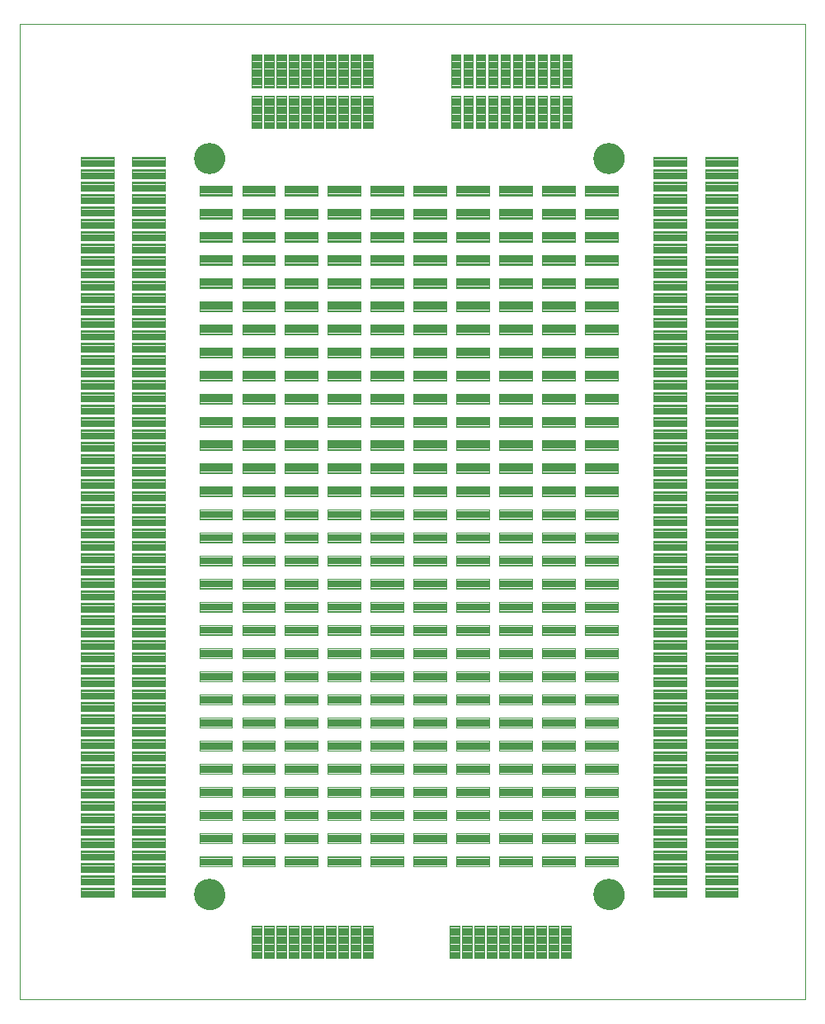
<source format=gts>
G75*
%MOIN*%
%OFA0B0*%
%FSLAX25Y25*%
%IPPOS*%
%LPD*%
%AMOC8*
5,1,8,0,0,1.08239X$1,22.5*
%
%ADD10C,0.00000*%
%ADD11C,0.12611*%
%ADD12C,0.00373*%
D10*
X0001000Y0001000D02*
X0001000Y0394701D01*
X0318421Y0394701D01*
X0318421Y0001000D01*
X0001000Y0001000D01*
X0071897Y0043402D02*
X0071899Y0043555D01*
X0071905Y0043709D01*
X0071915Y0043862D01*
X0071929Y0044014D01*
X0071947Y0044167D01*
X0071969Y0044318D01*
X0071994Y0044469D01*
X0072024Y0044620D01*
X0072058Y0044770D01*
X0072095Y0044918D01*
X0072136Y0045066D01*
X0072181Y0045212D01*
X0072230Y0045358D01*
X0072283Y0045502D01*
X0072339Y0045644D01*
X0072399Y0045785D01*
X0072463Y0045925D01*
X0072530Y0046063D01*
X0072601Y0046199D01*
X0072676Y0046333D01*
X0072753Y0046465D01*
X0072835Y0046595D01*
X0072919Y0046723D01*
X0073007Y0046849D01*
X0073098Y0046972D01*
X0073192Y0047093D01*
X0073290Y0047211D01*
X0073390Y0047327D01*
X0073494Y0047440D01*
X0073600Y0047551D01*
X0073709Y0047659D01*
X0073821Y0047764D01*
X0073935Y0047865D01*
X0074053Y0047964D01*
X0074172Y0048060D01*
X0074294Y0048153D01*
X0074419Y0048242D01*
X0074546Y0048329D01*
X0074675Y0048411D01*
X0074806Y0048491D01*
X0074939Y0048567D01*
X0075074Y0048640D01*
X0075211Y0048709D01*
X0075350Y0048774D01*
X0075490Y0048836D01*
X0075632Y0048894D01*
X0075775Y0048949D01*
X0075920Y0049000D01*
X0076066Y0049047D01*
X0076213Y0049090D01*
X0076361Y0049129D01*
X0076510Y0049165D01*
X0076660Y0049196D01*
X0076811Y0049224D01*
X0076962Y0049248D01*
X0077115Y0049268D01*
X0077267Y0049284D01*
X0077420Y0049296D01*
X0077573Y0049304D01*
X0077726Y0049308D01*
X0077880Y0049308D01*
X0078033Y0049304D01*
X0078186Y0049296D01*
X0078339Y0049284D01*
X0078491Y0049268D01*
X0078644Y0049248D01*
X0078795Y0049224D01*
X0078946Y0049196D01*
X0079096Y0049165D01*
X0079245Y0049129D01*
X0079393Y0049090D01*
X0079540Y0049047D01*
X0079686Y0049000D01*
X0079831Y0048949D01*
X0079974Y0048894D01*
X0080116Y0048836D01*
X0080256Y0048774D01*
X0080395Y0048709D01*
X0080532Y0048640D01*
X0080667Y0048567D01*
X0080800Y0048491D01*
X0080931Y0048411D01*
X0081060Y0048329D01*
X0081187Y0048242D01*
X0081312Y0048153D01*
X0081434Y0048060D01*
X0081553Y0047964D01*
X0081671Y0047865D01*
X0081785Y0047764D01*
X0081897Y0047659D01*
X0082006Y0047551D01*
X0082112Y0047440D01*
X0082216Y0047327D01*
X0082316Y0047211D01*
X0082414Y0047093D01*
X0082508Y0046972D01*
X0082599Y0046849D01*
X0082687Y0046723D01*
X0082771Y0046595D01*
X0082853Y0046465D01*
X0082930Y0046333D01*
X0083005Y0046199D01*
X0083076Y0046063D01*
X0083143Y0045925D01*
X0083207Y0045785D01*
X0083267Y0045644D01*
X0083323Y0045502D01*
X0083376Y0045358D01*
X0083425Y0045212D01*
X0083470Y0045066D01*
X0083511Y0044918D01*
X0083548Y0044770D01*
X0083582Y0044620D01*
X0083612Y0044469D01*
X0083637Y0044318D01*
X0083659Y0044167D01*
X0083677Y0044014D01*
X0083691Y0043862D01*
X0083701Y0043709D01*
X0083707Y0043555D01*
X0083709Y0043402D01*
X0083707Y0043249D01*
X0083701Y0043095D01*
X0083691Y0042942D01*
X0083677Y0042790D01*
X0083659Y0042637D01*
X0083637Y0042486D01*
X0083612Y0042335D01*
X0083582Y0042184D01*
X0083548Y0042034D01*
X0083511Y0041886D01*
X0083470Y0041738D01*
X0083425Y0041592D01*
X0083376Y0041446D01*
X0083323Y0041302D01*
X0083267Y0041160D01*
X0083207Y0041019D01*
X0083143Y0040879D01*
X0083076Y0040741D01*
X0083005Y0040605D01*
X0082930Y0040471D01*
X0082853Y0040339D01*
X0082771Y0040209D01*
X0082687Y0040081D01*
X0082599Y0039955D01*
X0082508Y0039832D01*
X0082414Y0039711D01*
X0082316Y0039593D01*
X0082216Y0039477D01*
X0082112Y0039364D01*
X0082006Y0039253D01*
X0081897Y0039145D01*
X0081785Y0039040D01*
X0081671Y0038939D01*
X0081553Y0038840D01*
X0081434Y0038744D01*
X0081312Y0038651D01*
X0081187Y0038562D01*
X0081060Y0038475D01*
X0080931Y0038393D01*
X0080800Y0038313D01*
X0080667Y0038237D01*
X0080532Y0038164D01*
X0080395Y0038095D01*
X0080256Y0038030D01*
X0080116Y0037968D01*
X0079974Y0037910D01*
X0079831Y0037855D01*
X0079686Y0037804D01*
X0079540Y0037757D01*
X0079393Y0037714D01*
X0079245Y0037675D01*
X0079096Y0037639D01*
X0078946Y0037608D01*
X0078795Y0037580D01*
X0078644Y0037556D01*
X0078491Y0037536D01*
X0078339Y0037520D01*
X0078186Y0037508D01*
X0078033Y0037500D01*
X0077880Y0037496D01*
X0077726Y0037496D01*
X0077573Y0037500D01*
X0077420Y0037508D01*
X0077267Y0037520D01*
X0077115Y0037536D01*
X0076962Y0037556D01*
X0076811Y0037580D01*
X0076660Y0037608D01*
X0076510Y0037639D01*
X0076361Y0037675D01*
X0076213Y0037714D01*
X0076066Y0037757D01*
X0075920Y0037804D01*
X0075775Y0037855D01*
X0075632Y0037910D01*
X0075490Y0037968D01*
X0075350Y0038030D01*
X0075211Y0038095D01*
X0075074Y0038164D01*
X0074939Y0038237D01*
X0074806Y0038313D01*
X0074675Y0038393D01*
X0074546Y0038475D01*
X0074419Y0038562D01*
X0074294Y0038651D01*
X0074172Y0038744D01*
X0074053Y0038840D01*
X0073935Y0038939D01*
X0073821Y0039040D01*
X0073709Y0039145D01*
X0073600Y0039253D01*
X0073494Y0039364D01*
X0073390Y0039477D01*
X0073290Y0039593D01*
X0073192Y0039711D01*
X0073098Y0039832D01*
X0073007Y0039955D01*
X0072919Y0040081D01*
X0072835Y0040209D01*
X0072753Y0040339D01*
X0072676Y0040471D01*
X0072601Y0040605D01*
X0072530Y0040741D01*
X0072463Y0040879D01*
X0072399Y0041019D01*
X0072339Y0041160D01*
X0072283Y0041302D01*
X0072230Y0041446D01*
X0072181Y0041592D01*
X0072136Y0041738D01*
X0072095Y0041886D01*
X0072058Y0042034D01*
X0072024Y0042184D01*
X0071994Y0042335D01*
X0071969Y0042486D01*
X0071947Y0042637D01*
X0071929Y0042790D01*
X0071915Y0042942D01*
X0071905Y0043095D01*
X0071899Y0043249D01*
X0071897Y0043402D01*
X0233314Y0043402D02*
X0233316Y0043555D01*
X0233322Y0043709D01*
X0233332Y0043862D01*
X0233346Y0044014D01*
X0233364Y0044167D01*
X0233386Y0044318D01*
X0233411Y0044469D01*
X0233441Y0044620D01*
X0233475Y0044770D01*
X0233512Y0044918D01*
X0233553Y0045066D01*
X0233598Y0045212D01*
X0233647Y0045358D01*
X0233700Y0045502D01*
X0233756Y0045644D01*
X0233816Y0045785D01*
X0233880Y0045925D01*
X0233947Y0046063D01*
X0234018Y0046199D01*
X0234093Y0046333D01*
X0234170Y0046465D01*
X0234252Y0046595D01*
X0234336Y0046723D01*
X0234424Y0046849D01*
X0234515Y0046972D01*
X0234609Y0047093D01*
X0234707Y0047211D01*
X0234807Y0047327D01*
X0234911Y0047440D01*
X0235017Y0047551D01*
X0235126Y0047659D01*
X0235238Y0047764D01*
X0235352Y0047865D01*
X0235470Y0047964D01*
X0235589Y0048060D01*
X0235711Y0048153D01*
X0235836Y0048242D01*
X0235963Y0048329D01*
X0236092Y0048411D01*
X0236223Y0048491D01*
X0236356Y0048567D01*
X0236491Y0048640D01*
X0236628Y0048709D01*
X0236767Y0048774D01*
X0236907Y0048836D01*
X0237049Y0048894D01*
X0237192Y0048949D01*
X0237337Y0049000D01*
X0237483Y0049047D01*
X0237630Y0049090D01*
X0237778Y0049129D01*
X0237927Y0049165D01*
X0238077Y0049196D01*
X0238228Y0049224D01*
X0238379Y0049248D01*
X0238532Y0049268D01*
X0238684Y0049284D01*
X0238837Y0049296D01*
X0238990Y0049304D01*
X0239143Y0049308D01*
X0239297Y0049308D01*
X0239450Y0049304D01*
X0239603Y0049296D01*
X0239756Y0049284D01*
X0239908Y0049268D01*
X0240061Y0049248D01*
X0240212Y0049224D01*
X0240363Y0049196D01*
X0240513Y0049165D01*
X0240662Y0049129D01*
X0240810Y0049090D01*
X0240957Y0049047D01*
X0241103Y0049000D01*
X0241248Y0048949D01*
X0241391Y0048894D01*
X0241533Y0048836D01*
X0241673Y0048774D01*
X0241812Y0048709D01*
X0241949Y0048640D01*
X0242084Y0048567D01*
X0242217Y0048491D01*
X0242348Y0048411D01*
X0242477Y0048329D01*
X0242604Y0048242D01*
X0242729Y0048153D01*
X0242851Y0048060D01*
X0242970Y0047964D01*
X0243088Y0047865D01*
X0243202Y0047764D01*
X0243314Y0047659D01*
X0243423Y0047551D01*
X0243529Y0047440D01*
X0243633Y0047327D01*
X0243733Y0047211D01*
X0243831Y0047093D01*
X0243925Y0046972D01*
X0244016Y0046849D01*
X0244104Y0046723D01*
X0244188Y0046595D01*
X0244270Y0046465D01*
X0244347Y0046333D01*
X0244422Y0046199D01*
X0244493Y0046063D01*
X0244560Y0045925D01*
X0244624Y0045785D01*
X0244684Y0045644D01*
X0244740Y0045502D01*
X0244793Y0045358D01*
X0244842Y0045212D01*
X0244887Y0045066D01*
X0244928Y0044918D01*
X0244965Y0044770D01*
X0244999Y0044620D01*
X0245029Y0044469D01*
X0245054Y0044318D01*
X0245076Y0044167D01*
X0245094Y0044014D01*
X0245108Y0043862D01*
X0245118Y0043709D01*
X0245124Y0043555D01*
X0245126Y0043402D01*
X0245124Y0043249D01*
X0245118Y0043095D01*
X0245108Y0042942D01*
X0245094Y0042790D01*
X0245076Y0042637D01*
X0245054Y0042486D01*
X0245029Y0042335D01*
X0244999Y0042184D01*
X0244965Y0042034D01*
X0244928Y0041886D01*
X0244887Y0041738D01*
X0244842Y0041592D01*
X0244793Y0041446D01*
X0244740Y0041302D01*
X0244684Y0041160D01*
X0244624Y0041019D01*
X0244560Y0040879D01*
X0244493Y0040741D01*
X0244422Y0040605D01*
X0244347Y0040471D01*
X0244270Y0040339D01*
X0244188Y0040209D01*
X0244104Y0040081D01*
X0244016Y0039955D01*
X0243925Y0039832D01*
X0243831Y0039711D01*
X0243733Y0039593D01*
X0243633Y0039477D01*
X0243529Y0039364D01*
X0243423Y0039253D01*
X0243314Y0039145D01*
X0243202Y0039040D01*
X0243088Y0038939D01*
X0242970Y0038840D01*
X0242851Y0038744D01*
X0242729Y0038651D01*
X0242604Y0038562D01*
X0242477Y0038475D01*
X0242348Y0038393D01*
X0242217Y0038313D01*
X0242084Y0038237D01*
X0241949Y0038164D01*
X0241812Y0038095D01*
X0241673Y0038030D01*
X0241533Y0037968D01*
X0241391Y0037910D01*
X0241248Y0037855D01*
X0241103Y0037804D01*
X0240957Y0037757D01*
X0240810Y0037714D01*
X0240662Y0037675D01*
X0240513Y0037639D01*
X0240363Y0037608D01*
X0240212Y0037580D01*
X0240061Y0037556D01*
X0239908Y0037536D01*
X0239756Y0037520D01*
X0239603Y0037508D01*
X0239450Y0037500D01*
X0239297Y0037496D01*
X0239143Y0037496D01*
X0238990Y0037500D01*
X0238837Y0037508D01*
X0238684Y0037520D01*
X0238532Y0037536D01*
X0238379Y0037556D01*
X0238228Y0037580D01*
X0238077Y0037608D01*
X0237927Y0037639D01*
X0237778Y0037675D01*
X0237630Y0037714D01*
X0237483Y0037757D01*
X0237337Y0037804D01*
X0237192Y0037855D01*
X0237049Y0037910D01*
X0236907Y0037968D01*
X0236767Y0038030D01*
X0236628Y0038095D01*
X0236491Y0038164D01*
X0236356Y0038237D01*
X0236223Y0038313D01*
X0236092Y0038393D01*
X0235963Y0038475D01*
X0235836Y0038562D01*
X0235711Y0038651D01*
X0235589Y0038744D01*
X0235470Y0038840D01*
X0235352Y0038939D01*
X0235238Y0039040D01*
X0235126Y0039145D01*
X0235017Y0039253D01*
X0234911Y0039364D01*
X0234807Y0039477D01*
X0234707Y0039593D01*
X0234609Y0039711D01*
X0234515Y0039832D01*
X0234424Y0039955D01*
X0234336Y0040081D01*
X0234252Y0040209D01*
X0234170Y0040339D01*
X0234093Y0040471D01*
X0234018Y0040605D01*
X0233947Y0040741D01*
X0233880Y0040879D01*
X0233816Y0041019D01*
X0233756Y0041160D01*
X0233700Y0041302D01*
X0233647Y0041446D01*
X0233598Y0041592D01*
X0233553Y0041738D01*
X0233512Y0041886D01*
X0233475Y0042034D01*
X0233441Y0042184D01*
X0233411Y0042335D01*
X0233386Y0042486D01*
X0233364Y0042637D01*
X0233346Y0042790D01*
X0233332Y0042942D01*
X0233322Y0043095D01*
X0233316Y0043249D01*
X0233314Y0043402D01*
X0233314Y0340646D02*
X0233316Y0340799D01*
X0233322Y0340953D01*
X0233332Y0341106D01*
X0233346Y0341258D01*
X0233364Y0341411D01*
X0233386Y0341562D01*
X0233411Y0341713D01*
X0233441Y0341864D01*
X0233475Y0342014D01*
X0233512Y0342162D01*
X0233553Y0342310D01*
X0233598Y0342456D01*
X0233647Y0342602D01*
X0233700Y0342746D01*
X0233756Y0342888D01*
X0233816Y0343029D01*
X0233880Y0343169D01*
X0233947Y0343307D01*
X0234018Y0343443D01*
X0234093Y0343577D01*
X0234170Y0343709D01*
X0234252Y0343839D01*
X0234336Y0343967D01*
X0234424Y0344093D01*
X0234515Y0344216D01*
X0234609Y0344337D01*
X0234707Y0344455D01*
X0234807Y0344571D01*
X0234911Y0344684D01*
X0235017Y0344795D01*
X0235126Y0344903D01*
X0235238Y0345008D01*
X0235352Y0345109D01*
X0235470Y0345208D01*
X0235589Y0345304D01*
X0235711Y0345397D01*
X0235836Y0345486D01*
X0235963Y0345573D01*
X0236092Y0345655D01*
X0236223Y0345735D01*
X0236356Y0345811D01*
X0236491Y0345884D01*
X0236628Y0345953D01*
X0236767Y0346018D01*
X0236907Y0346080D01*
X0237049Y0346138D01*
X0237192Y0346193D01*
X0237337Y0346244D01*
X0237483Y0346291D01*
X0237630Y0346334D01*
X0237778Y0346373D01*
X0237927Y0346409D01*
X0238077Y0346440D01*
X0238228Y0346468D01*
X0238379Y0346492D01*
X0238532Y0346512D01*
X0238684Y0346528D01*
X0238837Y0346540D01*
X0238990Y0346548D01*
X0239143Y0346552D01*
X0239297Y0346552D01*
X0239450Y0346548D01*
X0239603Y0346540D01*
X0239756Y0346528D01*
X0239908Y0346512D01*
X0240061Y0346492D01*
X0240212Y0346468D01*
X0240363Y0346440D01*
X0240513Y0346409D01*
X0240662Y0346373D01*
X0240810Y0346334D01*
X0240957Y0346291D01*
X0241103Y0346244D01*
X0241248Y0346193D01*
X0241391Y0346138D01*
X0241533Y0346080D01*
X0241673Y0346018D01*
X0241812Y0345953D01*
X0241949Y0345884D01*
X0242084Y0345811D01*
X0242217Y0345735D01*
X0242348Y0345655D01*
X0242477Y0345573D01*
X0242604Y0345486D01*
X0242729Y0345397D01*
X0242851Y0345304D01*
X0242970Y0345208D01*
X0243088Y0345109D01*
X0243202Y0345008D01*
X0243314Y0344903D01*
X0243423Y0344795D01*
X0243529Y0344684D01*
X0243633Y0344571D01*
X0243733Y0344455D01*
X0243831Y0344337D01*
X0243925Y0344216D01*
X0244016Y0344093D01*
X0244104Y0343967D01*
X0244188Y0343839D01*
X0244270Y0343709D01*
X0244347Y0343577D01*
X0244422Y0343443D01*
X0244493Y0343307D01*
X0244560Y0343169D01*
X0244624Y0343029D01*
X0244684Y0342888D01*
X0244740Y0342746D01*
X0244793Y0342602D01*
X0244842Y0342456D01*
X0244887Y0342310D01*
X0244928Y0342162D01*
X0244965Y0342014D01*
X0244999Y0341864D01*
X0245029Y0341713D01*
X0245054Y0341562D01*
X0245076Y0341411D01*
X0245094Y0341258D01*
X0245108Y0341106D01*
X0245118Y0340953D01*
X0245124Y0340799D01*
X0245126Y0340646D01*
X0245124Y0340493D01*
X0245118Y0340339D01*
X0245108Y0340186D01*
X0245094Y0340034D01*
X0245076Y0339881D01*
X0245054Y0339730D01*
X0245029Y0339579D01*
X0244999Y0339428D01*
X0244965Y0339278D01*
X0244928Y0339130D01*
X0244887Y0338982D01*
X0244842Y0338836D01*
X0244793Y0338690D01*
X0244740Y0338546D01*
X0244684Y0338404D01*
X0244624Y0338263D01*
X0244560Y0338123D01*
X0244493Y0337985D01*
X0244422Y0337849D01*
X0244347Y0337715D01*
X0244270Y0337583D01*
X0244188Y0337453D01*
X0244104Y0337325D01*
X0244016Y0337199D01*
X0243925Y0337076D01*
X0243831Y0336955D01*
X0243733Y0336837D01*
X0243633Y0336721D01*
X0243529Y0336608D01*
X0243423Y0336497D01*
X0243314Y0336389D01*
X0243202Y0336284D01*
X0243088Y0336183D01*
X0242970Y0336084D01*
X0242851Y0335988D01*
X0242729Y0335895D01*
X0242604Y0335806D01*
X0242477Y0335719D01*
X0242348Y0335637D01*
X0242217Y0335557D01*
X0242084Y0335481D01*
X0241949Y0335408D01*
X0241812Y0335339D01*
X0241673Y0335274D01*
X0241533Y0335212D01*
X0241391Y0335154D01*
X0241248Y0335099D01*
X0241103Y0335048D01*
X0240957Y0335001D01*
X0240810Y0334958D01*
X0240662Y0334919D01*
X0240513Y0334883D01*
X0240363Y0334852D01*
X0240212Y0334824D01*
X0240061Y0334800D01*
X0239908Y0334780D01*
X0239756Y0334764D01*
X0239603Y0334752D01*
X0239450Y0334744D01*
X0239297Y0334740D01*
X0239143Y0334740D01*
X0238990Y0334744D01*
X0238837Y0334752D01*
X0238684Y0334764D01*
X0238532Y0334780D01*
X0238379Y0334800D01*
X0238228Y0334824D01*
X0238077Y0334852D01*
X0237927Y0334883D01*
X0237778Y0334919D01*
X0237630Y0334958D01*
X0237483Y0335001D01*
X0237337Y0335048D01*
X0237192Y0335099D01*
X0237049Y0335154D01*
X0236907Y0335212D01*
X0236767Y0335274D01*
X0236628Y0335339D01*
X0236491Y0335408D01*
X0236356Y0335481D01*
X0236223Y0335557D01*
X0236092Y0335637D01*
X0235963Y0335719D01*
X0235836Y0335806D01*
X0235711Y0335895D01*
X0235589Y0335988D01*
X0235470Y0336084D01*
X0235352Y0336183D01*
X0235238Y0336284D01*
X0235126Y0336389D01*
X0235017Y0336497D01*
X0234911Y0336608D01*
X0234807Y0336721D01*
X0234707Y0336837D01*
X0234609Y0336955D01*
X0234515Y0337076D01*
X0234424Y0337199D01*
X0234336Y0337325D01*
X0234252Y0337453D01*
X0234170Y0337583D01*
X0234093Y0337715D01*
X0234018Y0337849D01*
X0233947Y0337985D01*
X0233880Y0338123D01*
X0233816Y0338263D01*
X0233756Y0338404D01*
X0233700Y0338546D01*
X0233647Y0338690D01*
X0233598Y0338836D01*
X0233553Y0338982D01*
X0233512Y0339130D01*
X0233475Y0339278D01*
X0233441Y0339428D01*
X0233411Y0339579D01*
X0233386Y0339730D01*
X0233364Y0339881D01*
X0233346Y0340034D01*
X0233332Y0340186D01*
X0233322Y0340339D01*
X0233316Y0340493D01*
X0233314Y0340646D01*
X0071897Y0340646D02*
X0071899Y0340799D01*
X0071905Y0340953D01*
X0071915Y0341106D01*
X0071929Y0341258D01*
X0071947Y0341411D01*
X0071969Y0341562D01*
X0071994Y0341713D01*
X0072024Y0341864D01*
X0072058Y0342014D01*
X0072095Y0342162D01*
X0072136Y0342310D01*
X0072181Y0342456D01*
X0072230Y0342602D01*
X0072283Y0342746D01*
X0072339Y0342888D01*
X0072399Y0343029D01*
X0072463Y0343169D01*
X0072530Y0343307D01*
X0072601Y0343443D01*
X0072676Y0343577D01*
X0072753Y0343709D01*
X0072835Y0343839D01*
X0072919Y0343967D01*
X0073007Y0344093D01*
X0073098Y0344216D01*
X0073192Y0344337D01*
X0073290Y0344455D01*
X0073390Y0344571D01*
X0073494Y0344684D01*
X0073600Y0344795D01*
X0073709Y0344903D01*
X0073821Y0345008D01*
X0073935Y0345109D01*
X0074053Y0345208D01*
X0074172Y0345304D01*
X0074294Y0345397D01*
X0074419Y0345486D01*
X0074546Y0345573D01*
X0074675Y0345655D01*
X0074806Y0345735D01*
X0074939Y0345811D01*
X0075074Y0345884D01*
X0075211Y0345953D01*
X0075350Y0346018D01*
X0075490Y0346080D01*
X0075632Y0346138D01*
X0075775Y0346193D01*
X0075920Y0346244D01*
X0076066Y0346291D01*
X0076213Y0346334D01*
X0076361Y0346373D01*
X0076510Y0346409D01*
X0076660Y0346440D01*
X0076811Y0346468D01*
X0076962Y0346492D01*
X0077115Y0346512D01*
X0077267Y0346528D01*
X0077420Y0346540D01*
X0077573Y0346548D01*
X0077726Y0346552D01*
X0077880Y0346552D01*
X0078033Y0346548D01*
X0078186Y0346540D01*
X0078339Y0346528D01*
X0078491Y0346512D01*
X0078644Y0346492D01*
X0078795Y0346468D01*
X0078946Y0346440D01*
X0079096Y0346409D01*
X0079245Y0346373D01*
X0079393Y0346334D01*
X0079540Y0346291D01*
X0079686Y0346244D01*
X0079831Y0346193D01*
X0079974Y0346138D01*
X0080116Y0346080D01*
X0080256Y0346018D01*
X0080395Y0345953D01*
X0080532Y0345884D01*
X0080667Y0345811D01*
X0080800Y0345735D01*
X0080931Y0345655D01*
X0081060Y0345573D01*
X0081187Y0345486D01*
X0081312Y0345397D01*
X0081434Y0345304D01*
X0081553Y0345208D01*
X0081671Y0345109D01*
X0081785Y0345008D01*
X0081897Y0344903D01*
X0082006Y0344795D01*
X0082112Y0344684D01*
X0082216Y0344571D01*
X0082316Y0344455D01*
X0082414Y0344337D01*
X0082508Y0344216D01*
X0082599Y0344093D01*
X0082687Y0343967D01*
X0082771Y0343839D01*
X0082853Y0343709D01*
X0082930Y0343577D01*
X0083005Y0343443D01*
X0083076Y0343307D01*
X0083143Y0343169D01*
X0083207Y0343029D01*
X0083267Y0342888D01*
X0083323Y0342746D01*
X0083376Y0342602D01*
X0083425Y0342456D01*
X0083470Y0342310D01*
X0083511Y0342162D01*
X0083548Y0342014D01*
X0083582Y0341864D01*
X0083612Y0341713D01*
X0083637Y0341562D01*
X0083659Y0341411D01*
X0083677Y0341258D01*
X0083691Y0341106D01*
X0083701Y0340953D01*
X0083707Y0340799D01*
X0083709Y0340646D01*
X0083707Y0340493D01*
X0083701Y0340339D01*
X0083691Y0340186D01*
X0083677Y0340034D01*
X0083659Y0339881D01*
X0083637Y0339730D01*
X0083612Y0339579D01*
X0083582Y0339428D01*
X0083548Y0339278D01*
X0083511Y0339130D01*
X0083470Y0338982D01*
X0083425Y0338836D01*
X0083376Y0338690D01*
X0083323Y0338546D01*
X0083267Y0338404D01*
X0083207Y0338263D01*
X0083143Y0338123D01*
X0083076Y0337985D01*
X0083005Y0337849D01*
X0082930Y0337715D01*
X0082853Y0337583D01*
X0082771Y0337453D01*
X0082687Y0337325D01*
X0082599Y0337199D01*
X0082508Y0337076D01*
X0082414Y0336955D01*
X0082316Y0336837D01*
X0082216Y0336721D01*
X0082112Y0336608D01*
X0082006Y0336497D01*
X0081897Y0336389D01*
X0081785Y0336284D01*
X0081671Y0336183D01*
X0081553Y0336084D01*
X0081434Y0335988D01*
X0081312Y0335895D01*
X0081187Y0335806D01*
X0081060Y0335719D01*
X0080931Y0335637D01*
X0080800Y0335557D01*
X0080667Y0335481D01*
X0080532Y0335408D01*
X0080395Y0335339D01*
X0080256Y0335274D01*
X0080116Y0335212D01*
X0079974Y0335154D01*
X0079831Y0335099D01*
X0079686Y0335048D01*
X0079540Y0335001D01*
X0079393Y0334958D01*
X0079245Y0334919D01*
X0079096Y0334883D01*
X0078946Y0334852D01*
X0078795Y0334824D01*
X0078644Y0334800D01*
X0078491Y0334780D01*
X0078339Y0334764D01*
X0078186Y0334752D01*
X0078033Y0334744D01*
X0077880Y0334740D01*
X0077726Y0334740D01*
X0077573Y0334744D01*
X0077420Y0334752D01*
X0077267Y0334764D01*
X0077115Y0334780D01*
X0076962Y0334800D01*
X0076811Y0334824D01*
X0076660Y0334852D01*
X0076510Y0334883D01*
X0076361Y0334919D01*
X0076213Y0334958D01*
X0076066Y0335001D01*
X0075920Y0335048D01*
X0075775Y0335099D01*
X0075632Y0335154D01*
X0075490Y0335212D01*
X0075350Y0335274D01*
X0075211Y0335339D01*
X0075074Y0335408D01*
X0074939Y0335481D01*
X0074806Y0335557D01*
X0074675Y0335637D01*
X0074546Y0335719D01*
X0074419Y0335806D01*
X0074294Y0335895D01*
X0074172Y0335988D01*
X0074053Y0336084D01*
X0073935Y0336183D01*
X0073821Y0336284D01*
X0073709Y0336389D01*
X0073600Y0336497D01*
X0073494Y0336608D01*
X0073390Y0336721D01*
X0073290Y0336837D01*
X0073192Y0336955D01*
X0073098Y0337076D01*
X0073007Y0337199D01*
X0072919Y0337325D01*
X0072835Y0337453D01*
X0072753Y0337583D01*
X0072676Y0337715D01*
X0072601Y0337849D01*
X0072530Y0337985D01*
X0072463Y0338123D01*
X0072399Y0338263D01*
X0072339Y0338404D01*
X0072283Y0338546D01*
X0072230Y0338690D01*
X0072181Y0338836D01*
X0072136Y0338982D01*
X0072095Y0339130D01*
X0072058Y0339278D01*
X0072024Y0339428D01*
X0071994Y0339579D01*
X0071969Y0339730D01*
X0071947Y0339881D01*
X0071929Y0340034D01*
X0071915Y0340186D01*
X0071905Y0340339D01*
X0071899Y0340493D01*
X0071897Y0340646D01*
D11*
X0077803Y0340646D03*
X0239220Y0340646D03*
X0239220Y0043402D03*
X0077803Y0043402D03*
D12*
X0073578Y0054975D02*
X0086800Y0054975D01*
X0073578Y0054975D02*
X0073578Y0058749D01*
X0086800Y0058749D01*
X0086800Y0054975D01*
X0086800Y0055347D02*
X0073578Y0055347D01*
X0073578Y0055719D02*
X0086800Y0055719D01*
X0086800Y0056091D02*
X0073578Y0056091D01*
X0073578Y0056463D02*
X0086800Y0056463D01*
X0086800Y0056835D02*
X0073578Y0056835D01*
X0073578Y0057207D02*
X0086800Y0057207D01*
X0086800Y0057579D02*
X0073578Y0057579D01*
X0073578Y0057951D02*
X0086800Y0057951D01*
X0086800Y0058323D02*
X0073578Y0058323D01*
X0073578Y0058695D02*
X0086800Y0058695D01*
X0086800Y0064306D02*
X0073578Y0064306D01*
X0073578Y0068080D01*
X0086800Y0068080D01*
X0086800Y0064306D01*
X0086800Y0064678D02*
X0073578Y0064678D01*
X0073578Y0065050D02*
X0086800Y0065050D01*
X0086800Y0065422D02*
X0073578Y0065422D01*
X0073578Y0065794D02*
X0086800Y0065794D01*
X0086800Y0066166D02*
X0073578Y0066166D01*
X0073578Y0066538D02*
X0086800Y0066538D01*
X0086800Y0066910D02*
X0073578Y0066910D01*
X0073578Y0067282D02*
X0086800Y0067282D01*
X0086800Y0067654D02*
X0073578Y0067654D01*
X0073578Y0068026D02*
X0086800Y0068026D01*
X0086800Y0073637D02*
X0073578Y0073637D01*
X0073578Y0077411D01*
X0086800Y0077411D01*
X0086800Y0073637D01*
X0086800Y0074009D02*
X0073578Y0074009D01*
X0073578Y0074381D02*
X0086800Y0074381D01*
X0086800Y0074753D02*
X0073578Y0074753D01*
X0073578Y0075125D02*
X0086800Y0075125D01*
X0086800Y0075497D02*
X0073578Y0075497D01*
X0073578Y0075869D02*
X0086800Y0075869D01*
X0086800Y0076241D02*
X0073578Y0076241D01*
X0073578Y0076613D02*
X0086800Y0076613D01*
X0086800Y0076985D02*
X0073578Y0076985D01*
X0073578Y0077357D02*
X0086800Y0077357D01*
X0086800Y0082967D02*
X0073578Y0082967D01*
X0073578Y0086741D01*
X0086800Y0086741D01*
X0086800Y0082967D01*
X0086800Y0083339D02*
X0073578Y0083339D01*
X0073578Y0083711D02*
X0086800Y0083711D01*
X0086800Y0084083D02*
X0073578Y0084083D01*
X0073578Y0084455D02*
X0086800Y0084455D01*
X0086800Y0084827D02*
X0073578Y0084827D01*
X0073578Y0085199D02*
X0086800Y0085199D01*
X0086800Y0085571D02*
X0073578Y0085571D01*
X0073578Y0085943D02*
X0086800Y0085943D01*
X0086800Y0086315D02*
X0073578Y0086315D01*
X0073578Y0086687D02*
X0086800Y0086687D01*
X0086800Y0092298D02*
X0073578Y0092298D01*
X0073578Y0096072D01*
X0086800Y0096072D01*
X0086800Y0092298D01*
X0086800Y0092670D02*
X0073578Y0092670D01*
X0073578Y0093042D02*
X0086800Y0093042D01*
X0086800Y0093414D02*
X0073578Y0093414D01*
X0073578Y0093786D02*
X0086800Y0093786D01*
X0086800Y0094158D02*
X0073578Y0094158D01*
X0073578Y0094530D02*
X0086800Y0094530D01*
X0086800Y0094902D02*
X0073578Y0094902D01*
X0073578Y0095274D02*
X0086800Y0095274D01*
X0086800Y0095646D02*
X0073578Y0095646D01*
X0073578Y0096018D02*
X0086800Y0096018D01*
X0086800Y0101629D02*
X0073578Y0101629D01*
X0073578Y0105403D01*
X0086800Y0105403D01*
X0086800Y0101629D01*
X0086800Y0102001D02*
X0073578Y0102001D01*
X0073578Y0102373D02*
X0086800Y0102373D01*
X0086800Y0102745D02*
X0073578Y0102745D01*
X0073578Y0103117D02*
X0086800Y0103117D01*
X0086800Y0103489D02*
X0073578Y0103489D01*
X0073578Y0103861D02*
X0086800Y0103861D01*
X0086800Y0104233D02*
X0073578Y0104233D01*
X0073578Y0104605D02*
X0086800Y0104605D01*
X0086800Y0104977D02*
X0073578Y0104977D01*
X0073578Y0105349D02*
X0086800Y0105349D01*
X0086800Y0110959D02*
X0073578Y0110959D01*
X0073578Y0114733D01*
X0086800Y0114733D01*
X0086800Y0110959D01*
X0086800Y0111331D02*
X0073578Y0111331D01*
X0073578Y0111703D02*
X0086800Y0111703D01*
X0086800Y0112075D02*
X0073578Y0112075D01*
X0073578Y0112447D02*
X0086800Y0112447D01*
X0086800Y0112819D02*
X0073578Y0112819D01*
X0073578Y0113191D02*
X0086800Y0113191D01*
X0086800Y0113563D02*
X0073578Y0113563D01*
X0073578Y0113935D02*
X0086800Y0113935D01*
X0086800Y0114307D02*
X0073578Y0114307D01*
X0073578Y0114679D02*
X0086800Y0114679D01*
X0086800Y0120290D02*
X0073578Y0120290D01*
X0073578Y0124064D01*
X0086800Y0124064D01*
X0086800Y0120290D01*
X0086800Y0120662D02*
X0073578Y0120662D01*
X0073578Y0121034D02*
X0086800Y0121034D01*
X0086800Y0121406D02*
X0073578Y0121406D01*
X0073578Y0121778D02*
X0086800Y0121778D01*
X0086800Y0122150D02*
X0073578Y0122150D01*
X0073578Y0122522D02*
X0086800Y0122522D01*
X0086800Y0122894D02*
X0073578Y0122894D01*
X0073578Y0123266D02*
X0086800Y0123266D01*
X0086800Y0123638D02*
X0073578Y0123638D01*
X0073578Y0124010D02*
X0086800Y0124010D01*
X0086800Y0129621D02*
X0073578Y0129621D01*
X0073578Y0133395D01*
X0086800Y0133395D01*
X0086800Y0129621D01*
X0086800Y0129993D02*
X0073578Y0129993D01*
X0073578Y0130365D02*
X0086800Y0130365D01*
X0086800Y0130737D02*
X0073578Y0130737D01*
X0073578Y0131109D02*
X0086800Y0131109D01*
X0086800Y0131481D02*
X0073578Y0131481D01*
X0073578Y0131853D02*
X0086800Y0131853D01*
X0086800Y0132225D02*
X0073578Y0132225D01*
X0073578Y0132597D02*
X0086800Y0132597D01*
X0086800Y0132969D02*
X0073578Y0132969D01*
X0073578Y0133341D02*
X0086800Y0133341D01*
X0086800Y0138952D02*
X0073578Y0138952D01*
X0073578Y0142726D01*
X0086800Y0142726D01*
X0086800Y0138952D01*
X0086800Y0139324D02*
X0073578Y0139324D01*
X0073578Y0139696D02*
X0086800Y0139696D01*
X0086800Y0140068D02*
X0073578Y0140068D01*
X0073578Y0140440D02*
X0086800Y0140440D01*
X0086800Y0140812D02*
X0073578Y0140812D01*
X0073578Y0141184D02*
X0086800Y0141184D01*
X0086800Y0141556D02*
X0073578Y0141556D01*
X0073578Y0141928D02*
X0086800Y0141928D01*
X0086800Y0142300D02*
X0073578Y0142300D01*
X0073578Y0142672D02*
X0086800Y0142672D01*
X0086800Y0148282D02*
X0073578Y0148282D01*
X0073578Y0152056D01*
X0086800Y0152056D01*
X0086800Y0148282D01*
X0086800Y0148654D02*
X0073578Y0148654D01*
X0073578Y0149026D02*
X0086800Y0149026D01*
X0086800Y0149398D02*
X0073578Y0149398D01*
X0073578Y0149770D02*
X0086800Y0149770D01*
X0086800Y0150142D02*
X0073578Y0150142D01*
X0073578Y0150514D02*
X0086800Y0150514D01*
X0086800Y0150886D02*
X0073578Y0150886D01*
X0073578Y0151258D02*
X0086800Y0151258D01*
X0086800Y0151630D02*
X0073578Y0151630D01*
X0073578Y0152002D02*
X0086800Y0152002D01*
X0086800Y0157613D02*
X0073578Y0157613D01*
X0073578Y0161387D01*
X0086800Y0161387D01*
X0086800Y0157613D01*
X0086800Y0157985D02*
X0073578Y0157985D01*
X0073578Y0158357D02*
X0086800Y0158357D01*
X0086800Y0158729D02*
X0073578Y0158729D01*
X0073578Y0159101D02*
X0086800Y0159101D01*
X0086800Y0159473D02*
X0073578Y0159473D01*
X0073578Y0159845D02*
X0086800Y0159845D01*
X0086800Y0160217D02*
X0073578Y0160217D01*
X0073578Y0160589D02*
X0086800Y0160589D01*
X0086800Y0160961D02*
X0073578Y0160961D01*
X0073578Y0161333D02*
X0086800Y0161333D01*
X0086800Y0166944D02*
X0073578Y0166944D01*
X0073578Y0170718D01*
X0086800Y0170718D01*
X0086800Y0166944D01*
X0086800Y0167316D02*
X0073578Y0167316D01*
X0073578Y0167688D02*
X0086800Y0167688D01*
X0086800Y0168060D02*
X0073578Y0168060D01*
X0073578Y0168432D02*
X0086800Y0168432D01*
X0086800Y0168804D02*
X0073578Y0168804D01*
X0073578Y0169176D02*
X0086800Y0169176D01*
X0086800Y0169548D02*
X0073578Y0169548D01*
X0073578Y0169920D02*
X0086800Y0169920D01*
X0086800Y0170292D02*
X0073578Y0170292D01*
X0073578Y0170664D02*
X0086800Y0170664D01*
X0086800Y0176274D02*
X0073578Y0176274D01*
X0073578Y0180048D01*
X0086800Y0180048D01*
X0086800Y0176274D01*
X0086800Y0176646D02*
X0073578Y0176646D01*
X0073578Y0177018D02*
X0086800Y0177018D01*
X0086800Y0177390D02*
X0073578Y0177390D01*
X0073578Y0177762D02*
X0086800Y0177762D01*
X0086800Y0178134D02*
X0073578Y0178134D01*
X0073578Y0178506D02*
X0086800Y0178506D01*
X0086800Y0178878D02*
X0073578Y0178878D01*
X0073578Y0179250D02*
X0086800Y0179250D01*
X0086800Y0179622D02*
X0073578Y0179622D01*
X0073578Y0179994D02*
X0086800Y0179994D01*
X0086800Y0185605D02*
X0073578Y0185605D01*
X0073578Y0189379D01*
X0086800Y0189379D01*
X0086800Y0185605D01*
X0086800Y0185977D02*
X0073578Y0185977D01*
X0073578Y0186349D02*
X0086800Y0186349D01*
X0086800Y0186721D02*
X0073578Y0186721D01*
X0073578Y0187093D02*
X0086800Y0187093D01*
X0086800Y0187465D02*
X0073578Y0187465D01*
X0073578Y0187837D02*
X0086800Y0187837D01*
X0086800Y0188209D02*
X0073578Y0188209D01*
X0073578Y0188581D02*
X0086800Y0188581D01*
X0086800Y0188953D02*
X0073578Y0188953D01*
X0073578Y0189325D02*
X0086800Y0189325D01*
X0086800Y0194936D02*
X0073578Y0194936D01*
X0073578Y0198710D01*
X0086800Y0198710D01*
X0086800Y0194936D01*
X0086800Y0195308D02*
X0073578Y0195308D01*
X0073578Y0195680D02*
X0086800Y0195680D01*
X0086800Y0196052D02*
X0073578Y0196052D01*
X0073578Y0196424D02*
X0086800Y0196424D01*
X0086800Y0196796D02*
X0073578Y0196796D01*
X0073578Y0197168D02*
X0086800Y0197168D01*
X0086800Y0197540D02*
X0073578Y0197540D01*
X0073578Y0197912D02*
X0086800Y0197912D01*
X0086800Y0198284D02*
X0073578Y0198284D01*
X0073578Y0198656D02*
X0086800Y0198656D01*
X0086800Y0204267D02*
X0073578Y0204267D01*
X0073578Y0208041D01*
X0086800Y0208041D01*
X0086800Y0204267D01*
X0086800Y0204639D02*
X0073578Y0204639D01*
X0073578Y0205011D02*
X0086800Y0205011D01*
X0086800Y0205383D02*
X0073578Y0205383D01*
X0073578Y0205755D02*
X0086800Y0205755D01*
X0086800Y0206127D02*
X0073578Y0206127D01*
X0073578Y0206499D02*
X0086800Y0206499D01*
X0086800Y0206871D02*
X0073578Y0206871D01*
X0073578Y0207243D02*
X0086800Y0207243D01*
X0086800Y0207615D02*
X0073578Y0207615D01*
X0073578Y0207987D02*
X0086800Y0207987D01*
X0086800Y0213597D02*
X0073578Y0213597D01*
X0073578Y0217371D01*
X0086800Y0217371D01*
X0086800Y0213597D01*
X0086800Y0213969D02*
X0073578Y0213969D01*
X0073578Y0214341D02*
X0086800Y0214341D01*
X0086800Y0214713D02*
X0073578Y0214713D01*
X0073578Y0215085D02*
X0086800Y0215085D01*
X0086800Y0215457D02*
X0073578Y0215457D01*
X0073578Y0215829D02*
X0086800Y0215829D01*
X0086800Y0216201D02*
X0073578Y0216201D01*
X0073578Y0216573D02*
X0086800Y0216573D01*
X0086800Y0216945D02*
X0073578Y0216945D01*
X0073578Y0217317D02*
X0086800Y0217317D01*
X0086800Y0222928D02*
X0073578Y0222928D01*
X0073578Y0226702D01*
X0086800Y0226702D01*
X0086800Y0222928D01*
X0086800Y0223300D02*
X0073578Y0223300D01*
X0073578Y0223672D02*
X0086800Y0223672D01*
X0086800Y0224044D02*
X0073578Y0224044D01*
X0073578Y0224416D02*
X0086800Y0224416D01*
X0086800Y0224788D02*
X0073578Y0224788D01*
X0073578Y0225160D02*
X0086800Y0225160D01*
X0086800Y0225532D02*
X0073578Y0225532D01*
X0073578Y0225904D02*
X0086800Y0225904D01*
X0086800Y0226276D02*
X0073578Y0226276D01*
X0073578Y0226648D02*
X0086800Y0226648D01*
X0086800Y0232259D02*
X0073578Y0232259D01*
X0073578Y0236033D01*
X0086800Y0236033D01*
X0086800Y0232259D01*
X0086800Y0232631D02*
X0073578Y0232631D01*
X0073578Y0233003D02*
X0086800Y0233003D01*
X0086800Y0233375D02*
X0073578Y0233375D01*
X0073578Y0233747D02*
X0086800Y0233747D01*
X0086800Y0234119D02*
X0073578Y0234119D01*
X0073578Y0234491D02*
X0086800Y0234491D01*
X0086800Y0234863D02*
X0073578Y0234863D01*
X0073578Y0235235D02*
X0086800Y0235235D01*
X0086800Y0235607D02*
X0073578Y0235607D01*
X0073578Y0235979D02*
X0086800Y0235979D01*
X0086800Y0241589D02*
X0073578Y0241589D01*
X0073578Y0245363D01*
X0086800Y0245363D01*
X0086800Y0241589D01*
X0086800Y0241961D02*
X0073578Y0241961D01*
X0073578Y0242333D02*
X0086800Y0242333D01*
X0086800Y0242705D02*
X0073578Y0242705D01*
X0073578Y0243077D02*
X0086800Y0243077D01*
X0086800Y0243449D02*
X0073578Y0243449D01*
X0073578Y0243821D02*
X0086800Y0243821D01*
X0086800Y0244193D02*
X0073578Y0244193D01*
X0073578Y0244565D02*
X0086800Y0244565D01*
X0086800Y0244937D02*
X0073578Y0244937D01*
X0073578Y0245309D02*
X0086800Y0245309D01*
X0086800Y0250920D02*
X0073578Y0250920D01*
X0073578Y0254694D01*
X0086800Y0254694D01*
X0086800Y0250920D01*
X0086800Y0251292D02*
X0073578Y0251292D01*
X0073578Y0251664D02*
X0086800Y0251664D01*
X0086800Y0252036D02*
X0073578Y0252036D01*
X0073578Y0252408D02*
X0086800Y0252408D01*
X0086800Y0252780D02*
X0073578Y0252780D01*
X0073578Y0253152D02*
X0086800Y0253152D01*
X0086800Y0253524D02*
X0073578Y0253524D01*
X0073578Y0253896D02*
X0086800Y0253896D01*
X0086800Y0254268D02*
X0073578Y0254268D01*
X0073578Y0254640D02*
X0086800Y0254640D01*
X0086800Y0260251D02*
X0073578Y0260251D01*
X0073578Y0264025D01*
X0086800Y0264025D01*
X0086800Y0260251D01*
X0086800Y0260623D02*
X0073578Y0260623D01*
X0073578Y0260995D02*
X0086800Y0260995D01*
X0086800Y0261367D02*
X0073578Y0261367D01*
X0073578Y0261739D02*
X0086800Y0261739D01*
X0086800Y0262111D02*
X0073578Y0262111D01*
X0073578Y0262483D02*
X0086800Y0262483D01*
X0086800Y0262855D02*
X0073578Y0262855D01*
X0073578Y0263227D02*
X0086800Y0263227D01*
X0086800Y0263599D02*
X0073578Y0263599D01*
X0073578Y0263971D02*
X0086800Y0263971D01*
X0086800Y0269582D02*
X0073578Y0269582D01*
X0073578Y0273356D01*
X0086800Y0273356D01*
X0086800Y0269582D01*
X0086800Y0269954D02*
X0073578Y0269954D01*
X0073578Y0270326D02*
X0086800Y0270326D01*
X0086800Y0270698D02*
X0073578Y0270698D01*
X0073578Y0271070D02*
X0086800Y0271070D01*
X0086800Y0271442D02*
X0073578Y0271442D01*
X0073578Y0271814D02*
X0086800Y0271814D01*
X0086800Y0272186D02*
X0073578Y0272186D01*
X0073578Y0272558D02*
X0086800Y0272558D01*
X0086800Y0272930D02*
X0073578Y0272930D01*
X0073578Y0273302D02*
X0086800Y0273302D01*
X0086800Y0278912D02*
X0073578Y0278912D01*
X0073578Y0282686D01*
X0086800Y0282686D01*
X0086800Y0278912D01*
X0086800Y0279284D02*
X0073578Y0279284D01*
X0073578Y0279656D02*
X0086800Y0279656D01*
X0086800Y0280028D02*
X0073578Y0280028D01*
X0073578Y0280400D02*
X0086800Y0280400D01*
X0086800Y0280772D02*
X0073578Y0280772D01*
X0073578Y0281144D02*
X0086800Y0281144D01*
X0086800Y0281516D02*
X0073578Y0281516D01*
X0073578Y0281888D02*
X0086800Y0281888D01*
X0086800Y0282260D02*
X0073578Y0282260D01*
X0073578Y0282632D02*
X0086800Y0282632D01*
X0086800Y0288243D02*
X0073578Y0288243D01*
X0073578Y0292017D01*
X0086800Y0292017D01*
X0086800Y0288243D01*
X0086800Y0288615D02*
X0073578Y0288615D01*
X0073578Y0288987D02*
X0086800Y0288987D01*
X0086800Y0289359D02*
X0073578Y0289359D01*
X0073578Y0289731D02*
X0086800Y0289731D01*
X0086800Y0290103D02*
X0073578Y0290103D01*
X0073578Y0290475D02*
X0086800Y0290475D01*
X0086800Y0290847D02*
X0073578Y0290847D01*
X0073578Y0291219D02*
X0086800Y0291219D01*
X0086800Y0291591D02*
X0073578Y0291591D01*
X0073578Y0291963D02*
X0086800Y0291963D01*
X0086800Y0297574D02*
X0073578Y0297574D01*
X0073578Y0301348D01*
X0086800Y0301348D01*
X0086800Y0297574D01*
X0086800Y0297946D02*
X0073578Y0297946D01*
X0073578Y0298318D02*
X0086800Y0298318D01*
X0086800Y0298690D02*
X0073578Y0298690D01*
X0073578Y0299062D02*
X0086800Y0299062D01*
X0086800Y0299434D02*
X0073578Y0299434D01*
X0073578Y0299806D02*
X0086800Y0299806D01*
X0086800Y0300178D02*
X0073578Y0300178D01*
X0073578Y0300550D02*
X0086800Y0300550D01*
X0086800Y0300922D02*
X0073578Y0300922D01*
X0073578Y0301294D02*
X0086800Y0301294D01*
X0086800Y0306904D02*
X0073578Y0306904D01*
X0073578Y0310678D01*
X0086800Y0310678D01*
X0086800Y0306904D01*
X0086800Y0307276D02*
X0073578Y0307276D01*
X0073578Y0307648D02*
X0086800Y0307648D01*
X0086800Y0308020D02*
X0073578Y0308020D01*
X0073578Y0308392D02*
X0086800Y0308392D01*
X0086800Y0308764D02*
X0073578Y0308764D01*
X0073578Y0309136D02*
X0086800Y0309136D01*
X0086800Y0309508D02*
X0073578Y0309508D01*
X0073578Y0309880D02*
X0086800Y0309880D01*
X0086800Y0310252D02*
X0073578Y0310252D01*
X0073578Y0310624D02*
X0086800Y0310624D01*
X0086800Y0316235D02*
X0073578Y0316235D01*
X0073578Y0320009D01*
X0086800Y0320009D01*
X0086800Y0316235D01*
X0086800Y0316607D02*
X0073578Y0316607D01*
X0073578Y0316979D02*
X0086800Y0316979D01*
X0086800Y0317351D02*
X0073578Y0317351D01*
X0073578Y0317723D02*
X0086800Y0317723D01*
X0086800Y0318095D02*
X0073578Y0318095D01*
X0073578Y0318467D02*
X0086800Y0318467D01*
X0086800Y0318839D02*
X0073578Y0318839D01*
X0073578Y0319211D02*
X0086800Y0319211D01*
X0086800Y0319583D02*
X0073578Y0319583D01*
X0073578Y0319955D02*
X0086800Y0319955D01*
X0086800Y0325566D02*
X0073578Y0325566D01*
X0073578Y0329340D01*
X0086800Y0329340D01*
X0086800Y0325566D01*
X0086800Y0325938D02*
X0073578Y0325938D01*
X0073578Y0326310D02*
X0086800Y0326310D01*
X0086800Y0326682D02*
X0073578Y0326682D01*
X0073578Y0327054D02*
X0086800Y0327054D01*
X0086800Y0327426D02*
X0073578Y0327426D01*
X0073578Y0327798D02*
X0086800Y0327798D01*
X0086800Y0328170D02*
X0073578Y0328170D01*
X0073578Y0328542D02*
X0086800Y0328542D01*
X0086800Y0328914D02*
X0073578Y0328914D01*
X0073578Y0329286D02*
X0086800Y0329286D01*
X0090901Y0325566D02*
X0104123Y0325566D01*
X0090901Y0325566D02*
X0090901Y0329340D01*
X0104123Y0329340D01*
X0104123Y0325566D01*
X0104123Y0325938D02*
X0090901Y0325938D01*
X0090901Y0326310D02*
X0104123Y0326310D01*
X0104123Y0326682D02*
X0090901Y0326682D01*
X0090901Y0327054D02*
X0104123Y0327054D01*
X0104123Y0327426D02*
X0090901Y0327426D01*
X0090901Y0327798D02*
X0104123Y0327798D01*
X0104123Y0328170D02*
X0090901Y0328170D01*
X0090901Y0328542D02*
X0104123Y0328542D01*
X0104123Y0328914D02*
X0090901Y0328914D01*
X0090901Y0329286D02*
X0104123Y0329286D01*
X0108224Y0325566D02*
X0121446Y0325566D01*
X0108224Y0325566D02*
X0108224Y0329340D01*
X0121446Y0329340D01*
X0121446Y0325566D01*
X0121446Y0325938D02*
X0108224Y0325938D01*
X0108224Y0326310D02*
X0121446Y0326310D01*
X0121446Y0326682D02*
X0108224Y0326682D01*
X0108224Y0327054D02*
X0121446Y0327054D01*
X0121446Y0327426D02*
X0108224Y0327426D01*
X0108224Y0327798D02*
X0121446Y0327798D01*
X0121446Y0328170D02*
X0108224Y0328170D01*
X0108224Y0328542D02*
X0121446Y0328542D01*
X0121446Y0328914D02*
X0108224Y0328914D01*
X0108224Y0329286D02*
X0121446Y0329286D01*
X0125546Y0325566D02*
X0138768Y0325566D01*
X0125546Y0325566D02*
X0125546Y0329340D01*
X0138768Y0329340D01*
X0138768Y0325566D01*
X0138768Y0325938D02*
X0125546Y0325938D01*
X0125546Y0326310D02*
X0138768Y0326310D01*
X0138768Y0326682D02*
X0125546Y0326682D01*
X0125546Y0327054D02*
X0138768Y0327054D01*
X0138768Y0327426D02*
X0125546Y0327426D01*
X0125546Y0327798D02*
X0138768Y0327798D01*
X0138768Y0328170D02*
X0125546Y0328170D01*
X0125546Y0328542D02*
X0138768Y0328542D01*
X0138768Y0328914D02*
X0125546Y0328914D01*
X0125546Y0329286D02*
X0138768Y0329286D01*
X0142869Y0325566D02*
X0156091Y0325566D01*
X0142869Y0325566D02*
X0142869Y0329340D01*
X0156091Y0329340D01*
X0156091Y0325566D01*
X0156091Y0325938D02*
X0142869Y0325938D01*
X0142869Y0326310D02*
X0156091Y0326310D01*
X0156091Y0326682D02*
X0142869Y0326682D01*
X0142869Y0327054D02*
X0156091Y0327054D01*
X0156091Y0327426D02*
X0142869Y0327426D01*
X0142869Y0327798D02*
X0156091Y0327798D01*
X0156091Y0328170D02*
X0142869Y0328170D01*
X0142869Y0328542D02*
X0156091Y0328542D01*
X0156091Y0328914D02*
X0142869Y0328914D01*
X0142869Y0329286D02*
X0156091Y0329286D01*
X0156091Y0316235D02*
X0142869Y0316235D01*
X0142869Y0320009D01*
X0156091Y0320009D01*
X0156091Y0316235D01*
X0156091Y0316607D02*
X0142869Y0316607D01*
X0142869Y0316979D02*
X0156091Y0316979D01*
X0156091Y0317351D02*
X0142869Y0317351D01*
X0142869Y0317723D02*
X0156091Y0317723D01*
X0156091Y0318095D02*
X0142869Y0318095D01*
X0142869Y0318467D02*
X0156091Y0318467D01*
X0156091Y0318839D02*
X0142869Y0318839D01*
X0142869Y0319211D02*
X0156091Y0319211D01*
X0156091Y0319583D02*
X0142869Y0319583D01*
X0142869Y0319955D02*
X0156091Y0319955D01*
X0156091Y0306904D02*
X0142869Y0306904D01*
X0142869Y0310678D01*
X0156091Y0310678D01*
X0156091Y0306904D01*
X0156091Y0307276D02*
X0142869Y0307276D01*
X0142869Y0307648D02*
X0156091Y0307648D01*
X0156091Y0308020D02*
X0142869Y0308020D01*
X0142869Y0308392D02*
X0156091Y0308392D01*
X0156091Y0308764D02*
X0142869Y0308764D01*
X0142869Y0309136D02*
X0156091Y0309136D01*
X0156091Y0309508D02*
X0142869Y0309508D01*
X0142869Y0309880D02*
X0156091Y0309880D01*
X0156091Y0310252D02*
X0142869Y0310252D01*
X0142869Y0310624D02*
X0156091Y0310624D01*
X0156091Y0297574D02*
X0142869Y0297574D01*
X0142869Y0301348D01*
X0156091Y0301348D01*
X0156091Y0297574D01*
X0156091Y0297946D02*
X0142869Y0297946D01*
X0142869Y0298318D02*
X0156091Y0298318D01*
X0156091Y0298690D02*
X0142869Y0298690D01*
X0142869Y0299062D02*
X0156091Y0299062D01*
X0156091Y0299434D02*
X0142869Y0299434D01*
X0142869Y0299806D02*
X0156091Y0299806D01*
X0156091Y0300178D02*
X0142869Y0300178D01*
X0142869Y0300550D02*
X0156091Y0300550D01*
X0156091Y0300922D02*
X0142869Y0300922D01*
X0142869Y0301294D02*
X0156091Y0301294D01*
X0156091Y0288243D02*
X0142869Y0288243D01*
X0142869Y0292017D01*
X0156091Y0292017D01*
X0156091Y0288243D01*
X0156091Y0288615D02*
X0142869Y0288615D01*
X0142869Y0288987D02*
X0156091Y0288987D01*
X0156091Y0289359D02*
X0142869Y0289359D01*
X0142869Y0289731D02*
X0156091Y0289731D01*
X0156091Y0290103D02*
X0142869Y0290103D01*
X0142869Y0290475D02*
X0156091Y0290475D01*
X0156091Y0290847D02*
X0142869Y0290847D01*
X0142869Y0291219D02*
X0156091Y0291219D01*
X0156091Y0291591D02*
X0142869Y0291591D01*
X0142869Y0291963D02*
X0156091Y0291963D01*
X0156091Y0278912D02*
X0142869Y0278912D01*
X0142869Y0282686D01*
X0156091Y0282686D01*
X0156091Y0278912D01*
X0156091Y0279284D02*
X0142869Y0279284D01*
X0142869Y0279656D02*
X0156091Y0279656D01*
X0156091Y0280028D02*
X0142869Y0280028D01*
X0142869Y0280400D02*
X0156091Y0280400D01*
X0156091Y0280772D02*
X0142869Y0280772D01*
X0142869Y0281144D02*
X0156091Y0281144D01*
X0156091Y0281516D02*
X0142869Y0281516D01*
X0142869Y0281888D02*
X0156091Y0281888D01*
X0156091Y0282260D02*
X0142869Y0282260D01*
X0142869Y0282632D02*
X0156091Y0282632D01*
X0156091Y0269582D02*
X0142869Y0269582D01*
X0142869Y0273356D01*
X0156091Y0273356D01*
X0156091Y0269582D01*
X0156091Y0269954D02*
X0142869Y0269954D01*
X0142869Y0270326D02*
X0156091Y0270326D01*
X0156091Y0270698D02*
X0142869Y0270698D01*
X0142869Y0271070D02*
X0156091Y0271070D01*
X0156091Y0271442D02*
X0142869Y0271442D01*
X0142869Y0271814D02*
X0156091Y0271814D01*
X0156091Y0272186D02*
X0142869Y0272186D01*
X0142869Y0272558D02*
X0156091Y0272558D01*
X0156091Y0272930D02*
X0142869Y0272930D01*
X0142869Y0273302D02*
X0156091Y0273302D01*
X0156091Y0260251D02*
X0142869Y0260251D01*
X0142869Y0264025D01*
X0156091Y0264025D01*
X0156091Y0260251D01*
X0156091Y0260623D02*
X0142869Y0260623D01*
X0142869Y0260995D02*
X0156091Y0260995D01*
X0156091Y0261367D02*
X0142869Y0261367D01*
X0142869Y0261739D02*
X0156091Y0261739D01*
X0156091Y0262111D02*
X0142869Y0262111D01*
X0142869Y0262483D02*
X0156091Y0262483D01*
X0156091Y0262855D02*
X0142869Y0262855D01*
X0142869Y0263227D02*
X0156091Y0263227D01*
X0156091Y0263599D02*
X0142869Y0263599D01*
X0142869Y0263971D02*
X0156091Y0263971D01*
X0156091Y0250920D02*
X0142869Y0250920D01*
X0142869Y0254694D01*
X0156091Y0254694D01*
X0156091Y0250920D01*
X0156091Y0251292D02*
X0142869Y0251292D01*
X0142869Y0251664D02*
X0156091Y0251664D01*
X0156091Y0252036D02*
X0142869Y0252036D01*
X0142869Y0252408D02*
X0156091Y0252408D01*
X0156091Y0252780D02*
X0142869Y0252780D01*
X0142869Y0253152D02*
X0156091Y0253152D01*
X0156091Y0253524D02*
X0142869Y0253524D01*
X0142869Y0253896D02*
X0156091Y0253896D01*
X0156091Y0254268D02*
X0142869Y0254268D01*
X0142869Y0254640D02*
X0156091Y0254640D01*
X0156091Y0241589D02*
X0142869Y0241589D01*
X0142869Y0245363D01*
X0156091Y0245363D01*
X0156091Y0241589D01*
X0156091Y0241961D02*
X0142869Y0241961D01*
X0142869Y0242333D02*
X0156091Y0242333D01*
X0156091Y0242705D02*
X0142869Y0242705D01*
X0142869Y0243077D02*
X0156091Y0243077D01*
X0156091Y0243449D02*
X0142869Y0243449D01*
X0142869Y0243821D02*
X0156091Y0243821D01*
X0156091Y0244193D02*
X0142869Y0244193D01*
X0142869Y0244565D02*
X0156091Y0244565D01*
X0156091Y0244937D02*
X0142869Y0244937D01*
X0142869Y0245309D02*
X0156091Y0245309D01*
X0156091Y0232259D02*
X0142869Y0232259D01*
X0142869Y0236033D01*
X0156091Y0236033D01*
X0156091Y0232259D01*
X0156091Y0232631D02*
X0142869Y0232631D01*
X0142869Y0233003D02*
X0156091Y0233003D01*
X0156091Y0233375D02*
X0142869Y0233375D01*
X0142869Y0233747D02*
X0156091Y0233747D01*
X0156091Y0234119D02*
X0142869Y0234119D01*
X0142869Y0234491D02*
X0156091Y0234491D01*
X0156091Y0234863D02*
X0142869Y0234863D01*
X0142869Y0235235D02*
X0156091Y0235235D01*
X0156091Y0235607D02*
X0142869Y0235607D01*
X0142869Y0235979D02*
X0156091Y0235979D01*
X0156091Y0222928D02*
X0142869Y0222928D01*
X0142869Y0226702D01*
X0156091Y0226702D01*
X0156091Y0222928D01*
X0156091Y0223300D02*
X0142869Y0223300D01*
X0142869Y0223672D02*
X0156091Y0223672D01*
X0156091Y0224044D02*
X0142869Y0224044D01*
X0142869Y0224416D02*
X0156091Y0224416D01*
X0156091Y0224788D02*
X0142869Y0224788D01*
X0142869Y0225160D02*
X0156091Y0225160D01*
X0156091Y0225532D02*
X0142869Y0225532D01*
X0142869Y0225904D02*
X0156091Y0225904D01*
X0156091Y0226276D02*
X0142869Y0226276D01*
X0142869Y0226648D02*
X0156091Y0226648D01*
X0156091Y0213597D02*
X0142869Y0213597D01*
X0142869Y0217371D01*
X0156091Y0217371D01*
X0156091Y0213597D01*
X0156091Y0213969D02*
X0142869Y0213969D01*
X0142869Y0214341D02*
X0156091Y0214341D01*
X0156091Y0214713D02*
X0142869Y0214713D01*
X0142869Y0215085D02*
X0156091Y0215085D01*
X0156091Y0215457D02*
X0142869Y0215457D01*
X0142869Y0215829D02*
X0156091Y0215829D01*
X0156091Y0216201D02*
X0142869Y0216201D01*
X0142869Y0216573D02*
X0156091Y0216573D01*
X0156091Y0216945D02*
X0142869Y0216945D01*
X0142869Y0217317D02*
X0156091Y0217317D01*
X0156091Y0204267D02*
X0142869Y0204267D01*
X0142869Y0208041D01*
X0156091Y0208041D01*
X0156091Y0204267D01*
X0156091Y0204639D02*
X0142869Y0204639D01*
X0142869Y0205011D02*
X0156091Y0205011D01*
X0156091Y0205383D02*
X0142869Y0205383D01*
X0142869Y0205755D02*
X0156091Y0205755D01*
X0156091Y0206127D02*
X0142869Y0206127D01*
X0142869Y0206499D02*
X0156091Y0206499D01*
X0156091Y0206871D02*
X0142869Y0206871D01*
X0142869Y0207243D02*
X0156091Y0207243D01*
X0156091Y0207615D02*
X0142869Y0207615D01*
X0142869Y0207987D02*
X0156091Y0207987D01*
X0156091Y0194936D02*
X0142869Y0194936D01*
X0142869Y0198710D01*
X0156091Y0198710D01*
X0156091Y0194936D01*
X0156091Y0195308D02*
X0142869Y0195308D01*
X0142869Y0195680D02*
X0156091Y0195680D01*
X0156091Y0196052D02*
X0142869Y0196052D01*
X0142869Y0196424D02*
X0156091Y0196424D01*
X0156091Y0196796D02*
X0142869Y0196796D01*
X0142869Y0197168D02*
X0156091Y0197168D01*
X0156091Y0197540D02*
X0142869Y0197540D01*
X0142869Y0197912D02*
X0156091Y0197912D01*
X0156091Y0198284D02*
X0142869Y0198284D01*
X0142869Y0198656D02*
X0156091Y0198656D01*
X0156091Y0185605D02*
X0142869Y0185605D01*
X0142869Y0189379D01*
X0156091Y0189379D01*
X0156091Y0185605D01*
X0156091Y0185977D02*
X0142869Y0185977D01*
X0142869Y0186349D02*
X0156091Y0186349D01*
X0156091Y0186721D02*
X0142869Y0186721D01*
X0142869Y0187093D02*
X0156091Y0187093D01*
X0156091Y0187465D02*
X0142869Y0187465D01*
X0142869Y0187837D02*
X0156091Y0187837D01*
X0156091Y0188209D02*
X0142869Y0188209D01*
X0142869Y0188581D02*
X0156091Y0188581D01*
X0156091Y0188953D02*
X0142869Y0188953D01*
X0142869Y0189325D02*
X0156091Y0189325D01*
X0156091Y0176274D02*
X0142869Y0176274D01*
X0142869Y0180048D01*
X0156091Y0180048D01*
X0156091Y0176274D01*
X0156091Y0176646D02*
X0142869Y0176646D01*
X0142869Y0177018D02*
X0156091Y0177018D01*
X0156091Y0177390D02*
X0142869Y0177390D01*
X0142869Y0177762D02*
X0156091Y0177762D01*
X0156091Y0178134D02*
X0142869Y0178134D01*
X0142869Y0178506D02*
X0156091Y0178506D01*
X0156091Y0178878D02*
X0142869Y0178878D01*
X0142869Y0179250D02*
X0156091Y0179250D01*
X0156091Y0179622D02*
X0142869Y0179622D01*
X0142869Y0179994D02*
X0156091Y0179994D01*
X0156091Y0166944D02*
X0142869Y0166944D01*
X0142869Y0170718D01*
X0156091Y0170718D01*
X0156091Y0166944D01*
X0156091Y0167316D02*
X0142869Y0167316D01*
X0142869Y0167688D02*
X0156091Y0167688D01*
X0156091Y0168060D02*
X0142869Y0168060D01*
X0142869Y0168432D02*
X0156091Y0168432D01*
X0156091Y0168804D02*
X0142869Y0168804D01*
X0142869Y0169176D02*
X0156091Y0169176D01*
X0156091Y0169548D02*
X0142869Y0169548D01*
X0142869Y0169920D02*
X0156091Y0169920D01*
X0156091Y0170292D02*
X0142869Y0170292D01*
X0142869Y0170664D02*
X0156091Y0170664D01*
X0156091Y0157613D02*
X0142869Y0157613D01*
X0142869Y0161387D01*
X0156091Y0161387D01*
X0156091Y0157613D01*
X0156091Y0157985D02*
X0142869Y0157985D01*
X0142869Y0158357D02*
X0156091Y0158357D01*
X0156091Y0158729D02*
X0142869Y0158729D01*
X0142869Y0159101D02*
X0156091Y0159101D01*
X0156091Y0159473D02*
X0142869Y0159473D01*
X0142869Y0159845D02*
X0156091Y0159845D01*
X0156091Y0160217D02*
X0142869Y0160217D01*
X0142869Y0160589D02*
X0156091Y0160589D01*
X0156091Y0160961D02*
X0142869Y0160961D01*
X0142869Y0161333D02*
X0156091Y0161333D01*
X0156091Y0148282D02*
X0142869Y0148282D01*
X0142869Y0152056D01*
X0156091Y0152056D01*
X0156091Y0148282D01*
X0156091Y0148654D02*
X0142869Y0148654D01*
X0142869Y0149026D02*
X0156091Y0149026D01*
X0156091Y0149398D02*
X0142869Y0149398D01*
X0142869Y0149770D02*
X0156091Y0149770D01*
X0156091Y0150142D02*
X0142869Y0150142D01*
X0142869Y0150514D02*
X0156091Y0150514D01*
X0156091Y0150886D02*
X0142869Y0150886D01*
X0142869Y0151258D02*
X0156091Y0151258D01*
X0156091Y0151630D02*
X0142869Y0151630D01*
X0142869Y0152002D02*
X0156091Y0152002D01*
X0156091Y0138952D02*
X0142869Y0138952D01*
X0142869Y0142726D01*
X0156091Y0142726D01*
X0156091Y0138952D01*
X0156091Y0139324D02*
X0142869Y0139324D01*
X0142869Y0139696D02*
X0156091Y0139696D01*
X0156091Y0140068D02*
X0142869Y0140068D01*
X0142869Y0140440D02*
X0156091Y0140440D01*
X0156091Y0140812D02*
X0142869Y0140812D01*
X0142869Y0141184D02*
X0156091Y0141184D01*
X0156091Y0141556D02*
X0142869Y0141556D01*
X0142869Y0141928D02*
X0156091Y0141928D01*
X0156091Y0142300D02*
X0142869Y0142300D01*
X0142869Y0142672D02*
X0156091Y0142672D01*
X0156091Y0129621D02*
X0142869Y0129621D01*
X0142869Y0133395D01*
X0156091Y0133395D01*
X0156091Y0129621D01*
X0156091Y0129993D02*
X0142869Y0129993D01*
X0142869Y0130365D02*
X0156091Y0130365D01*
X0156091Y0130737D02*
X0142869Y0130737D01*
X0142869Y0131109D02*
X0156091Y0131109D01*
X0156091Y0131481D02*
X0142869Y0131481D01*
X0142869Y0131853D02*
X0156091Y0131853D01*
X0156091Y0132225D02*
X0142869Y0132225D01*
X0142869Y0132597D02*
X0156091Y0132597D01*
X0156091Y0132969D02*
X0142869Y0132969D01*
X0142869Y0133341D02*
X0156091Y0133341D01*
X0156091Y0120290D02*
X0142869Y0120290D01*
X0142869Y0124064D01*
X0156091Y0124064D01*
X0156091Y0120290D01*
X0156091Y0120662D02*
X0142869Y0120662D01*
X0142869Y0121034D02*
X0156091Y0121034D01*
X0156091Y0121406D02*
X0142869Y0121406D01*
X0142869Y0121778D02*
X0156091Y0121778D01*
X0156091Y0122150D02*
X0142869Y0122150D01*
X0142869Y0122522D02*
X0156091Y0122522D01*
X0156091Y0122894D02*
X0142869Y0122894D01*
X0142869Y0123266D02*
X0156091Y0123266D01*
X0156091Y0123638D02*
X0142869Y0123638D01*
X0142869Y0124010D02*
X0156091Y0124010D01*
X0156091Y0110959D02*
X0142869Y0110959D01*
X0142869Y0114733D01*
X0156091Y0114733D01*
X0156091Y0110959D01*
X0156091Y0111331D02*
X0142869Y0111331D01*
X0142869Y0111703D02*
X0156091Y0111703D01*
X0156091Y0112075D02*
X0142869Y0112075D01*
X0142869Y0112447D02*
X0156091Y0112447D01*
X0156091Y0112819D02*
X0142869Y0112819D01*
X0142869Y0113191D02*
X0156091Y0113191D01*
X0156091Y0113563D02*
X0142869Y0113563D01*
X0142869Y0113935D02*
X0156091Y0113935D01*
X0156091Y0114307D02*
X0142869Y0114307D01*
X0142869Y0114679D02*
X0156091Y0114679D01*
X0156091Y0101629D02*
X0142869Y0101629D01*
X0142869Y0105403D01*
X0156091Y0105403D01*
X0156091Y0101629D01*
X0156091Y0102001D02*
X0142869Y0102001D01*
X0142869Y0102373D02*
X0156091Y0102373D01*
X0156091Y0102745D02*
X0142869Y0102745D01*
X0142869Y0103117D02*
X0156091Y0103117D01*
X0156091Y0103489D02*
X0142869Y0103489D01*
X0142869Y0103861D02*
X0156091Y0103861D01*
X0156091Y0104233D02*
X0142869Y0104233D01*
X0142869Y0104605D02*
X0156091Y0104605D01*
X0156091Y0104977D02*
X0142869Y0104977D01*
X0142869Y0105349D02*
X0156091Y0105349D01*
X0156091Y0092298D02*
X0142869Y0092298D01*
X0142869Y0096072D01*
X0156091Y0096072D01*
X0156091Y0092298D01*
X0156091Y0092670D02*
X0142869Y0092670D01*
X0142869Y0093042D02*
X0156091Y0093042D01*
X0156091Y0093414D02*
X0142869Y0093414D01*
X0142869Y0093786D02*
X0156091Y0093786D01*
X0156091Y0094158D02*
X0142869Y0094158D01*
X0142869Y0094530D02*
X0156091Y0094530D01*
X0156091Y0094902D02*
X0142869Y0094902D01*
X0142869Y0095274D02*
X0156091Y0095274D01*
X0156091Y0095646D02*
X0142869Y0095646D01*
X0142869Y0096018D02*
X0156091Y0096018D01*
X0156091Y0082967D02*
X0142869Y0082967D01*
X0142869Y0086741D01*
X0156091Y0086741D01*
X0156091Y0082967D01*
X0156091Y0083339D02*
X0142869Y0083339D01*
X0142869Y0083711D02*
X0156091Y0083711D01*
X0156091Y0084083D02*
X0142869Y0084083D01*
X0142869Y0084455D02*
X0156091Y0084455D01*
X0156091Y0084827D02*
X0142869Y0084827D01*
X0142869Y0085199D02*
X0156091Y0085199D01*
X0156091Y0085571D02*
X0142869Y0085571D01*
X0142869Y0085943D02*
X0156091Y0085943D01*
X0156091Y0086315D02*
X0142869Y0086315D01*
X0142869Y0086687D02*
X0156091Y0086687D01*
X0156091Y0073637D02*
X0142869Y0073637D01*
X0142869Y0077411D01*
X0156091Y0077411D01*
X0156091Y0073637D01*
X0156091Y0074009D02*
X0142869Y0074009D01*
X0142869Y0074381D02*
X0156091Y0074381D01*
X0156091Y0074753D02*
X0142869Y0074753D01*
X0142869Y0075125D02*
X0156091Y0075125D01*
X0156091Y0075497D02*
X0142869Y0075497D01*
X0142869Y0075869D02*
X0156091Y0075869D01*
X0156091Y0076241D02*
X0142869Y0076241D01*
X0142869Y0076613D02*
X0156091Y0076613D01*
X0156091Y0076985D02*
X0142869Y0076985D01*
X0142869Y0077357D02*
X0156091Y0077357D01*
X0156091Y0064306D02*
X0142869Y0064306D01*
X0142869Y0068080D01*
X0156091Y0068080D01*
X0156091Y0064306D01*
X0156091Y0064678D02*
X0142869Y0064678D01*
X0142869Y0065050D02*
X0156091Y0065050D01*
X0156091Y0065422D02*
X0142869Y0065422D01*
X0142869Y0065794D02*
X0156091Y0065794D01*
X0156091Y0066166D02*
X0142869Y0066166D01*
X0142869Y0066538D02*
X0156091Y0066538D01*
X0156091Y0066910D02*
X0142869Y0066910D01*
X0142869Y0067282D02*
X0156091Y0067282D01*
X0156091Y0067654D02*
X0142869Y0067654D01*
X0142869Y0068026D02*
X0156091Y0068026D01*
X0156091Y0054975D02*
X0142869Y0054975D01*
X0142869Y0058749D01*
X0156091Y0058749D01*
X0156091Y0054975D01*
X0156091Y0055347D02*
X0142869Y0055347D01*
X0142869Y0055719D02*
X0156091Y0055719D01*
X0156091Y0056091D02*
X0142869Y0056091D01*
X0142869Y0056463D02*
X0156091Y0056463D01*
X0156091Y0056835D02*
X0142869Y0056835D01*
X0142869Y0057207D02*
X0156091Y0057207D01*
X0156091Y0057579D02*
X0142869Y0057579D01*
X0142869Y0057951D02*
X0156091Y0057951D01*
X0156091Y0058323D02*
X0142869Y0058323D01*
X0142869Y0058695D02*
X0156091Y0058695D01*
X0160192Y0054975D02*
X0173414Y0054975D01*
X0160192Y0054975D02*
X0160192Y0058749D01*
X0173414Y0058749D01*
X0173414Y0054975D01*
X0173414Y0055347D02*
X0160192Y0055347D01*
X0160192Y0055719D02*
X0173414Y0055719D01*
X0173414Y0056091D02*
X0160192Y0056091D01*
X0160192Y0056463D02*
X0173414Y0056463D01*
X0173414Y0056835D02*
X0160192Y0056835D01*
X0160192Y0057207D02*
X0173414Y0057207D01*
X0173414Y0057579D02*
X0160192Y0057579D01*
X0160192Y0057951D02*
X0173414Y0057951D01*
X0173414Y0058323D02*
X0160192Y0058323D01*
X0160192Y0058695D02*
X0173414Y0058695D01*
X0173414Y0064306D02*
X0160192Y0064306D01*
X0160192Y0068080D01*
X0173414Y0068080D01*
X0173414Y0064306D01*
X0173414Y0064678D02*
X0160192Y0064678D01*
X0160192Y0065050D02*
X0173414Y0065050D01*
X0173414Y0065422D02*
X0160192Y0065422D01*
X0160192Y0065794D02*
X0173414Y0065794D01*
X0173414Y0066166D02*
X0160192Y0066166D01*
X0160192Y0066538D02*
X0173414Y0066538D01*
X0173414Y0066910D02*
X0160192Y0066910D01*
X0160192Y0067282D02*
X0173414Y0067282D01*
X0173414Y0067654D02*
X0160192Y0067654D01*
X0160192Y0068026D02*
X0173414Y0068026D01*
X0173414Y0073637D02*
X0160192Y0073637D01*
X0160192Y0077411D01*
X0173414Y0077411D01*
X0173414Y0073637D01*
X0173414Y0074009D02*
X0160192Y0074009D01*
X0160192Y0074381D02*
X0173414Y0074381D01*
X0173414Y0074753D02*
X0160192Y0074753D01*
X0160192Y0075125D02*
X0173414Y0075125D01*
X0173414Y0075497D02*
X0160192Y0075497D01*
X0160192Y0075869D02*
X0173414Y0075869D01*
X0173414Y0076241D02*
X0160192Y0076241D01*
X0160192Y0076613D02*
X0173414Y0076613D01*
X0173414Y0076985D02*
X0160192Y0076985D01*
X0160192Y0077357D02*
X0173414Y0077357D01*
X0173414Y0082967D02*
X0160192Y0082967D01*
X0160192Y0086741D01*
X0173414Y0086741D01*
X0173414Y0082967D01*
X0173414Y0083339D02*
X0160192Y0083339D01*
X0160192Y0083711D02*
X0173414Y0083711D01*
X0173414Y0084083D02*
X0160192Y0084083D01*
X0160192Y0084455D02*
X0173414Y0084455D01*
X0173414Y0084827D02*
X0160192Y0084827D01*
X0160192Y0085199D02*
X0173414Y0085199D01*
X0173414Y0085571D02*
X0160192Y0085571D01*
X0160192Y0085943D02*
X0173414Y0085943D01*
X0173414Y0086315D02*
X0160192Y0086315D01*
X0160192Y0086687D02*
X0173414Y0086687D01*
X0173414Y0092298D02*
X0160192Y0092298D01*
X0160192Y0096072D01*
X0173414Y0096072D01*
X0173414Y0092298D01*
X0173414Y0092670D02*
X0160192Y0092670D01*
X0160192Y0093042D02*
X0173414Y0093042D01*
X0173414Y0093414D02*
X0160192Y0093414D01*
X0160192Y0093786D02*
X0173414Y0093786D01*
X0173414Y0094158D02*
X0160192Y0094158D01*
X0160192Y0094530D02*
X0173414Y0094530D01*
X0173414Y0094902D02*
X0160192Y0094902D01*
X0160192Y0095274D02*
X0173414Y0095274D01*
X0173414Y0095646D02*
X0160192Y0095646D01*
X0160192Y0096018D02*
X0173414Y0096018D01*
X0173414Y0101629D02*
X0160192Y0101629D01*
X0160192Y0105403D01*
X0173414Y0105403D01*
X0173414Y0101629D01*
X0173414Y0102001D02*
X0160192Y0102001D01*
X0160192Y0102373D02*
X0173414Y0102373D01*
X0173414Y0102745D02*
X0160192Y0102745D01*
X0160192Y0103117D02*
X0173414Y0103117D01*
X0173414Y0103489D02*
X0160192Y0103489D01*
X0160192Y0103861D02*
X0173414Y0103861D01*
X0173414Y0104233D02*
X0160192Y0104233D01*
X0160192Y0104605D02*
X0173414Y0104605D01*
X0173414Y0104977D02*
X0160192Y0104977D01*
X0160192Y0105349D02*
X0173414Y0105349D01*
X0173414Y0110959D02*
X0160192Y0110959D01*
X0160192Y0114733D01*
X0173414Y0114733D01*
X0173414Y0110959D01*
X0173414Y0111331D02*
X0160192Y0111331D01*
X0160192Y0111703D02*
X0173414Y0111703D01*
X0173414Y0112075D02*
X0160192Y0112075D01*
X0160192Y0112447D02*
X0173414Y0112447D01*
X0173414Y0112819D02*
X0160192Y0112819D01*
X0160192Y0113191D02*
X0173414Y0113191D01*
X0173414Y0113563D02*
X0160192Y0113563D01*
X0160192Y0113935D02*
X0173414Y0113935D01*
X0173414Y0114307D02*
X0160192Y0114307D01*
X0160192Y0114679D02*
X0173414Y0114679D01*
X0173414Y0120290D02*
X0160192Y0120290D01*
X0160192Y0124064D01*
X0173414Y0124064D01*
X0173414Y0120290D01*
X0173414Y0120662D02*
X0160192Y0120662D01*
X0160192Y0121034D02*
X0173414Y0121034D01*
X0173414Y0121406D02*
X0160192Y0121406D01*
X0160192Y0121778D02*
X0173414Y0121778D01*
X0173414Y0122150D02*
X0160192Y0122150D01*
X0160192Y0122522D02*
X0173414Y0122522D01*
X0173414Y0122894D02*
X0160192Y0122894D01*
X0160192Y0123266D02*
X0173414Y0123266D01*
X0173414Y0123638D02*
X0160192Y0123638D01*
X0160192Y0124010D02*
X0173414Y0124010D01*
X0173414Y0129621D02*
X0160192Y0129621D01*
X0160192Y0133395D01*
X0173414Y0133395D01*
X0173414Y0129621D01*
X0173414Y0129993D02*
X0160192Y0129993D01*
X0160192Y0130365D02*
X0173414Y0130365D01*
X0173414Y0130737D02*
X0160192Y0130737D01*
X0160192Y0131109D02*
X0173414Y0131109D01*
X0173414Y0131481D02*
X0160192Y0131481D01*
X0160192Y0131853D02*
X0173414Y0131853D01*
X0173414Y0132225D02*
X0160192Y0132225D01*
X0160192Y0132597D02*
X0173414Y0132597D01*
X0173414Y0132969D02*
X0160192Y0132969D01*
X0160192Y0133341D02*
X0173414Y0133341D01*
X0173414Y0138952D02*
X0160192Y0138952D01*
X0160192Y0142726D01*
X0173414Y0142726D01*
X0173414Y0138952D01*
X0173414Y0139324D02*
X0160192Y0139324D01*
X0160192Y0139696D02*
X0173414Y0139696D01*
X0173414Y0140068D02*
X0160192Y0140068D01*
X0160192Y0140440D02*
X0173414Y0140440D01*
X0173414Y0140812D02*
X0160192Y0140812D01*
X0160192Y0141184D02*
X0173414Y0141184D01*
X0173414Y0141556D02*
X0160192Y0141556D01*
X0160192Y0141928D02*
X0173414Y0141928D01*
X0173414Y0142300D02*
X0160192Y0142300D01*
X0160192Y0142672D02*
X0173414Y0142672D01*
X0173414Y0148282D02*
X0160192Y0148282D01*
X0160192Y0152056D01*
X0173414Y0152056D01*
X0173414Y0148282D01*
X0173414Y0148654D02*
X0160192Y0148654D01*
X0160192Y0149026D02*
X0173414Y0149026D01*
X0173414Y0149398D02*
X0160192Y0149398D01*
X0160192Y0149770D02*
X0173414Y0149770D01*
X0173414Y0150142D02*
X0160192Y0150142D01*
X0160192Y0150514D02*
X0173414Y0150514D01*
X0173414Y0150886D02*
X0160192Y0150886D01*
X0160192Y0151258D02*
X0173414Y0151258D01*
X0173414Y0151630D02*
X0160192Y0151630D01*
X0160192Y0152002D02*
X0173414Y0152002D01*
X0173414Y0157613D02*
X0160192Y0157613D01*
X0160192Y0161387D01*
X0173414Y0161387D01*
X0173414Y0157613D01*
X0173414Y0157985D02*
X0160192Y0157985D01*
X0160192Y0158357D02*
X0173414Y0158357D01*
X0173414Y0158729D02*
X0160192Y0158729D01*
X0160192Y0159101D02*
X0173414Y0159101D01*
X0173414Y0159473D02*
X0160192Y0159473D01*
X0160192Y0159845D02*
X0173414Y0159845D01*
X0173414Y0160217D02*
X0160192Y0160217D01*
X0160192Y0160589D02*
X0173414Y0160589D01*
X0173414Y0160961D02*
X0160192Y0160961D01*
X0160192Y0161333D02*
X0173414Y0161333D01*
X0173414Y0166944D02*
X0160192Y0166944D01*
X0160192Y0170718D01*
X0173414Y0170718D01*
X0173414Y0166944D01*
X0173414Y0167316D02*
X0160192Y0167316D01*
X0160192Y0167688D02*
X0173414Y0167688D01*
X0173414Y0168060D02*
X0160192Y0168060D01*
X0160192Y0168432D02*
X0173414Y0168432D01*
X0173414Y0168804D02*
X0160192Y0168804D01*
X0160192Y0169176D02*
X0173414Y0169176D01*
X0173414Y0169548D02*
X0160192Y0169548D01*
X0160192Y0169920D02*
X0173414Y0169920D01*
X0173414Y0170292D02*
X0160192Y0170292D01*
X0160192Y0170664D02*
X0173414Y0170664D01*
X0173414Y0176274D02*
X0160192Y0176274D01*
X0160192Y0180048D01*
X0173414Y0180048D01*
X0173414Y0176274D01*
X0173414Y0176646D02*
X0160192Y0176646D01*
X0160192Y0177018D02*
X0173414Y0177018D01*
X0173414Y0177390D02*
X0160192Y0177390D01*
X0160192Y0177762D02*
X0173414Y0177762D01*
X0173414Y0178134D02*
X0160192Y0178134D01*
X0160192Y0178506D02*
X0173414Y0178506D01*
X0173414Y0178878D02*
X0160192Y0178878D01*
X0160192Y0179250D02*
X0173414Y0179250D01*
X0173414Y0179622D02*
X0160192Y0179622D01*
X0160192Y0179994D02*
X0173414Y0179994D01*
X0173414Y0185605D02*
X0160192Y0185605D01*
X0160192Y0189379D01*
X0173414Y0189379D01*
X0173414Y0185605D01*
X0173414Y0185977D02*
X0160192Y0185977D01*
X0160192Y0186349D02*
X0173414Y0186349D01*
X0173414Y0186721D02*
X0160192Y0186721D01*
X0160192Y0187093D02*
X0173414Y0187093D01*
X0173414Y0187465D02*
X0160192Y0187465D01*
X0160192Y0187837D02*
X0173414Y0187837D01*
X0173414Y0188209D02*
X0160192Y0188209D01*
X0160192Y0188581D02*
X0173414Y0188581D01*
X0173414Y0188953D02*
X0160192Y0188953D01*
X0160192Y0189325D02*
X0173414Y0189325D01*
X0173414Y0194936D02*
X0160192Y0194936D01*
X0160192Y0198710D01*
X0173414Y0198710D01*
X0173414Y0194936D01*
X0173414Y0195308D02*
X0160192Y0195308D01*
X0160192Y0195680D02*
X0173414Y0195680D01*
X0173414Y0196052D02*
X0160192Y0196052D01*
X0160192Y0196424D02*
X0173414Y0196424D01*
X0173414Y0196796D02*
X0160192Y0196796D01*
X0160192Y0197168D02*
X0173414Y0197168D01*
X0173414Y0197540D02*
X0160192Y0197540D01*
X0160192Y0197912D02*
X0173414Y0197912D01*
X0173414Y0198284D02*
X0160192Y0198284D01*
X0160192Y0198656D02*
X0173414Y0198656D01*
X0173414Y0204267D02*
X0160192Y0204267D01*
X0160192Y0208041D01*
X0173414Y0208041D01*
X0173414Y0204267D01*
X0173414Y0204639D02*
X0160192Y0204639D01*
X0160192Y0205011D02*
X0173414Y0205011D01*
X0173414Y0205383D02*
X0160192Y0205383D01*
X0160192Y0205755D02*
X0173414Y0205755D01*
X0173414Y0206127D02*
X0160192Y0206127D01*
X0160192Y0206499D02*
X0173414Y0206499D01*
X0173414Y0206871D02*
X0160192Y0206871D01*
X0160192Y0207243D02*
X0173414Y0207243D01*
X0173414Y0207615D02*
X0160192Y0207615D01*
X0160192Y0207987D02*
X0173414Y0207987D01*
X0173414Y0213597D02*
X0160192Y0213597D01*
X0160192Y0217371D01*
X0173414Y0217371D01*
X0173414Y0213597D01*
X0173414Y0213969D02*
X0160192Y0213969D01*
X0160192Y0214341D02*
X0173414Y0214341D01*
X0173414Y0214713D02*
X0160192Y0214713D01*
X0160192Y0215085D02*
X0173414Y0215085D01*
X0173414Y0215457D02*
X0160192Y0215457D01*
X0160192Y0215829D02*
X0173414Y0215829D01*
X0173414Y0216201D02*
X0160192Y0216201D01*
X0160192Y0216573D02*
X0173414Y0216573D01*
X0173414Y0216945D02*
X0160192Y0216945D01*
X0160192Y0217317D02*
X0173414Y0217317D01*
X0173414Y0222928D02*
X0160192Y0222928D01*
X0160192Y0226702D01*
X0173414Y0226702D01*
X0173414Y0222928D01*
X0173414Y0223300D02*
X0160192Y0223300D01*
X0160192Y0223672D02*
X0173414Y0223672D01*
X0173414Y0224044D02*
X0160192Y0224044D01*
X0160192Y0224416D02*
X0173414Y0224416D01*
X0173414Y0224788D02*
X0160192Y0224788D01*
X0160192Y0225160D02*
X0173414Y0225160D01*
X0173414Y0225532D02*
X0160192Y0225532D01*
X0160192Y0225904D02*
X0173414Y0225904D01*
X0173414Y0226276D02*
X0160192Y0226276D01*
X0160192Y0226648D02*
X0173414Y0226648D01*
X0173414Y0232259D02*
X0160192Y0232259D01*
X0160192Y0236033D01*
X0173414Y0236033D01*
X0173414Y0232259D01*
X0173414Y0232631D02*
X0160192Y0232631D01*
X0160192Y0233003D02*
X0173414Y0233003D01*
X0173414Y0233375D02*
X0160192Y0233375D01*
X0160192Y0233747D02*
X0173414Y0233747D01*
X0173414Y0234119D02*
X0160192Y0234119D01*
X0160192Y0234491D02*
X0173414Y0234491D01*
X0173414Y0234863D02*
X0160192Y0234863D01*
X0160192Y0235235D02*
X0173414Y0235235D01*
X0173414Y0235607D02*
X0160192Y0235607D01*
X0160192Y0235979D02*
X0173414Y0235979D01*
X0173414Y0241589D02*
X0160192Y0241589D01*
X0160192Y0245363D01*
X0173414Y0245363D01*
X0173414Y0241589D01*
X0173414Y0241961D02*
X0160192Y0241961D01*
X0160192Y0242333D02*
X0173414Y0242333D01*
X0173414Y0242705D02*
X0160192Y0242705D01*
X0160192Y0243077D02*
X0173414Y0243077D01*
X0173414Y0243449D02*
X0160192Y0243449D01*
X0160192Y0243821D02*
X0173414Y0243821D01*
X0173414Y0244193D02*
X0160192Y0244193D01*
X0160192Y0244565D02*
X0173414Y0244565D01*
X0173414Y0244937D02*
X0160192Y0244937D01*
X0160192Y0245309D02*
X0173414Y0245309D01*
X0173414Y0250920D02*
X0160192Y0250920D01*
X0160192Y0254694D01*
X0173414Y0254694D01*
X0173414Y0250920D01*
X0173414Y0251292D02*
X0160192Y0251292D01*
X0160192Y0251664D02*
X0173414Y0251664D01*
X0173414Y0252036D02*
X0160192Y0252036D01*
X0160192Y0252408D02*
X0173414Y0252408D01*
X0173414Y0252780D02*
X0160192Y0252780D01*
X0160192Y0253152D02*
X0173414Y0253152D01*
X0173414Y0253524D02*
X0160192Y0253524D01*
X0160192Y0253896D02*
X0173414Y0253896D01*
X0173414Y0254268D02*
X0160192Y0254268D01*
X0160192Y0254640D02*
X0173414Y0254640D01*
X0173414Y0260251D02*
X0160192Y0260251D01*
X0160192Y0264025D01*
X0173414Y0264025D01*
X0173414Y0260251D01*
X0173414Y0260623D02*
X0160192Y0260623D01*
X0160192Y0260995D02*
X0173414Y0260995D01*
X0173414Y0261367D02*
X0160192Y0261367D01*
X0160192Y0261739D02*
X0173414Y0261739D01*
X0173414Y0262111D02*
X0160192Y0262111D01*
X0160192Y0262483D02*
X0173414Y0262483D01*
X0173414Y0262855D02*
X0160192Y0262855D01*
X0160192Y0263227D02*
X0173414Y0263227D01*
X0173414Y0263599D02*
X0160192Y0263599D01*
X0160192Y0263971D02*
X0173414Y0263971D01*
X0173414Y0269582D02*
X0160192Y0269582D01*
X0160192Y0273356D01*
X0173414Y0273356D01*
X0173414Y0269582D01*
X0173414Y0269954D02*
X0160192Y0269954D01*
X0160192Y0270326D02*
X0173414Y0270326D01*
X0173414Y0270698D02*
X0160192Y0270698D01*
X0160192Y0271070D02*
X0173414Y0271070D01*
X0173414Y0271442D02*
X0160192Y0271442D01*
X0160192Y0271814D02*
X0173414Y0271814D01*
X0173414Y0272186D02*
X0160192Y0272186D01*
X0160192Y0272558D02*
X0173414Y0272558D01*
X0173414Y0272930D02*
X0160192Y0272930D01*
X0160192Y0273302D02*
X0173414Y0273302D01*
X0173414Y0278912D02*
X0160192Y0278912D01*
X0160192Y0282686D01*
X0173414Y0282686D01*
X0173414Y0278912D01*
X0173414Y0279284D02*
X0160192Y0279284D01*
X0160192Y0279656D02*
X0173414Y0279656D01*
X0173414Y0280028D02*
X0160192Y0280028D01*
X0160192Y0280400D02*
X0173414Y0280400D01*
X0173414Y0280772D02*
X0160192Y0280772D01*
X0160192Y0281144D02*
X0173414Y0281144D01*
X0173414Y0281516D02*
X0160192Y0281516D01*
X0160192Y0281888D02*
X0173414Y0281888D01*
X0173414Y0282260D02*
X0160192Y0282260D01*
X0160192Y0282632D02*
X0173414Y0282632D01*
X0173414Y0288243D02*
X0160192Y0288243D01*
X0160192Y0292017D01*
X0173414Y0292017D01*
X0173414Y0288243D01*
X0173414Y0288615D02*
X0160192Y0288615D01*
X0160192Y0288987D02*
X0173414Y0288987D01*
X0173414Y0289359D02*
X0160192Y0289359D01*
X0160192Y0289731D02*
X0173414Y0289731D01*
X0173414Y0290103D02*
X0160192Y0290103D01*
X0160192Y0290475D02*
X0173414Y0290475D01*
X0173414Y0290847D02*
X0160192Y0290847D01*
X0160192Y0291219D02*
X0173414Y0291219D01*
X0173414Y0291591D02*
X0160192Y0291591D01*
X0160192Y0291963D02*
X0173414Y0291963D01*
X0173414Y0297574D02*
X0160192Y0297574D01*
X0160192Y0301348D01*
X0173414Y0301348D01*
X0173414Y0297574D01*
X0173414Y0297946D02*
X0160192Y0297946D01*
X0160192Y0298318D02*
X0173414Y0298318D01*
X0173414Y0298690D02*
X0160192Y0298690D01*
X0160192Y0299062D02*
X0173414Y0299062D01*
X0173414Y0299434D02*
X0160192Y0299434D01*
X0160192Y0299806D02*
X0173414Y0299806D01*
X0173414Y0300178D02*
X0160192Y0300178D01*
X0160192Y0300550D02*
X0173414Y0300550D01*
X0173414Y0300922D02*
X0160192Y0300922D01*
X0160192Y0301294D02*
X0173414Y0301294D01*
X0173414Y0306904D02*
X0160192Y0306904D01*
X0160192Y0310678D01*
X0173414Y0310678D01*
X0173414Y0306904D01*
X0173414Y0307276D02*
X0160192Y0307276D01*
X0160192Y0307648D02*
X0173414Y0307648D01*
X0173414Y0308020D02*
X0160192Y0308020D01*
X0160192Y0308392D02*
X0173414Y0308392D01*
X0173414Y0308764D02*
X0160192Y0308764D01*
X0160192Y0309136D02*
X0173414Y0309136D01*
X0173414Y0309508D02*
X0160192Y0309508D01*
X0160192Y0309880D02*
X0173414Y0309880D01*
X0173414Y0310252D02*
X0160192Y0310252D01*
X0160192Y0310624D02*
X0173414Y0310624D01*
X0173414Y0316235D02*
X0160192Y0316235D01*
X0160192Y0320009D01*
X0173414Y0320009D01*
X0173414Y0316235D01*
X0173414Y0316607D02*
X0160192Y0316607D01*
X0160192Y0316979D02*
X0173414Y0316979D01*
X0173414Y0317351D02*
X0160192Y0317351D01*
X0160192Y0317723D02*
X0173414Y0317723D01*
X0173414Y0318095D02*
X0160192Y0318095D01*
X0160192Y0318467D02*
X0173414Y0318467D01*
X0173414Y0318839D02*
X0160192Y0318839D01*
X0160192Y0319211D02*
X0173414Y0319211D01*
X0173414Y0319583D02*
X0160192Y0319583D01*
X0160192Y0319955D02*
X0173414Y0319955D01*
X0173414Y0325566D02*
X0160192Y0325566D01*
X0160192Y0329340D01*
X0173414Y0329340D01*
X0173414Y0325566D01*
X0173414Y0325938D02*
X0160192Y0325938D01*
X0160192Y0326310D02*
X0173414Y0326310D01*
X0173414Y0326682D02*
X0160192Y0326682D01*
X0160192Y0327054D02*
X0173414Y0327054D01*
X0173414Y0327426D02*
X0160192Y0327426D01*
X0160192Y0327798D02*
X0173414Y0327798D01*
X0173414Y0328170D02*
X0160192Y0328170D01*
X0160192Y0328542D02*
X0173414Y0328542D01*
X0173414Y0328914D02*
X0160192Y0328914D01*
X0160192Y0329286D02*
X0173414Y0329286D01*
X0177515Y0325566D02*
X0190737Y0325566D01*
X0177515Y0325566D02*
X0177515Y0329340D01*
X0190737Y0329340D01*
X0190737Y0325566D01*
X0190737Y0325938D02*
X0177515Y0325938D01*
X0177515Y0326310D02*
X0190737Y0326310D01*
X0190737Y0326682D02*
X0177515Y0326682D01*
X0177515Y0327054D02*
X0190737Y0327054D01*
X0190737Y0327426D02*
X0177515Y0327426D01*
X0177515Y0327798D02*
X0190737Y0327798D01*
X0190737Y0328170D02*
X0177515Y0328170D01*
X0177515Y0328542D02*
X0190737Y0328542D01*
X0190737Y0328914D02*
X0177515Y0328914D01*
X0177515Y0329286D02*
X0190737Y0329286D01*
X0190737Y0316235D02*
X0177515Y0316235D01*
X0177515Y0320009D01*
X0190737Y0320009D01*
X0190737Y0316235D01*
X0190737Y0316607D02*
X0177515Y0316607D01*
X0177515Y0316979D02*
X0190737Y0316979D01*
X0190737Y0317351D02*
X0177515Y0317351D01*
X0177515Y0317723D02*
X0190737Y0317723D01*
X0190737Y0318095D02*
X0177515Y0318095D01*
X0177515Y0318467D02*
X0190737Y0318467D01*
X0190737Y0318839D02*
X0177515Y0318839D01*
X0177515Y0319211D02*
X0190737Y0319211D01*
X0190737Y0319583D02*
X0177515Y0319583D01*
X0177515Y0319955D02*
X0190737Y0319955D01*
X0190737Y0306904D02*
X0177515Y0306904D01*
X0177515Y0310678D01*
X0190737Y0310678D01*
X0190737Y0306904D01*
X0190737Y0307276D02*
X0177515Y0307276D01*
X0177515Y0307648D02*
X0190737Y0307648D01*
X0190737Y0308020D02*
X0177515Y0308020D01*
X0177515Y0308392D02*
X0190737Y0308392D01*
X0190737Y0308764D02*
X0177515Y0308764D01*
X0177515Y0309136D02*
X0190737Y0309136D01*
X0190737Y0309508D02*
X0177515Y0309508D01*
X0177515Y0309880D02*
X0190737Y0309880D01*
X0190737Y0310252D02*
X0177515Y0310252D01*
X0177515Y0310624D02*
X0190737Y0310624D01*
X0190737Y0297574D02*
X0177515Y0297574D01*
X0177515Y0301348D01*
X0190737Y0301348D01*
X0190737Y0297574D01*
X0190737Y0297946D02*
X0177515Y0297946D01*
X0177515Y0298318D02*
X0190737Y0298318D01*
X0190737Y0298690D02*
X0177515Y0298690D01*
X0177515Y0299062D02*
X0190737Y0299062D01*
X0190737Y0299434D02*
X0177515Y0299434D01*
X0177515Y0299806D02*
X0190737Y0299806D01*
X0190737Y0300178D02*
X0177515Y0300178D01*
X0177515Y0300550D02*
X0190737Y0300550D01*
X0190737Y0300922D02*
X0177515Y0300922D01*
X0177515Y0301294D02*
X0190737Y0301294D01*
X0190737Y0288243D02*
X0177515Y0288243D01*
X0177515Y0292017D01*
X0190737Y0292017D01*
X0190737Y0288243D01*
X0190737Y0288615D02*
X0177515Y0288615D01*
X0177515Y0288987D02*
X0190737Y0288987D01*
X0190737Y0289359D02*
X0177515Y0289359D01*
X0177515Y0289731D02*
X0190737Y0289731D01*
X0190737Y0290103D02*
X0177515Y0290103D01*
X0177515Y0290475D02*
X0190737Y0290475D01*
X0190737Y0290847D02*
X0177515Y0290847D01*
X0177515Y0291219D02*
X0190737Y0291219D01*
X0190737Y0291591D02*
X0177515Y0291591D01*
X0177515Y0291963D02*
X0190737Y0291963D01*
X0190737Y0278912D02*
X0177515Y0278912D01*
X0177515Y0282686D01*
X0190737Y0282686D01*
X0190737Y0278912D01*
X0190737Y0279284D02*
X0177515Y0279284D01*
X0177515Y0279656D02*
X0190737Y0279656D01*
X0190737Y0280028D02*
X0177515Y0280028D01*
X0177515Y0280400D02*
X0190737Y0280400D01*
X0190737Y0280772D02*
X0177515Y0280772D01*
X0177515Y0281144D02*
X0190737Y0281144D01*
X0190737Y0281516D02*
X0177515Y0281516D01*
X0177515Y0281888D02*
X0190737Y0281888D01*
X0190737Y0282260D02*
X0177515Y0282260D01*
X0177515Y0282632D02*
X0190737Y0282632D01*
X0190737Y0269582D02*
X0177515Y0269582D01*
X0177515Y0273356D01*
X0190737Y0273356D01*
X0190737Y0269582D01*
X0190737Y0269954D02*
X0177515Y0269954D01*
X0177515Y0270326D02*
X0190737Y0270326D01*
X0190737Y0270698D02*
X0177515Y0270698D01*
X0177515Y0271070D02*
X0190737Y0271070D01*
X0190737Y0271442D02*
X0177515Y0271442D01*
X0177515Y0271814D02*
X0190737Y0271814D01*
X0190737Y0272186D02*
X0177515Y0272186D01*
X0177515Y0272558D02*
X0190737Y0272558D01*
X0190737Y0272930D02*
X0177515Y0272930D01*
X0177515Y0273302D02*
X0190737Y0273302D01*
X0190737Y0260251D02*
X0177515Y0260251D01*
X0177515Y0264025D01*
X0190737Y0264025D01*
X0190737Y0260251D01*
X0190737Y0260623D02*
X0177515Y0260623D01*
X0177515Y0260995D02*
X0190737Y0260995D01*
X0190737Y0261367D02*
X0177515Y0261367D01*
X0177515Y0261739D02*
X0190737Y0261739D01*
X0190737Y0262111D02*
X0177515Y0262111D01*
X0177515Y0262483D02*
X0190737Y0262483D01*
X0190737Y0262855D02*
X0177515Y0262855D01*
X0177515Y0263227D02*
X0190737Y0263227D01*
X0190737Y0263599D02*
X0177515Y0263599D01*
X0177515Y0263971D02*
X0190737Y0263971D01*
X0190737Y0250920D02*
X0177515Y0250920D01*
X0177515Y0254694D01*
X0190737Y0254694D01*
X0190737Y0250920D01*
X0190737Y0251292D02*
X0177515Y0251292D01*
X0177515Y0251664D02*
X0190737Y0251664D01*
X0190737Y0252036D02*
X0177515Y0252036D01*
X0177515Y0252408D02*
X0190737Y0252408D01*
X0190737Y0252780D02*
X0177515Y0252780D01*
X0177515Y0253152D02*
X0190737Y0253152D01*
X0190737Y0253524D02*
X0177515Y0253524D01*
X0177515Y0253896D02*
X0190737Y0253896D01*
X0190737Y0254268D02*
X0177515Y0254268D01*
X0177515Y0254640D02*
X0190737Y0254640D01*
X0190737Y0241589D02*
X0177515Y0241589D01*
X0177515Y0245363D01*
X0190737Y0245363D01*
X0190737Y0241589D01*
X0190737Y0241961D02*
X0177515Y0241961D01*
X0177515Y0242333D02*
X0190737Y0242333D01*
X0190737Y0242705D02*
X0177515Y0242705D01*
X0177515Y0243077D02*
X0190737Y0243077D01*
X0190737Y0243449D02*
X0177515Y0243449D01*
X0177515Y0243821D02*
X0190737Y0243821D01*
X0190737Y0244193D02*
X0177515Y0244193D01*
X0177515Y0244565D02*
X0190737Y0244565D01*
X0190737Y0244937D02*
X0177515Y0244937D01*
X0177515Y0245309D02*
X0190737Y0245309D01*
X0190737Y0232259D02*
X0177515Y0232259D01*
X0177515Y0236033D01*
X0190737Y0236033D01*
X0190737Y0232259D01*
X0190737Y0232631D02*
X0177515Y0232631D01*
X0177515Y0233003D02*
X0190737Y0233003D01*
X0190737Y0233375D02*
X0177515Y0233375D01*
X0177515Y0233747D02*
X0190737Y0233747D01*
X0190737Y0234119D02*
X0177515Y0234119D01*
X0177515Y0234491D02*
X0190737Y0234491D01*
X0190737Y0234863D02*
X0177515Y0234863D01*
X0177515Y0235235D02*
X0190737Y0235235D01*
X0190737Y0235607D02*
X0177515Y0235607D01*
X0177515Y0235979D02*
X0190737Y0235979D01*
X0190737Y0222928D02*
X0177515Y0222928D01*
X0177515Y0226702D01*
X0190737Y0226702D01*
X0190737Y0222928D01*
X0190737Y0223300D02*
X0177515Y0223300D01*
X0177515Y0223672D02*
X0190737Y0223672D01*
X0190737Y0224044D02*
X0177515Y0224044D01*
X0177515Y0224416D02*
X0190737Y0224416D01*
X0190737Y0224788D02*
X0177515Y0224788D01*
X0177515Y0225160D02*
X0190737Y0225160D01*
X0190737Y0225532D02*
X0177515Y0225532D01*
X0177515Y0225904D02*
X0190737Y0225904D01*
X0190737Y0226276D02*
X0177515Y0226276D01*
X0177515Y0226648D02*
X0190737Y0226648D01*
X0190737Y0213597D02*
X0177515Y0213597D01*
X0177515Y0217371D01*
X0190737Y0217371D01*
X0190737Y0213597D01*
X0190737Y0213969D02*
X0177515Y0213969D01*
X0177515Y0214341D02*
X0190737Y0214341D01*
X0190737Y0214713D02*
X0177515Y0214713D01*
X0177515Y0215085D02*
X0190737Y0215085D01*
X0190737Y0215457D02*
X0177515Y0215457D01*
X0177515Y0215829D02*
X0190737Y0215829D01*
X0190737Y0216201D02*
X0177515Y0216201D01*
X0177515Y0216573D02*
X0190737Y0216573D01*
X0190737Y0216945D02*
X0177515Y0216945D01*
X0177515Y0217317D02*
X0190737Y0217317D01*
X0190737Y0204267D02*
X0177515Y0204267D01*
X0177515Y0208041D01*
X0190737Y0208041D01*
X0190737Y0204267D01*
X0190737Y0204639D02*
X0177515Y0204639D01*
X0177515Y0205011D02*
X0190737Y0205011D01*
X0190737Y0205383D02*
X0177515Y0205383D01*
X0177515Y0205755D02*
X0190737Y0205755D01*
X0190737Y0206127D02*
X0177515Y0206127D01*
X0177515Y0206499D02*
X0190737Y0206499D01*
X0190737Y0206871D02*
X0177515Y0206871D01*
X0177515Y0207243D02*
X0190737Y0207243D01*
X0190737Y0207615D02*
X0177515Y0207615D01*
X0177515Y0207987D02*
X0190737Y0207987D01*
X0190737Y0194936D02*
X0177515Y0194936D01*
X0177515Y0198710D01*
X0190737Y0198710D01*
X0190737Y0194936D01*
X0190737Y0195308D02*
X0177515Y0195308D01*
X0177515Y0195680D02*
X0190737Y0195680D01*
X0190737Y0196052D02*
X0177515Y0196052D01*
X0177515Y0196424D02*
X0190737Y0196424D01*
X0190737Y0196796D02*
X0177515Y0196796D01*
X0177515Y0197168D02*
X0190737Y0197168D01*
X0190737Y0197540D02*
X0177515Y0197540D01*
X0177515Y0197912D02*
X0190737Y0197912D01*
X0190737Y0198284D02*
X0177515Y0198284D01*
X0177515Y0198656D02*
X0190737Y0198656D01*
X0190737Y0185605D02*
X0177515Y0185605D01*
X0177515Y0189379D01*
X0190737Y0189379D01*
X0190737Y0185605D01*
X0190737Y0185977D02*
X0177515Y0185977D01*
X0177515Y0186349D02*
X0190737Y0186349D01*
X0190737Y0186721D02*
X0177515Y0186721D01*
X0177515Y0187093D02*
X0190737Y0187093D01*
X0190737Y0187465D02*
X0177515Y0187465D01*
X0177515Y0187837D02*
X0190737Y0187837D01*
X0190737Y0188209D02*
X0177515Y0188209D01*
X0177515Y0188581D02*
X0190737Y0188581D01*
X0190737Y0188953D02*
X0177515Y0188953D01*
X0177515Y0189325D02*
X0190737Y0189325D01*
X0190737Y0176274D02*
X0177515Y0176274D01*
X0177515Y0180048D01*
X0190737Y0180048D01*
X0190737Y0176274D01*
X0190737Y0176646D02*
X0177515Y0176646D01*
X0177515Y0177018D02*
X0190737Y0177018D01*
X0190737Y0177390D02*
X0177515Y0177390D01*
X0177515Y0177762D02*
X0190737Y0177762D01*
X0190737Y0178134D02*
X0177515Y0178134D01*
X0177515Y0178506D02*
X0190737Y0178506D01*
X0190737Y0178878D02*
X0177515Y0178878D01*
X0177515Y0179250D02*
X0190737Y0179250D01*
X0190737Y0179622D02*
X0177515Y0179622D01*
X0177515Y0179994D02*
X0190737Y0179994D01*
X0190737Y0166944D02*
X0177515Y0166944D01*
X0177515Y0170718D01*
X0190737Y0170718D01*
X0190737Y0166944D01*
X0190737Y0167316D02*
X0177515Y0167316D01*
X0177515Y0167688D02*
X0190737Y0167688D01*
X0190737Y0168060D02*
X0177515Y0168060D01*
X0177515Y0168432D02*
X0190737Y0168432D01*
X0190737Y0168804D02*
X0177515Y0168804D01*
X0177515Y0169176D02*
X0190737Y0169176D01*
X0190737Y0169548D02*
X0177515Y0169548D01*
X0177515Y0169920D02*
X0190737Y0169920D01*
X0190737Y0170292D02*
X0177515Y0170292D01*
X0177515Y0170664D02*
X0190737Y0170664D01*
X0190737Y0157613D02*
X0177515Y0157613D01*
X0177515Y0161387D01*
X0190737Y0161387D01*
X0190737Y0157613D01*
X0190737Y0157985D02*
X0177515Y0157985D01*
X0177515Y0158357D02*
X0190737Y0158357D01*
X0190737Y0158729D02*
X0177515Y0158729D01*
X0177515Y0159101D02*
X0190737Y0159101D01*
X0190737Y0159473D02*
X0177515Y0159473D01*
X0177515Y0159845D02*
X0190737Y0159845D01*
X0190737Y0160217D02*
X0177515Y0160217D01*
X0177515Y0160589D02*
X0190737Y0160589D01*
X0190737Y0160961D02*
X0177515Y0160961D01*
X0177515Y0161333D02*
X0190737Y0161333D01*
X0190737Y0148282D02*
X0177515Y0148282D01*
X0177515Y0152056D01*
X0190737Y0152056D01*
X0190737Y0148282D01*
X0190737Y0148654D02*
X0177515Y0148654D01*
X0177515Y0149026D02*
X0190737Y0149026D01*
X0190737Y0149398D02*
X0177515Y0149398D01*
X0177515Y0149770D02*
X0190737Y0149770D01*
X0190737Y0150142D02*
X0177515Y0150142D01*
X0177515Y0150514D02*
X0190737Y0150514D01*
X0190737Y0150886D02*
X0177515Y0150886D01*
X0177515Y0151258D02*
X0190737Y0151258D01*
X0190737Y0151630D02*
X0177515Y0151630D01*
X0177515Y0152002D02*
X0190737Y0152002D01*
X0190737Y0138952D02*
X0177515Y0138952D01*
X0177515Y0142726D01*
X0190737Y0142726D01*
X0190737Y0138952D01*
X0190737Y0139324D02*
X0177515Y0139324D01*
X0177515Y0139696D02*
X0190737Y0139696D01*
X0190737Y0140068D02*
X0177515Y0140068D01*
X0177515Y0140440D02*
X0190737Y0140440D01*
X0190737Y0140812D02*
X0177515Y0140812D01*
X0177515Y0141184D02*
X0190737Y0141184D01*
X0190737Y0141556D02*
X0177515Y0141556D01*
X0177515Y0141928D02*
X0190737Y0141928D01*
X0190737Y0142300D02*
X0177515Y0142300D01*
X0177515Y0142672D02*
X0190737Y0142672D01*
X0190737Y0129621D02*
X0177515Y0129621D01*
X0177515Y0133395D01*
X0190737Y0133395D01*
X0190737Y0129621D01*
X0190737Y0129993D02*
X0177515Y0129993D01*
X0177515Y0130365D02*
X0190737Y0130365D01*
X0190737Y0130737D02*
X0177515Y0130737D01*
X0177515Y0131109D02*
X0190737Y0131109D01*
X0190737Y0131481D02*
X0177515Y0131481D01*
X0177515Y0131853D02*
X0190737Y0131853D01*
X0190737Y0132225D02*
X0177515Y0132225D01*
X0177515Y0132597D02*
X0190737Y0132597D01*
X0190737Y0132969D02*
X0177515Y0132969D01*
X0177515Y0133341D02*
X0190737Y0133341D01*
X0190737Y0120290D02*
X0177515Y0120290D01*
X0177515Y0124064D01*
X0190737Y0124064D01*
X0190737Y0120290D01*
X0190737Y0120662D02*
X0177515Y0120662D01*
X0177515Y0121034D02*
X0190737Y0121034D01*
X0190737Y0121406D02*
X0177515Y0121406D01*
X0177515Y0121778D02*
X0190737Y0121778D01*
X0190737Y0122150D02*
X0177515Y0122150D01*
X0177515Y0122522D02*
X0190737Y0122522D01*
X0190737Y0122894D02*
X0177515Y0122894D01*
X0177515Y0123266D02*
X0190737Y0123266D01*
X0190737Y0123638D02*
X0177515Y0123638D01*
X0177515Y0124010D02*
X0190737Y0124010D01*
X0190737Y0110959D02*
X0177515Y0110959D01*
X0177515Y0114733D01*
X0190737Y0114733D01*
X0190737Y0110959D01*
X0190737Y0111331D02*
X0177515Y0111331D01*
X0177515Y0111703D02*
X0190737Y0111703D01*
X0190737Y0112075D02*
X0177515Y0112075D01*
X0177515Y0112447D02*
X0190737Y0112447D01*
X0190737Y0112819D02*
X0177515Y0112819D01*
X0177515Y0113191D02*
X0190737Y0113191D01*
X0190737Y0113563D02*
X0177515Y0113563D01*
X0177515Y0113935D02*
X0190737Y0113935D01*
X0190737Y0114307D02*
X0177515Y0114307D01*
X0177515Y0114679D02*
X0190737Y0114679D01*
X0190737Y0101629D02*
X0177515Y0101629D01*
X0177515Y0105403D01*
X0190737Y0105403D01*
X0190737Y0101629D01*
X0190737Y0102001D02*
X0177515Y0102001D01*
X0177515Y0102373D02*
X0190737Y0102373D01*
X0190737Y0102745D02*
X0177515Y0102745D01*
X0177515Y0103117D02*
X0190737Y0103117D01*
X0190737Y0103489D02*
X0177515Y0103489D01*
X0177515Y0103861D02*
X0190737Y0103861D01*
X0190737Y0104233D02*
X0177515Y0104233D01*
X0177515Y0104605D02*
X0190737Y0104605D01*
X0190737Y0104977D02*
X0177515Y0104977D01*
X0177515Y0105349D02*
X0190737Y0105349D01*
X0190737Y0092298D02*
X0177515Y0092298D01*
X0177515Y0096072D01*
X0190737Y0096072D01*
X0190737Y0092298D01*
X0190737Y0092670D02*
X0177515Y0092670D01*
X0177515Y0093042D02*
X0190737Y0093042D01*
X0190737Y0093414D02*
X0177515Y0093414D01*
X0177515Y0093786D02*
X0190737Y0093786D01*
X0190737Y0094158D02*
X0177515Y0094158D01*
X0177515Y0094530D02*
X0190737Y0094530D01*
X0190737Y0094902D02*
X0177515Y0094902D01*
X0177515Y0095274D02*
X0190737Y0095274D01*
X0190737Y0095646D02*
X0177515Y0095646D01*
X0177515Y0096018D02*
X0190737Y0096018D01*
X0190737Y0082967D02*
X0177515Y0082967D01*
X0177515Y0086741D01*
X0190737Y0086741D01*
X0190737Y0082967D01*
X0190737Y0083339D02*
X0177515Y0083339D01*
X0177515Y0083711D02*
X0190737Y0083711D01*
X0190737Y0084083D02*
X0177515Y0084083D01*
X0177515Y0084455D02*
X0190737Y0084455D01*
X0190737Y0084827D02*
X0177515Y0084827D01*
X0177515Y0085199D02*
X0190737Y0085199D01*
X0190737Y0085571D02*
X0177515Y0085571D01*
X0177515Y0085943D02*
X0190737Y0085943D01*
X0190737Y0086315D02*
X0177515Y0086315D01*
X0177515Y0086687D02*
X0190737Y0086687D01*
X0190737Y0073637D02*
X0177515Y0073637D01*
X0177515Y0077411D01*
X0190737Y0077411D01*
X0190737Y0073637D01*
X0190737Y0074009D02*
X0177515Y0074009D01*
X0177515Y0074381D02*
X0190737Y0074381D01*
X0190737Y0074753D02*
X0177515Y0074753D01*
X0177515Y0075125D02*
X0190737Y0075125D01*
X0190737Y0075497D02*
X0177515Y0075497D01*
X0177515Y0075869D02*
X0190737Y0075869D01*
X0190737Y0076241D02*
X0177515Y0076241D01*
X0177515Y0076613D02*
X0190737Y0076613D01*
X0190737Y0076985D02*
X0177515Y0076985D01*
X0177515Y0077357D02*
X0190737Y0077357D01*
X0190737Y0064306D02*
X0177515Y0064306D01*
X0177515Y0068080D01*
X0190737Y0068080D01*
X0190737Y0064306D01*
X0190737Y0064678D02*
X0177515Y0064678D01*
X0177515Y0065050D02*
X0190737Y0065050D01*
X0190737Y0065422D02*
X0177515Y0065422D01*
X0177515Y0065794D02*
X0190737Y0065794D01*
X0190737Y0066166D02*
X0177515Y0066166D01*
X0177515Y0066538D02*
X0190737Y0066538D01*
X0190737Y0066910D02*
X0177515Y0066910D01*
X0177515Y0067282D02*
X0190737Y0067282D01*
X0190737Y0067654D02*
X0177515Y0067654D01*
X0177515Y0068026D02*
X0190737Y0068026D01*
X0190737Y0054975D02*
X0177515Y0054975D01*
X0177515Y0058749D01*
X0190737Y0058749D01*
X0190737Y0054975D01*
X0190737Y0055347D02*
X0177515Y0055347D01*
X0177515Y0055719D02*
X0190737Y0055719D01*
X0190737Y0056091D02*
X0177515Y0056091D01*
X0177515Y0056463D02*
X0190737Y0056463D01*
X0190737Y0056835D02*
X0177515Y0056835D01*
X0177515Y0057207D02*
X0190737Y0057207D01*
X0190737Y0057579D02*
X0177515Y0057579D01*
X0177515Y0057951D02*
X0190737Y0057951D01*
X0190737Y0058323D02*
X0177515Y0058323D01*
X0177515Y0058695D02*
X0190737Y0058695D01*
X0194838Y0054975D02*
X0208060Y0054975D01*
X0194838Y0054975D02*
X0194838Y0058749D01*
X0208060Y0058749D01*
X0208060Y0054975D01*
X0208060Y0055347D02*
X0194838Y0055347D01*
X0194838Y0055719D02*
X0208060Y0055719D01*
X0208060Y0056091D02*
X0194838Y0056091D01*
X0194838Y0056463D02*
X0208060Y0056463D01*
X0208060Y0056835D02*
X0194838Y0056835D01*
X0194838Y0057207D02*
X0208060Y0057207D01*
X0208060Y0057579D02*
X0194838Y0057579D01*
X0194838Y0057951D02*
X0208060Y0057951D01*
X0208060Y0058323D02*
X0194838Y0058323D01*
X0194838Y0058695D02*
X0208060Y0058695D01*
X0208060Y0064306D02*
X0194838Y0064306D01*
X0194838Y0068080D01*
X0208060Y0068080D01*
X0208060Y0064306D01*
X0208060Y0064678D02*
X0194838Y0064678D01*
X0194838Y0065050D02*
X0208060Y0065050D01*
X0208060Y0065422D02*
X0194838Y0065422D01*
X0194838Y0065794D02*
X0208060Y0065794D01*
X0208060Y0066166D02*
X0194838Y0066166D01*
X0194838Y0066538D02*
X0208060Y0066538D01*
X0208060Y0066910D02*
X0194838Y0066910D01*
X0194838Y0067282D02*
X0208060Y0067282D01*
X0208060Y0067654D02*
X0194838Y0067654D01*
X0194838Y0068026D02*
X0208060Y0068026D01*
X0208060Y0073637D02*
X0194838Y0073637D01*
X0194838Y0077411D01*
X0208060Y0077411D01*
X0208060Y0073637D01*
X0208060Y0074009D02*
X0194838Y0074009D01*
X0194838Y0074381D02*
X0208060Y0074381D01*
X0208060Y0074753D02*
X0194838Y0074753D01*
X0194838Y0075125D02*
X0208060Y0075125D01*
X0208060Y0075497D02*
X0194838Y0075497D01*
X0194838Y0075869D02*
X0208060Y0075869D01*
X0208060Y0076241D02*
X0194838Y0076241D01*
X0194838Y0076613D02*
X0208060Y0076613D01*
X0208060Y0076985D02*
X0194838Y0076985D01*
X0194838Y0077357D02*
X0208060Y0077357D01*
X0208060Y0082967D02*
X0194838Y0082967D01*
X0194838Y0086741D01*
X0208060Y0086741D01*
X0208060Y0082967D01*
X0208060Y0083339D02*
X0194838Y0083339D01*
X0194838Y0083711D02*
X0208060Y0083711D01*
X0208060Y0084083D02*
X0194838Y0084083D01*
X0194838Y0084455D02*
X0208060Y0084455D01*
X0208060Y0084827D02*
X0194838Y0084827D01*
X0194838Y0085199D02*
X0208060Y0085199D01*
X0208060Y0085571D02*
X0194838Y0085571D01*
X0194838Y0085943D02*
X0208060Y0085943D01*
X0208060Y0086315D02*
X0194838Y0086315D01*
X0194838Y0086687D02*
X0208060Y0086687D01*
X0208060Y0092298D02*
X0194838Y0092298D01*
X0194838Y0096072D01*
X0208060Y0096072D01*
X0208060Y0092298D01*
X0208060Y0092670D02*
X0194838Y0092670D01*
X0194838Y0093042D02*
X0208060Y0093042D01*
X0208060Y0093414D02*
X0194838Y0093414D01*
X0194838Y0093786D02*
X0208060Y0093786D01*
X0208060Y0094158D02*
X0194838Y0094158D01*
X0194838Y0094530D02*
X0208060Y0094530D01*
X0208060Y0094902D02*
X0194838Y0094902D01*
X0194838Y0095274D02*
X0208060Y0095274D01*
X0208060Y0095646D02*
X0194838Y0095646D01*
X0194838Y0096018D02*
X0208060Y0096018D01*
X0208060Y0101629D02*
X0194838Y0101629D01*
X0194838Y0105403D01*
X0208060Y0105403D01*
X0208060Y0101629D01*
X0208060Y0102001D02*
X0194838Y0102001D01*
X0194838Y0102373D02*
X0208060Y0102373D01*
X0208060Y0102745D02*
X0194838Y0102745D01*
X0194838Y0103117D02*
X0208060Y0103117D01*
X0208060Y0103489D02*
X0194838Y0103489D01*
X0194838Y0103861D02*
X0208060Y0103861D01*
X0208060Y0104233D02*
X0194838Y0104233D01*
X0194838Y0104605D02*
X0208060Y0104605D01*
X0208060Y0104977D02*
X0194838Y0104977D01*
X0194838Y0105349D02*
X0208060Y0105349D01*
X0208060Y0110959D02*
X0194838Y0110959D01*
X0194838Y0114733D01*
X0208060Y0114733D01*
X0208060Y0110959D01*
X0208060Y0111331D02*
X0194838Y0111331D01*
X0194838Y0111703D02*
X0208060Y0111703D01*
X0208060Y0112075D02*
X0194838Y0112075D01*
X0194838Y0112447D02*
X0208060Y0112447D01*
X0208060Y0112819D02*
X0194838Y0112819D01*
X0194838Y0113191D02*
X0208060Y0113191D01*
X0208060Y0113563D02*
X0194838Y0113563D01*
X0194838Y0113935D02*
X0208060Y0113935D01*
X0208060Y0114307D02*
X0194838Y0114307D01*
X0194838Y0114679D02*
X0208060Y0114679D01*
X0208060Y0120290D02*
X0194838Y0120290D01*
X0194838Y0124064D01*
X0208060Y0124064D01*
X0208060Y0120290D01*
X0208060Y0120662D02*
X0194838Y0120662D01*
X0194838Y0121034D02*
X0208060Y0121034D01*
X0208060Y0121406D02*
X0194838Y0121406D01*
X0194838Y0121778D02*
X0208060Y0121778D01*
X0208060Y0122150D02*
X0194838Y0122150D01*
X0194838Y0122522D02*
X0208060Y0122522D01*
X0208060Y0122894D02*
X0194838Y0122894D01*
X0194838Y0123266D02*
X0208060Y0123266D01*
X0208060Y0123638D02*
X0194838Y0123638D01*
X0194838Y0124010D02*
X0208060Y0124010D01*
X0208060Y0129621D02*
X0194838Y0129621D01*
X0194838Y0133395D01*
X0208060Y0133395D01*
X0208060Y0129621D01*
X0208060Y0129993D02*
X0194838Y0129993D01*
X0194838Y0130365D02*
X0208060Y0130365D01*
X0208060Y0130737D02*
X0194838Y0130737D01*
X0194838Y0131109D02*
X0208060Y0131109D01*
X0208060Y0131481D02*
X0194838Y0131481D01*
X0194838Y0131853D02*
X0208060Y0131853D01*
X0208060Y0132225D02*
X0194838Y0132225D01*
X0194838Y0132597D02*
X0208060Y0132597D01*
X0208060Y0132969D02*
X0194838Y0132969D01*
X0194838Y0133341D02*
X0208060Y0133341D01*
X0208060Y0138952D02*
X0194838Y0138952D01*
X0194838Y0142726D01*
X0208060Y0142726D01*
X0208060Y0138952D01*
X0208060Y0139324D02*
X0194838Y0139324D01*
X0194838Y0139696D02*
X0208060Y0139696D01*
X0208060Y0140068D02*
X0194838Y0140068D01*
X0194838Y0140440D02*
X0208060Y0140440D01*
X0208060Y0140812D02*
X0194838Y0140812D01*
X0194838Y0141184D02*
X0208060Y0141184D01*
X0208060Y0141556D02*
X0194838Y0141556D01*
X0194838Y0141928D02*
X0208060Y0141928D01*
X0208060Y0142300D02*
X0194838Y0142300D01*
X0194838Y0142672D02*
X0208060Y0142672D01*
X0208060Y0148282D02*
X0194838Y0148282D01*
X0194838Y0152056D01*
X0208060Y0152056D01*
X0208060Y0148282D01*
X0208060Y0148654D02*
X0194838Y0148654D01*
X0194838Y0149026D02*
X0208060Y0149026D01*
X0208060Y0149398D02*
X0194838Y0149398D01*
X0194838Y0149770D02*
X0208060Y0149770D01*
X0208060Y0150142D02*
X0194838Y0150142D01*
X0194838Y0150514D02*
X0208060Y0150514D01*
X0208060Y0150886D02*
X0194838Y0150886D01*
X0194838Y0151258D02*
X0208060Y0151258D01*
X0208060Y0151630D02*
X0194838Y0151630D01*
X0194838Y0152002D02*
X0208060Y0152002D01*
X0208060Y0157613D02*
X0194838Y0157613D01*
X0194838Y0161387D01*
X0208060Y0161387D01*
X0208060Y0157613D01*
X0208060Y0157985D02*
X0194838Y0157985D01*
X0194838Y0158357D02*
X0208060Y0158357D01*
X0208060Y0158729D02*
X0194838Y0158729D01*
X0194838Y0159101D02*
X0208060Y0159101D01*
X0208060Y0159473D02*
X0194838Y0159473D01*
X0194838Y0159845D02*
X0208060Y0159845D01*
X0208060Y0160217D02*
X0194838Y0160217D01*
X0194838Y0160589D02*
X0208060Y0160589D01*
X0208060Y0160961D02*
X0194838Y0160961D01*
X0194838Y0161333D02*
X0208060Y0161333D01*
X0208060Y0166944D02*
X0194838Y0166944D01*
X0194838Y0170718D01*
X0208060Y0170718D01*
X0208060Y0166944D01*
X0208060Y0167316D02*
X0194838Y0167316D01*
X0194838Y0167688D02*
X0208060Y0167688D01*
X0208060Y0168060D02*
X0194838Y0168060D01*
X0194838Y0168432D02*
X0208060Y0168432D01*
X0208060Y0168804D02*
X0194838Y0168804D01*
X0194838Y0169176D02*
X0208060Y0169176D01*
X0208060Y0169548D02*
X0194838Y0169548D01*
X0194838Y0169920D02*
X0208060Y0169920D01*
X0208060Y0170292D02*
X0194838Y0170292D01*
X0194838Y0170664D02*
X0208060Y0170664D01*
X0208060Y0176274D02*
X0194838Y0176274D01*
X0194838Y0180048D01*
X0208060Y0180048D01*
X0208060Y0176274D01*
X0208060Y0176646D02*
X0194838Y0176646D01*
X0194838Y0177018D02*
X0208060Y0177018D01*
X0208060Y0177390D02*
X0194838Y0177390D01*
X0194838Y0177762D02*
X0208060Y0177762D01*
X0208060Y0178134D02*
X0194838Y0178134D01*
X0194838Y0178506D02*
X0208060Y0178506D01*
X0208060Y0178878D02*
X0194838Y0178878D01*
X0194838Y0179250D02*
X0208060Y0179250D01*
X0208060Y0179622D02*
X0194838Y0179622D01*
X0194838Y0179994D02*
X0208060Y0179994D01*
X0208060Y0185605D02*
X0194838Y0185605D01*
X0194838Y0189379D01*
X0208060Y0189379D01*
X0208060Y0185605D01*
X0208060Y0185977D02*
X0194838Y0185977D01*
X0194838Y0186349D02*
X0208060Y0186349D01*
X0208060Y0186721D02*
X0194838Y0186721D01*
X0194838Y0187093D02*
X0208060Y0187093D01*
X0208060Y0187465D02*
X0194838Y0187465D01*
X0194838Y0187837D02*
X0208060Y0187837D01*
X0208060Y0188209D02*
X0194838Y0188209D01*
X0194838Y0188581D02*
X0208060Y0188581D01*
X0208060Y0188953D02*
X0194838Y0188953D01*
X0194838Y0189325D02*
X0208060Y0189325D01*
X0208060Y0194936D02*
X0194838Y0194936D01*
X0194838Y0198710D01*
X0208060Y0198710D01*
X0208060Y0194936D01*
X0208060Y0195308D02*
X0194838Y0195308D01*
X0194838Y0195680D02*
X0208060Y0195680D01*
X0208060Y0196052D02*
X0194838Y0196052D01*
X0194838Y0196424D02*
X0208060Y0196424D01*
X0208060Y0196796D02*
X0194838Y0196796D01*
X0194838Y0197168D02*
X0208060Y0197168D01*
X0208060Y0197540D02*
X0194838Y0197540D01*
X0194838Y0197912D02*
X0208060Y0197912D01*
X0208060Y0198284D02*
X0194838Y0198284D01*
X0194838Y0198656D02*
X0208060Y0198656D01*
X0208060Y0204267D02*
X0194838Y0204267D01*
X0194838Y0208041D01*
X0208060Y0208041D01*
X0208060Y0204267D01*
X0208060Y0204639D02*
X0194838Y0204639D01*
X0194838Y0205011D02*
X0208060Y0205011D01*
X0208060Y0205383D02*
X0194838Y0205383D01*
X0194838Y0205755D02*
X0208060Y0205755D01*
X0208060Y0206127D02*
X0194838Y0206127D01*
X0194838Y0206499D02*
X0208060Y0206499D01*
X0208060Y0206871D02*
X0194838Y0206871D01*
X0194838Y0207243D02*
X0208060Y0207243D01*
X0208060Y0207615D02*
X0194838Y0207615D01*
X0194838Y0207987D02*
X0208060Y0207987D01*
X0208060Y0213597D02*
X0194838Y0213597D01*
X0194838Y0217371D01*
X0208060Y0217371D01*
X0208060Y0213597D01*
X0208060Y0213969D02*
X0194838Y0213969D01*
X0194838Y0214341D02*
X0208060Y0214341D01*
X0208060Y0214713D02*
X0194838Y0214713D01*
X0194838Y0215085D02*
X0208060Y0215085D01*
X0208060Y0215457D02*
X0194838Y0215457D01*
X0194838Y0215829D02*
X0208060Y0215829D01*
X0208060Y0216201D02*
X0194838Y0216201D01*
X0194838Y0216573D02*
X0208060Y0216573D01*
X0208060Y0216945D02*
X0194838Y0216945D01*
X0194838Y0217317D02*
X0208060Y0217317D01*
X0208060Y0222928D02*
X0194838Y0222928D01*
X0194838Y0226702D01*
X0208060Y0226702D01*
X0208060Y0222928D01*
X0208060Y0223300D02*
X0194838Y0223300D01*
X0194838Y0223672D02*
X0208060Y0223672D01*
X0208060Y0224044D02*
X0194838Y0224044D01*
X0194838Y0224416D02*
X0208060Y0224416D01*
X0208060Y0224788D02*
X0194838Y0224788D01*
X0194838Y0225160D02*
X0208060Y0225160D01*
X0208060Y0225532D02*
X0194838Y0225532D01*
X0194838Y0225904D02*
X0208060Y0225904D01*
X0208060Y0226276D02*
X0194838Y0226276D01*
X0194838Y0226648D02*
X0208060Y0226648D01*
X0208060Y0232259D02*
X0194838Y0232259D01*
X0194838Y0236033D01*
X0208060Y0236033D01*
X0208060Y0232259D01*
X0208060Y0232631D02*
X0194838Y0232631D01*
X0194838Y0233003D02*
X0208060Y0233003D01*
X0208060Y0233375D02*
X0194838Y0233375D01*
X0194838Y0233747D02*
X0208060Y0233747D01*
X0208060Y0234119D02*
X0194838Y0234119D01*
X0194838Y0234491D02*
X0208060Y0234491D01*
X0208060Y0234863D02*
X0194838Y0234863D01*
X0194838Y0235235D02*
X0208060Y0235235D01*
X0208060Y0235607D02*
X0194838Y0235607D01*
X0194838Y0235979D02*
X0208060Y0235979D01*
X0208060Y0241589D02*
X0194838Y0241589D01*
X0194838Y0245363D01*
X0208060Y0245363D01*
X0208060Y0241589D01*
X0208060Y0241961D02*
X0194838Y0241961D01*
X0194838Y0242333D02*
X0208060Y0242333D01*
X0208060Y0242705D02*
X0194838Y0242705D01*
X0194838Y0243077D02*
X0208060Y0243077D01*
X0208060Y0243449D02*
X0194838Y0243449D01*
X0194838Y0243821D02*
X0208060Y0243821D01*
X0208060Y0244193D02*
X0194838Y0244193D01*
X0194838Y0244565D02*
X0208060Y0244565D01*
X0208060Y0244937D02*
X0194838Y0244937D01*
X0194838Y0245309D02*
X0208060Y0245309D01*
X0208060Y0250920D02*
X0194838Y0250920D01*
X0194838Y0254694D01*
X0208060Y0254694D01*
X0208060Y0250920D01*
X0208060Y0251292D02*
X0194838Y0251292D01*
X0194838Y0251664D02*
X0208060Y0251664D01*
X0208060Y0252036D02*
X0194838Y0252036D01*
X0194838Y0252408D02*
X0208060Y0252408D01*
X0208060Y0252780D02*
X0194838Y0252780D01*
X0194838Y0253152D02*
X0208060Y0253152D01*
X0208060Y0253524D02*
X0194838Y0253524D01*
X0194838Y0253896D02*
X0208060Y0253896D01*
X0208060Y0254268D02*
X0194838Y0254268D01*
X0194838Y0254640D02*
X0208060Y0254640D01*
X0208060Y0260251D02*
X0194838Y0260251D01*
X0194838Y0264025D01*
X0208060Y0264025D01*
X0208060Y0260251D01*
X0208060Y0260623D02*
X0194838Y0260623D01*
X0194838Y0260995D02*
X0208060Y0260995D01*
X0208060Y0261367D02*
X0194838Y0261367D01*
X0194838Y0261739D02*
X0208060Y0261739D01*
X0208060Y0262111D02*
X0194838Y0262111D01*
X0194838Y0262483D02*
X0208060Y0262483D01*
X0208060Y0262855D02*
X0194838Y0262855D01*
X0194838Y0263227D02*
X0208060Y0263227D01*
X0208060Y0263599D02*
X0194838Y0263599D01*
X0194838Y0263971D02*
X0208060Y0263971D01*
X0208060Y0269582D02*
X0194838Y0269582D01*
X0194838Y0273356D01*
X0208060Y0273356D01*
X0208060Y0269582D01*
X0208060Y0269954D02*
X0194838Y0269954D01*
X0194838Y0270326D02*
X0208060Y0270326D01*
X0208060Y0270698D02*
X0194838Y0270698D01*
X0194838Y0271070D02*
X0208060Y0271070D01*
X0208060Y0271442D02*
X0194838Y0271442D01*
X0194838Y0271814D02*
X0208060Y0271814D01*
X0208060Y0272186D02*
X0194838Y0272186D01*
X0194838Y0272558D02*
X0208060Y0272558D01*
X0208060Y0272930D02*
X0194838Y0272930D01*
X0194838Y0273302D02*
X0208060Y0273302D01*
X0208060Y0278912D02*
X0194838Y0278912D01*
X0194838Y0282686D01*
X0208060Y0282686D01*
X0208060Y0278912D01*
X0208060Y0279284D02*
X0194838Y0279284D01*
X0194838Y0279656D02*
X0208060Y0279656D01*
X0208060Y0280028D02*
X0194838Y0280028D01*
X0194838Y0280400D02*
X0208060Y0280400D01*
X0208060Y0280772D02*
X0194838Y0280772D01*
X0194838Y0281144D02*
X0208060Y0281144D01*
X0208060Y0281516D02*
X0194838Y0281516D01*
X0194838Y0281888D02*
X0208060Y0281888D01*
X0208060Y0282260D02*
X0194838Y0282260D01*
X0194838Y0282632D02*
X0208060Y0282632D01*
X0208060Y0288243D02*
X0194838Y0288243D01*
X0194838Y0292017D01*
X0208060Y0292017D01*
X0208060Y0288243D01*
X0208060Y0288615D02*
X0194838Y0288615D01*
X0194838Y0288987D02*
X0208060Y0288987D01*
X0208060Y0289359D02*
X0194838Y0289359D01*
X0194838Y0289731D02*
X0208060Y0289731D01*
X0208060Y0290103D02*
X0194838Y0290103D01*
X0194838Y0290475D02*
X0208060Y0290475D01*
X0208060Y0290847D02*
X0194838Y0290847D01*
X0194838Y0291219D02*
X0208060Y0291219D01*
X0208060Y0291591D02*
X0194838Y0291591D01*
X0194838Y0291963D02*
X0208060Y0291963D01*
X0208060Y0297574D02*
X0194838Y0297574D01*
X0194838Y0301348D01*
X0208060Y0301348D01*
X0208060Y0297574D01*
X0208060Y0297946D02*
X0194838Y0297946D01*
X0194838Y0298318D02*
X0208060Y0298318D01*
X0208060Y0298690D02*
X0194838Y0298690D01*
X0194838Y0299062D02*
X0208060Y0299062D01*
X0208060Y0299434D02*
X0194838Y0299434D01*
X0194838Y0299806D02*
X0208060Y0299806D01*
X0208060Y0300178D02*
X0194838Y0300178D01*
X0194838Y0300550D02*
X0208060Y0300550D01*
X0208060Y0300922D02*
X0194838Y0300922D01*
X0194838Y0301294D02*
X0208060Y0301294D01*
X0208060Y0306904D02*
X0194838Y0306904D01*
X0194838Y0310678D01*
X0208060Y0310678D01*
X0208060Y0306904D01*
X0208060Y0307276D02*
X0194838Y0307276D01*
X0194838Y0307648D02*
X0208060Y0307648D01*
X0208060Y0308020D02*
X0194838Y0308020D01*
X0194838Y0308392D02*
X0208060Y0308392D01*
X0208060Y0308764D02*
X0194838Y0308764D01*
X0194838Y0309136D02*
X0208060Y0309136D01*
X0208060Y0309508D02*
X0194838Y0309508D01*
X0194838Y0309880D02*
X0208060Y0309880D01*
X0208060Y0310252D02*
X0194838Y0310252D01*
X0194838Y0310624D02*
X0208060Y0310624D01*
X0208060Y0316235D02*
X0194838Y0316235D01*
X0194838Y0320009D01*
X0208060Y0320009D01*
X0208060Y0316235D01*
X0208060Y0316607D02*
X0194838Y0316607D01*
X0194838Y0316979D02*
X0208060Y0316979D01*
X0208060Y0317351D02*
X0194838Y0317351D01*
X0194838Y0317723D02*
X0208060Y0317723D01*
X0208060Y0318095D02*
X0194838Y0318095D01*
X0194838Y0318467D02*
X0208060Y0318467D01*
X0208060Y0318839D02*
X0194838Y0318839D01*
X0194838Y0319211D02*
X0208060Y0319211D01*
X0208060Y0319583D02*
X0194838Y0319583D01*
X0194838Y0319955D02*
X0208060Y0319955D01*
X0208060Y0325566D02*
X0194838Y0325566D01*
X0194838Y0329340D01*
X0208060Y0329340D01*
X0208060Y0325566D01*
X0208060Y0325938D02*
X0194838Y0325938D01*
X0194838Y0326310D02*
X0208060Y0326310D01*
X0208060Y0326682D02*
X0194838Y0326682D01*
X0194838Y0327054D02*
X0208060Y0327054D01*
X0208060Y0327426D02*
X0194838Y0327426D01*
X0194838Y0327798D02*
X0208060Y0327798D01*
X0208060Y0328170D02*
X0194838Y0328170D01*
X0194838Y0328542D02*
X0208060Y0328542D01*
X0208060Y0328914D02*
X0194838Y0328914D01*
X0194838Y0329286D02*
X0208060Y0329286D01*
X0212161Y0325566D02*
X0225383Y0325566D01*
X0212161Y0325566D02*
X0212161Y0329340D01*
X0225383Y0329340D01*
X0225383Y0325566D01*
X0225383Y0325938D02*
X0212161Y0325938D01*
X0212161Y0326310D02*
X0225383Y0326310D01*
X0225383Y0326682D02*
X0212161Y0326682D01*
X0212161Y0327054D02*
X0225383Y0327054D01*
X0225383Y0327426D02*
X0212161Y0327426D01*
X0212161Y0327798D02*
X0225383Y0327798D01*
X0225383Y0328170D02*
X0212161Y0328170D01*
X0212161Y0328542D02*
X0225383Y0328542D01*
X0225383Y0328914D02*
X0212161Y0328914D01*
X0212161Y0329286D02*
X0225383Y0329286D01*
X0229483Y0325566D02*
X0242705Y0325566D01*
X0229483Y0325566D02*
X0229483Y0329340D01*
X0242705Y0329340D01*
X0242705Y0325566D01*
X0242705Y0325938D02*
X0229483Y0325938D01*
X0229483Y0326310D02*
X0242705Y0326310D01*
X0242705Y0326682D02*
X0229483Y0326682D01*
X0229483Y0327054D02*
X0242705Y0327054D01*
X0242705Y0327426D02*
X0229483Y0327426D01*
X0229483Y0327798D02*
X0242705Y0327798D01*
X0242705Y0328170D02*
X0229483Y0328170D01*
X0229483Y0328542D02*
X0242705Y0328542D01*
X0242705Y0328914D02*
X0229483Y0328914D01*
X0229483Y0329286D02*
X0242705Y0329286D01*
X0242705Y0316235D02*
X0229483Y0316235D01*
X0229483Y0320009D01*
X0242705Y0320009D01*
X0242705Y0316235D01*
X0242705Y0316607D02*
X0229483Y0316607D01*
X0229483Y0316979D02*
X0242705Y0316979D01*
X0242705Y0317351D02*
X0229483Y0317351D01*
X0229483Y0317723D02*
X0242705Y0317723D01*
X0242705Y0318095D02*
X0229483Y0318095D01*
X0229483Y0318467D02*
X0242705Y0318467D01*
X0242705Y0318839D02*
X0229483Y0318839D01*
X0229483Y0319211D02*
X0242705Y0319211D01*
X0242705Y0319583D02*
X0229483Y0319583D01*
X0229483Y0319955D02*
X0242705Y0319955D01*
X0242705Y0306904D02*
X0229483Y0306904D01*
X0229483Y0310678D01*
X0242705Y0310678D01*
X0242705Y0306904D01*
X0242705Y0307276D02*
X0229483Y0307276D01*
X0229483Y0307648D02*
X0242705Y0307648D01*
X0242705Y0308020D02*
X0229483Y0308020D01*
X0229483Y0308392D02*
X0242705Y0308392D01*
X0242705Y0308764D02*
X0229483Y0308764D01*
X0229483Y0309136D02*
X0242705Y0309136D01*
X0242705Y0309508D02*
X0229483Y0309508D01*
X0229483Y0309880D02*
X0242705Y0309880D01*
X0242705Y0310252D02*
X0229483Y0310252D01*
X0229483Y0310624D02*
X0242705Y0310624D01*
X0242705Y0297574D02*
X0229483Y0297574D01*
X0229483Y0301348D01*
X0242705Y0301348D01*
X0242705Y0297574D01*
X0242705Y0297946D02*
X0229483Y0297946D01*
X0229483Y0298318D02*
X0242705Y0298318D01*
X0242705Y0298690D02*
X0229483Y0298690D01*
X0229483Y0299062D02*
X0242705Y0299062D01*
X0242705Y0299434D02*
X0229483Y0299434D01*
X0229483Y0299806D02*
X0242705Y0299806D01*
X0242705Y0300178D02*
X0229483Y0300178D01*
X0229483Y0300550D02*
X0242705Y0300550D01*
X0242705Y0300922D02*
X0229483Y0300922D01*
X0229483Y0301294D02*
X0242705Y0301294D01*
X0242705Y0288243D02*
X0229483Y0288243D01*
X0229483Y0292017D01*
X0242705Y0292017D01*
X0242705Y0288243D01*
X0242705Y0288615D02*
X0229483Y0288615D01*
X0229483Y0288987D02*
X0242705Y0288987D01*
X0242705Y0289359D02*
X0229483Y0289359D01*
X0229483Y0289731D02*
X0242705Y0289731D01*
X0242705Y0290103D02*
X0229483Y0290103D01*
X0229483Y0290475D02*
X0242705Y0290475D01*
X0242705Y0290847D02*
X0229483Y0290847D01*
X0229483Y0291219D02*
X0242705Y0291219D01*
X0242705Y0291591D02*
X0229483Y0291591D01*
X0229483Y0291963D02*
X0242705Y0291963D01*
X0242705Y0278912D02*
X0229483Y0278912D01*
X0229483Y0282686D01*
X0242705Y0282686D01*
X0242705Y0278912D01*
X0242705Y0279284D02*
X0229483Y0279284D01*
X0229483Y0279656D02*
X0242705Y0279656D01*
X0242705Y0280028D02*
X0229483Y0280028D01*
X0229483Y0280400D02*
X0242705Y0280400D01*
X0242705Y0280772D02*
X0229483Y0280772D01*
X0229483Y0281144D02*
X0242705Y0281144D01*
X0242705Y0281516D02*
X0229483Y0281516D01*
X0229483Y0281888D02*
X0242705Y0281888D01*
X0242705Y0282260D02*
X0229483Y0282260D01*
X0229483Y0282632D02*
X0242705Y0282632D01*
X0242705Y0269582D02*
X0229483Y0269582D01*
X0229483Y0273356D01*
X0242705Y0273356D01*
X0242705Y0269582D01*
X0242705Y0269954D02*
X0229483Y0269954D01*
X0229483Y0270326D02*
X0242705Y0270326D01*
X0242705Y0270698D02*
X0229483Y0270698D01*
X0229483Y0271070D02*
X0242705Y0271070D01*
X0242705Y0271442D02*
X0229483Y0271442D01*
X0229483Y0271814D02*
X0242705Y0271814D01*
X0242705Y0272186D02*
X0229483Y0272186D01*
X0229483Y0272558D02*
X0242705Y0272558D01*
X0242705Y0272930D02*
X0229483Y0272930D01*
X0229483Y0273302D02*
X0242705Y0273302D01*
X0242705Y0260251D02*
X0229483Y0260251D01*
X0229483Y0264025D01*
X0242705Y0264025D01*
X0242705Y0260251D01*
X0242705Y0260623D02*
X0229483Y0260623D01*
X0229483Y0260995D02*
X0242705Y0260995D01*
X0242705Y0261367D02*
X0229483Y0261367D01*
X0229483Y0261739D02*
X0242705Y0261739D01*
X0242705Y0262111D02*
X0229483Y0262111D01*
X0229483Y0262483D02*
X0242705Y0262483D01*
X0242705Y0262855D02*
X0229483Y0262855D01*
X0229483Y0263227D02*
X0242705Y0263227D01*
X0242705Y0263599D02*
X0229483Y0263599D01*
X0229483Y0263971D02*
X0242705Y0263971D01*
X0242705Y0250920D02*
X0229483Y0250920D01*
X0229483Y0254694D01*
X0242705Y0254694D01*
X0242705Y0250920D01*
X0242705Y0251292D02*
X0229483Y0251292D01*
X0229483Y0251664D02*
X0242705Y0251664D01*
X0242705Y0252036D02*
X0229483Y0252036D01*
X0229483Y0252408D02*
X0242705Y0252408D01*
X0242705Y0252780D02*
X0229483Y0252780D01*
X0229483Y0253152D02*
X0242705Y0253152D01*
X0242705Y0253524D02*
X0229483Y0253524D01*
X0229483Y0253896D02*
X0242705Y0253896D01*
X0242705Y0254268D02*
X0229483Y0254268D01*
X0229483Y0254640D02*
X0242705Y0254640D01*
X0242705Y0241589D02*
X0229483Y0241589D01*
X0229483Y0245363D01*
X0242705Y0245363D01*
X0242705Y0241589D01*
X0242705Y0241961D02*
X0229483Y0241961D01*
X0229483Y0242333D02*
X0242705Y0242333D01*
X0242705Y0242705D02*
X0229483Y0242705D01*
X0229483Y0243077D02*
X0242705Y0243077D01*
X0242705Y0243449D02*
X0229483Y0243449D01*
X0229483Y0243821D02*
X0242705Y0243821D01*
X0242705Y0244193D02*
X0229483Y0244193D01*
X0229483Y0244565D02*
X0242705Y0244565D01*
X0242705Y0244937D02*
X0229483Y0244937D01*
X0229483Y0245309D02*
X0242705Y0245309D01*
X0242705Y0232259D02*
X0229483Y0232259D01*
X0229483Y0236033D01*
X0242705Y0236033D01*
X0242705Y0232259D01*
X0242705Y0232631D02*
X0229483Y0232631D01*
X0229483Y0233003D02*
X0242705Y0233003D01*
X0242705Y0233375D02*
X0229483Y0233375D01*
X0229483Y0233747D02*
X0242705Y0233747D01*
X0242705Y0234119D02*
X0229483Y0234119D01*
X0229483Y0234491D02*
X0242705Y0234491D01*
X0242705Y0234863D02*
X0229483Y0234863D01*
X0229483Y0235235D02*
X0242705Y0235235D01*
X0242705Y0235607D02*
X0229483Y0235607D01*
X0229483Y0235979D02*
X0242705Y0235979D01*
X0242705Y0222928D02*
X0229483Y0222928D01*
X0229483Y0226702D01*
X0242705Y0226702D01*
X0242705Y0222928D01*
X0242705Y0223300D02*
X0229483Y0223300D01*
X0229483Y0223672D02*
X0242705Y0223672D01*
X0242705Y0224044D02*
X0229483Y0224044D01*
X0229483Y0224416D02*
X0242705Y0224416D01*
X0242705Y0224788D02*
X0229483Y0224788D01*
X0229483Y0225160D02*
X0242705Y0225160D01*
X0242705Y0225532D02*
X0229483Y0225532D01*
X0229483Y0225904D02*
X0242705Y0225904D01*
X0242705Y0226276D02*
X0229483Y0226276D01*
X0229483Y0226648D02*
X0242705Y0226648D01*
X0242705Y0213597D02*
X0229483Y0213597D01*
X0229483Y0217371D01*
X0242705Y0217371D01*
X0242705Y0213597D01*
X0242705Y0213969D02*
X0229483Y0213969D01*
X0229483Y0214341D02*
X0242705Y0214341D01*
X0242705Y0214713D02*
X0229483Y0214713D01*
X0229483Y0215085D02*
X0242705Y0215085D01*
X0242705Y0215457D02*
X0229483Y0215457D01*
X0229483Y0215829D02*
X0242705Y0215829D01*
X0242705Y0216201D02*
X0229483Y0216201D01*
X0229483Y0216573D02*
X0242705Y0216573D01*
X0242705Y0216945D02*
X0229483Y0216945D01*
X0229483Y0217317D02*
X0242705Y0217317D01*
X0242705Y0204267D02*
X0229483Y0204267D01*
X0229483Y0208041D01*
X0242705Y0208041D01*
X0242705Y0204267D01*
X0242705Y0204639D02*
X0229483Y0204639D01*
X0229483Y0205011D02*
X0242705Y0205011D01*
X0242705Y0205383D02*
X0229483Y0205383D01*
X0229483Y0205755D02*
X0242705Y0205755D01*
X0242705Y0206127D02*
X0229483Y0206127D01*
X0229483Y0206499D02*
X0242705Y0206499D01*
X0242705Y0206871D02*
X0229483Y0206871D01*
X0229483Y0207243D02*
X0242705Y0207243D01*
X0242705Y0207615D02*
X0229483Y0207615D01*
X0229483Y0207987D02*
X0242705Y0207987D01*
X0242705Y0194936D02*
X0229483Y0194936D01*
X0229483Y0198710D01*
X0242705Y0198710D01*
X0242705Y0194936D01*
X0242705Y0195308D02*
X0229483Y0195308D01*
X0229483Y0195680D02*
X0242705Y0195680D01*
X0242705Y0196052D02*
X0229483Y0196052D01*
X0229483Y0196424D02*
X0242705Y0196424D01*
X0242705Y0196796D02*
X0229483Y0196796D01*
X0229483Y0197168D02*
X0242705Y0197168D01*
X0242705Y0197540D02*
X0229483Y0197540D01*
X0229483Y0197912D02*
X0242705Y0197912D01*
X0242705Y0198284D02*
X0229483Y0198284D01*
X0229483Y0198656D02*
X0242705Y0198656D01*
X0242705Y0185605D02*
X0229483Y0185605D01*
X0229483Y0189379D01*
X0242705Y0189379D01*
X0242705Y0185605D01*
X0242705Y0185977D02*
X0229483Y0185977D01*
X0229483Y0186349D02*
X0242705Y0186349D01*
X0242705Y0186721D02*
X0229483Y0186721D01*
X0229483Y0187093D02*
X0242705Y0187093D01*
X0242705Y0187465D02*
X0229483Y0187465D01*
X0229483Y0187837D02*
X0242705Y0187837D01*
X0242705Y0188209D02*
X0229483Y0188209D01*
X0229483Y0188581D02*
X0242705Y0188581D01*
X0242705Y0188953D02*
X0229483Y0188953D01*
X0229483Y0189325D02*
X0242705Y0189325D01*
X0242705Y0176274D02*
X0229483Y0176274D01*
X0229483Y0180048D01*
X0242705Y0180048D01*
X0242705Y0176274D01*
X0242705Y0176646D02*
X0229483Y0176646D01*
X0229483Y0177018D02*
X0242705Y0177018D01*
X0242705Y0177390D02*
X0229483Y0177390D01*
X0229483Y0177762D02*
X0242705Y0177762D01*
X0242705Y0178134D02*
X0229483Y0178134D01*
X0229483Y0178506D02*
X0242705Y0178506D01*
X0242705Y0178878D02*
X0229483Y0178878D01*
X0229483Y0179250D02*
X0242705Y0179250D01*
X0242705Y0179622D02*
X0229483Y0179622D01*
X0229483Y0179994D02*
X0242705Y0179994D01*
X0242705Y0166944D02*
X0229483Y0166944D01*
X0229483Y0170718D01*
X0242705Y0170718D01*
X0242705Y0166944D01*
X0242705Y0167316D02*
X0229483Y0167316D01*
X0229483Y0167688D02*
X0242705Y0167688D01*
X0242705Y0168060D02*
X0229483Y0168060D01*
X0229483Y0168432D02*
X0242705Y0168432D01*
X0242705Y0168804D02*
X0229483Y0168804D01*
X0229483Y0169176D02*
X0242705Y0169176D01*
X0242705Y0169548D02*
X0229483Y0169548D01*
X0229483Y0169920D02*
X0242705Y0169920D01*
X0242705Y0170292D02*
X0229483Y0170292D01*
X0229483Y0170664D02*
X0242705Y0170664D01*
X0242705Y0157613D02*
X0229483Y0157613D01*
X0229483Y0161387D01*
X0242705Y0161387D01*
X0242705Y0157613D01*
X0242705Y0157985D02*
X0229483Y0157985D01*
X0229483Y0158357D02*
X0242705Y0158357D01*
X0242705Y0158729D02*
X0229483Y0158729D01*
X0229483Y0159101D02*
X0242705Y0159101D01*
X0242705Y0159473D02*
X0229483Y0159473D01*
X0229483Y0159845D02*
X0242705Y0159845D01*
X0242705Y0160217D02*
X0229483Y0160217D01*
X0229483Y0160589D02*
X0242705Y0160589D01*
X0242705Y0160961D02*
X0229483Y0160961D01*
X0229483Y0161333D02*
X0242705Y0161333D01*
X0242705Y0148282D02*
X0229483Y0148282D01*
X0229483Y0152056D01*
X0242705Y0152056D01*
X0242705Y0148282D01*
X0242705Y0148654D02*
X0229483Y0148654D01*
X0229483Y0149026D02*
X0242705Y0149026D01*
X0242705Y0149398D02*
X0229483Y0149398D01*
X0229483Y0149770D02*
X0242705Y0149770D01*
X0242705Y0150142D02*
X0229483Y0150142D01*
X0229483Y0150514D02*
X0242705Y0150514D01*
X0242705Y0150886D02*
X0229483Y0150886D01*
X0229483Y0151258D02*
X0242705Y0151258D01*
X0242705Y0151630D02*
X0229483Y0151630D01*
X0229483Y0152002D02*
X0242705Y0152002D01*
X0242705Y0138952D02*
X0229483Y0138952D01*
X0229483Y0142726D01*
X0242705Y0142726D01*
X0242705Y0138952D01*
X0242705Y0139324D02*
X0229483Y0139324D01*
X0229483Y0139696D02*
X0242705Y0139696D01*
X0242705Y0140068D02*
X0229483Y0140068D01*
X0229483Y0140440D02*
X0242705Y0140440D01*
X0242705Y0140812D02*
X0229483Y0140812D01*
X0229483Y0141184D02*
X0242705Y0141184D01*
X0242705Y0141556D02*
X0229483Y0141556D01*
X0229483Y0141928D02*
X0242705Y0141928D01*
X0242705Y0142300D02*
X0229483Y0142300D01*
X0229483Y0142672D02*
X0242705Y0142672D01*
X0242705Y0129621D02*
X0229483Y0129621D01*
X0229483Y0133395D01*
X0242705Y0133395D01*
X0242705Y0129621D01*
X0242705Y0129993D02*
X0229483Y0129993D01*
X0229483Y0130365D02*
X0242705Y0130365D01*
X0242705Y0130737D02*
X0229483Y0130737D01*
X0229483Y0131109D02*
X0242705Y0131109D01*
X0242705Y0131481D02*
X0229483Y0131481D01*
X0229483Y0131853D02*
X0242705Y0131853D01*
X0242705Y0132225D02*
X0229483Y0132225D01*
X0229483Y0132597D02*
X0242705Y0132597D01*
X0242705Y0132969D02*
X0229483Y0132969D01*
X0229483Y0133341D02*
X0242705Y0133341D01*
X0242705Y0120290D02*
X0229483Y0120290D01*
X0229483Y0124064D01*
X0242705Y0124064D01*
X0242705Y0120290D01*
X0242705Y0120662D02*
X0229483Y0120662D01*
X0229483Y0121034D02*
X0242705Y0121034D01*
X0242705Y0121406D02*
X0229483Y0121406D01*
X0229483Y0121778D02*
X0242705Y0121778D01*
X0242705Y0122150D02*
X0229483Y0122150D01*
X0229483Y0122522D02*
X0242705Y0122522D01*
X0242705Y0122894D02*
X0229483Y0122894D01*
X0229483Y0123266D02*
X0242705Y0123266D01*
X0242705Y0123638D02*
X0229483Y0123638D01*
X0229483Y0124010D02*
X0242705Y0124010D01*
X0242705Y0110959D02*
X0229483Y0110959D01*
X0229483Y0114733D01*
X0242705Y0114733D01*
X0242705Y0110959D01*
X0242705Y0111331D02*
X0229483Y0111331D01*
X0229483Y0111703D02*
X0242705Y0111703D01*
X0242705Y0112075D02*
X0229483Y0112075D01*
X0229483Y0112447D02*
X0242705Y0112447D01*
X0242705Y0112819D02*
X0229483Y0112819D01*
X0229483Y0113191D02*
X0242705Y0113191D01*
X0242705Y0113563D02*
X0229483Y0113563D01*
X0229483Y0113935D02*
X0242705Y0113935D01*
X0242705Y0114307D02*
X0229483Y0114307D01*
X0229483Y0114679D02*
X0242705Y0114679D01*
X0242705Y0101629D02*
X0229483Y0101629D01*
X0229483Y0105403D01*
X0242705Y0105403D01*
X0242705Y0101629D01*
X0242705Y0102001D02*
X0229483Y0102001D01*
X0229483Y0102373D02*
X0242705Y0102373D01*
X0242705Y0102745D02*
X0229483Y0102745D01*
X0229483Y0103117D02*
X0242705Y0103117D01*
X0242705Y0103489D02*
X0229483Y0103489D01*
X0229483Y0103861D02*
X0242705Y0103861D01*
X0242705Y0104233D02*
X0229483Y0104233D01*
X0229483Y0104605D02*
X0242705Y0104605D01*
X0242705Y0104977D02*
X0229483Y0104977D01*
X0229483Y0105349D02*
X0242705Y0105349D01*
X0242705Y0092298D02*
X0229483Y0092298D01*
X0229483Y0096072D01*
X0242705Y0096072D01*
X0242705Y0092298D01*
X0242705Y0092670D02*
X0229483Y0092670D01*
X0229483Y0093042D02*
X0242705Y0093042D01*
X0242705Y0093414D02*
X0229483Y0093414D01*
X0229483Y0093786D02*
X0242705Y0093786D01*
X0242705Y0094158D02*
X0229483Y0094158D01*
X0229483Y0094530D02*
X0242705Y0094530D01*
X0242705Y0094902D02*
X0229483Y0094902D01*
X0229483Y0095274D02*
X0242705Y0095274D01*
X0242705Y0095646D02*
X0229483Y0095646D01*
X0229483Y0096018D02*
X0242705Y0096018D01*
X0242705Y0082967D02*
X0229483Y0082967D01*
X0229483Y0086741D01*
X0242705Y0086741D01*
X0242705Y0082967D01*
X0242705Y0083339D02*
X0229483Y0083339D01*
X0229483Y0083711D02*
X0242705Y0083711D01*
X0242705Y0084083D02*
X0229483Y0084083D01*
X0229483Y0084455D02*
X0242705Y0084455D01*
X0242705Y0084827D02*
X0229483Y0084827D01*
X0229483Y0085199D02*
X0242705Y0085199D01*
X0242705Y0085571D02*
X0229483Y0085571D01*
X0229483Y0085943D02*
X0242705Y0085943D01*
X0242705Y0086315D02*
X0229483Y0086315D01*
X0229483Y0086687D02*
X0242705Y0086687D01*
X0242705Y0073637D02*
X0229483Y0073637D01*
X0229483Y0077411D01*
X0242705Y0077411D01*
X0242705Y0073637D01*
X0242705Y0074009D02*
X0229483Y0074009D01*
X0229483Y0074381D02*
X0242705Y0074381D01*
X0242705Y0074753D02*
X0229483Y0074753D01*
X0229483Y0075125D02*
X0242705Y0075125D01*
X0242705Y0075497D02*
X0229483Y0075497D01*
X0229483Y0075869D02*
X0242705Y0075869D01*
X0242705Y0076241D02*
X0229483Y0076241D01*
X0229483Y0076613D02*
X0242705Y0076613D01*
X0242705Y0076985D02*
X0229483Y0076985D01*
X0229483Y0077357D02*
X0242705Y0077357D01*
X0242705Y0064306D02*
X0229483Y0064306D01*
X0229483Y0068080D01*
X0242705Y0068080D01*
X0242705Y0064306D01*
X0242705Y0064678D02*
X0229483Y0064678D01*
X0229483Y0065050D02*
X0242705Y0065050D01*
X0242705Y0065422D02*
X0229483Y0065422D01*
X0229483Y0065794D02*
X0242705Y0065794D01*
X0242705Y0066166D02*
X0229483Y0066166D01*
X0229483Y0066538D02*
X0242705Y0066538D01*
X0242705Y0066910D02*
X0229483Y0066910D01*
X0229483Y0067282D02*
X0242705Y0067282D01*
X0242705Y0067654D02*
X0229483Y0067654D01*
X0229483Y0068026D02*
X0242705Y0068026D01*
X0242705Y0054975D02*
X0229483Y0054975D01*
X0229483Y0058749D01*
X0242705Y0058749D01*
X0242705Y0054975D01*
X0242705Y0055347D02*
X0229483Y0055347D01*
X0229483Y0055719D02*
X0242705Y0055719D01*
X0242705Y0056091D02*
X0229483Y0056091D01*
X0229483Y0056463D02*
X0242705Y0056463D01*
X0242705Y0056835D02*
X0229483Y0056835D01*
X0229483Y0057207D02*
X0242705Y0057207D01*
X0242705Y0057579D02*
X0229483Y0057579D01*
X0229483Y0057951D02*
X0242705Y0057951D01*
X0242705Y0058323D02*
X0229483Y0058323D01*
X0229483Y0058695D02*
X0242705Y0058695D01*
X0257216Y0057381D02*
X0270438Y0057381D01*
X0257216Y0057381D02*
X0257216Y0061155D01*
X0270438Y0061155D01*
X0270438Y0057381D01*
X0270438Y0057753D02*
X0257216Y0057753D01*
X0257216Y0058125D02*
X0270438Y0058125D01*
X0270438Y0058497D02*
X0257216Y0058497D01*
X0257216Y0058869D02*
X0270438Y0058869D01*
X0270438Y0059241D02*
X0257216Y0059241D01*
X0257216Y0059613D02*
X0270438Y0059613D01*
X0270438Y0059985D02*
X0257216Y0059985D01*
X0257216Y0060357D02*
X0270438Y0060357D01*
X0270438Y0060729D02*
X0257216Y0060729D01*
X0257216Y0061101D02*
X0270438Y0061101D01*
X0270438Y0062381D02*
X0257216Y0062381D01*
X0257216Y0066155D01*
X0270438Y0066155D01*
X0270438Y0062381D01*
X0270438Y0062753D02*
X0257216Y0062753D01*
X0257216Y0063125D02*
X0270438Y0063125D01*
X0270438Y0063497D02*
X0257216Y0063497D01*
X0257216Y0063869D02*
X0270438Y0063869D01*
X0270438Y0064241D02*
X0257216Y0064241D01*
X0257216Y0064613D02*
X0270438Y0064613D01*
X0270438Y0064985D02*
X0257216Y0064985D01*
X0257216Y0065357D02*
X0270438Y0065357D01*
X0270438Y0065729D02*
X0257216Y0065729D01*
X0257216Y0066101D02*
X0270438Y0066101D01*
X0270438Y0067381D02*
X0257216Y0067381D01*
X0257216Y0071155D01*
X0270438Y0071155D01*
X0270438Y0067381D01*
X0270438Y0067753D02*
X0257216Y0067753D01*
X0257216Y0068125D02*
X0270438Y0068125D01*
X0270438Y0068497D02*
X0257216Y0068497D01*
X0257216Y0068869D02*
X0270438Y0068869D01*
X0270438Y0069241D02*
X0257216Y0069241D01*
X0257216Y0069613D02*
X0270438Y0069613D01*
X0270438Y0069985D02*
X0257216Y0069985D01*
X0257216Y0070357D02*
X0270438Y0070357D01*
X0270438Y0070729D02*
X0257216Y0070729D01*
X0257216Y0071101D02*
X0270438Y0071101D01*
X0270438Y0072381D02*
X0257216Y0072381D01*
X0257216Y0076155D01*
X0270438Y0076155D01*
X0270438Y0072381D01*
X0270438Y0072753D02*
X0257216Y0072753D01*
X0257216Y0073125D02*
X0270438Y0073125D01*
X0270438Y0073497D02*
X0257216Y0073497D01*
X0257216Y0073869D02*
X0270438Y0073869D01*
X0270438Y0074241D02*
X0257216Y0074241D01*
X0257216Y0074613D02*
X0270438Y0074613D01*
X0270438Y0074985D02*
X0257216Y0074985D01*
X0257216Y0075357D02*
X0270438Y0075357D01*
X0270438Y0075729D02*
X0257216Y0075729D01*
X0257216Y0076101D02*
X0270438Y0076101D01*
X0270438Y0077381D02*
X0257216Y0077381D01*
X0257216Y0081155D01*
X0270438Y0081155D01*
X0270438Y0077381D01*
X0270438Y0077753D02*
X0257216Y0077753D01*
X0257216Y0078125D02*
X0270438Y0078125D01*
X0270438Y0078497D02*
X0257216Y0078497D01*
X0257216Y0078869D02*
X0270438Y0078869D01*
X0270438Y0079241D02*
X0257216Y0079241D01*
X0257216Y0079613D02*
X0270438Y0079613D01*
X0270438Y0079985D02*
X0257216Y0079985D01*
X0257216Y0080357D02*
X0270438Y0080357D01*
X0270438Y0080729D02*
X0257216Y0080729D01*
X0257216Y0081101D02*
X0270438Y0081101D01*
X0270438Y0082381D02*
X0257216Y0082381D01*
X0257216Y0086155D01*
X0270438Y0086155D01*
X0270438Y0082381D01*
X0270438Y0082753D02*
X0257216Y0082753D01*
X0257216Y0083125D02*
X0270438Y0083125D01*
X0270438Y0083497D02*
X0257216Y0083497D01*
X0257216Y0083869D02*
X0270438Y0083869D01*
X0270438Y0084241D02*
X0257216Y0084241D01*
X0257216Y0084613D02*
X0270438Y0084613D01*
X0270438Y0084985D02*
X0257216Y0084985D01*
X0257216Y0085357D02*
X0270438Y0085357D01*
X0270438Y0085729D02*
X0257216Y0085729D01*
X0257216Y0086101D02*
X0270438Y0086101D01*
X0270438Y0087381D02*
X0257216Y0087381D01*
X0257216Y0091155D01*
X0270438Y0091155D01*
X0270438Y0087381D01*
X0270438Y0087753D02*
X0257216Y0087753D01*
X0257216Y0088125D02*
X0270438Y0088125D01*
X0270438Y0088497D02*
X0257216Y0088497D01*
X0257216Y0088869D02*
X0270438Y0088869D01*
X0270438Y0089241D02*
X0257216Y0089241D01*
X0257216Y0089613D02*
X0270438Y0089613D01*
X0270438Y0089985D02*
X0257216Y0089985D01*
X0257216Y0090357D02*
X0270438Y0090357D01*
X0270438Y0090729D02*
X0257216Y0090729D01*
X0257216Y0091101D02*
X0270438Y0091101D01*
X0270438Y0092381D02*
X0257216Y0092381D01*
X0257216Y0096155D01*
X0270438Y0096155D01*
X0270438Y0092381D01*
X0270438Y0092753D02*
X0257216Y0092753D01*
X0257216Y0093125D02*
X0270438Y0093125D01*
X0270438Y0093497D02*
X0257216Y0093497D01*
X0257216Y0093869D02*
X0270438Y0093869D01*
X0270438Y0094241D02*
X0257216Y0094241D01*
X0257216Y0094613D02*
X0270438Y0094613D01*
X0270438Y0094985D02*
X0257216Y0094985D01*
X0257216Y0095357D02*
X0270438Y0095357D01*
X0270438Y0095729D02*
X0257216Y0095729D01*
X0257216Y0096101D02*
X0270438Y0096101D01*
X0270438Y0097381D02*
X0257216Y0097381D01*
X0257216Y0101155D01*
X0270438Y0101155D01*
X0270438Y0097381D01*
X0270438Y0097753D02*
X0257216Y0097753D01*
X0257216Y0098125D02*
X0270438Y0098125D01*
X0270438Y0098497D02*
X0257216Y0098497D01*
X0257216Y0098869D02*
X0270438Y0098869D01*
X0270438Y0099241D02*
X0257216Y0099241D01*
X0257216Y0099613D02*
X0270438Y0099613D01*
X0270438Y0099985D02*
X0257216Y0099985D01*
X0257216Y0100357D02*
X0270438Y0100357D01*
X0270438Y0100729D02*
X0257216Y0100729D01*
X0257216Y0101101D02*
X0270438Y0101101D01*
X0270438Y0102381D02*
X0257216Y0102381D01*
X0257216Y0106155D01*
X0270438Y0106155D01*
X0270438Y0102381D01*
X0270438Y0102753D02*
X0257216Y0102753D01*
X0257216Y0103125D02*
X0270438Y0103125D01*
X0270438Y0103497D02*
X0257216Y0103497D01*
X0257216Y0103869D02*
X0270438Y0103869D01*
X0270438Y0104241D02*
X0257216Y0104241D01*
X0257216Y0104613D02*
X0270438Y0104613D01*
X0270438Y0104985D02*
X0257216Y0104985D01*
X0257216Y0105357D02*
X0270438Y0105357D01*
X0270438Y0105729D02*
X0257216Y0105729D01*
X0257216Y0106101D02*
X0270438Y0106101D01*
X0270438Y0107381D02*
X0257216Y0107381D01*
X0257216Y0111155D01*
X0270438Y0111155D01*
X0270438Y0107381D01*
X0270438Y0107753D02*
X0257216Y0107753D01*
X0257216Y0108125D02*
X0270438Y0108125D01*
X0270438Y0108497D02*
X0257216Y0108497D01*
X0257216Y0108869D02*
X0270438Y0108869D01*
X0270438Y0109241D02*
X0257216Y0109241D01*
X0257216Y0109613D02*
X0270438Y0109613D01*
X0270438Y0109985D02*
X0257216Y0109985D01*
X0257216Y0110357D02*
X0270438Y0110357D01*
X0270438Y0110729D02*
X0257216Y0110729D01*
X0257216Y0111101D02*
X0270438Y0111101D01*
X0270438Y0112381D02*
X0257216Y0112381D01*
X0257216Y0116155D01*
X0270438Y0116155D01*
X0270438Y0112381D01*
X0270438Y0112753D02*
X0257216Y0112753D01*
X0257216Y0113125D02*
X0270438Y0113125D01*
X0270438Y0113497D02*
X0257216Y0113497D01*
X0257216Y0113869D02*
X0270438Y0113869D01*
X0270438Y0114241D02*
X0257216Y0114241D01*
X0257216Y0114613D02*
X0270438Y0114613D01*
X0270438Y0114985D02*
X0257216Y0114985D01*
X0257216Y0115357D02*
X0270438Y0115357D01*
X0270438Y0115729D02*
X0257216Y0115729D01*
X0257216Y0116101D02*
X0270438Y0116101D01*
X0270438Y0117381D02*
X0257216Y0117381D01*
X0257216Y0121155D01*
X0270438Y0121155D01*
X0270438Y0117381D01*
X0270438Y0117753D02*
X0257216Y0117753D01*
X0257216Y0118125D02*
X0270438Y0118125D01*
X0270438Y0118497D02*
X0257216Y0118497D01*
X0257216Y0118869D02*
X0270438Y0118869D01*
X0270438Y0119241D02*
X0257216Y0119241D01*
X0257216Y0119613D02*
X0270438Y0119613D01*
X0270438Y0119985D02*
X0257216Y0119985D01*
X0257216Y0120357D02*
X0270438Y0120357D01*
X0270438Y0120729D02*
X0257216Y0120729D01*
X0257216Y0121101D02*
X0270438Y0121101D01*
X0270438Y0122381D02*
X0257216Y0122381D01*
X0257216Y0126155D01*
X0270438Y0126155D01*
X0270438Y0122381D01*
X0270438Y0122753D02*
X0257216Y0122753D01*
X0257216Y0123125D02*
X0270438Y0123125D01*
X0270438Y0123497D02*
X0257216Y0123497D01*
X0257216Y0123869D02*
X0270438Y0123869D01*
X0270438Y0124241D02*
X0257216Y0124241D01*
X0257216Y0124613D02*
X0270438Y0124613D01*
X0270438Y0124985D02*
X0257216Y0124985D01*
X0257216Y0125357D02*
X0270438Y0125357D01*
X0270438Y0125729D02*
X0257216Y0125729D01*
X0257216Y0126101D02*
X0270438Y0126101D01*
X0270438Y0127381D02*
X0257216Y0127381D01*
X0257216Y0131155D01*
X0270438Y0131155D01*
X0270438Y0127381D01*
X0270438Y0127753D02*
X0257216Y0127753D01*
X0257216Y0128125D02*
X0270438Y0128125D01*
X0270438Y0128497D02*
X0257216Y0128497D01*
X0257216Y0128869D02*
X0270438Y0128869D01*
X0270438Y0129241D02*
X0257216Y0129241D01*
X0257216Y0129613D02*
X0270438Y0129613D01*
X0270438Y0129985D02*
X0257216Y0129985D01*
X0257216Y0130357D02*
X0270438Y0130357D01*
X0270438Y0130729D02*
X0257216Y0130729D01*
X0257216Y0131101D02*
X0270438Y0131101D01*
X0270438Y0132381D02*
X0257216Y0132381D01*
X0257216Y0136155D01*
X0270438Y0136155D01*
X0270438Y0132381D01*
X0270438Y0132753D02*
X0257216Y0132753D01*
X0257216Y0133125D02*
X0270438Y0133125D01*
X0270438Y0133497D02*
X0257216Y0133497D01*
X0257216Y0133869D02*
X0270438Y0133869D01*
X0270438Y0134241D02*
X0257216Y0134241D01*
X0257216Y0134613D02*
X0270438Y0134613D01*
X0270438Y0134985D02*
X0257216Y0134985D01*
X0257216Y0135357D02*
X0270438Y0135357D01*
X0270438Y0135729D02*
X0257216Y0135729D01*
X0257216Y0136101D02*
X0270438Y0136101D01*
X0270438Y0137381D02*
X0257216Y0137381D01*
X0257216Y0141155D01*
X0270438Y0141155D01*
X0270438Y0137381D01*
X0270438Y0137753D02*
X0257216Y0137753D01*
X0257216Y0138125D02*
X0270438Y0138125D01*
X0270438Y0138497D02*
X0257216Y0138497D01*
X0257216Y0138869D02*
X0270438Y0138869D01*
X0270438Y0139241D02*
X0257216Y0139241D01*
X0257216Y0139613D02*
X0270438Y0139613D01*
X0270438Y0139985D02*
X0257216Y0139985D01*
X0257216Y0140357D02*
X0270438Y0140357D01*
X0270438Y0140729D02*
X0257216Y0140729D01*
X0257216Y0141101D02*
X0270438Y0141101D01*
X0270438Y0142381D02*
X0257216Y0142381D01*
X0257216Y0146155D01*
X0270438Y0146155D01*
X0270438Y0142381D01*
X0270438Y0142753D02*
X0257216Y0142753D01*
X0257216Y0143125D02*
X0270438Y0143125D01*
X0270438Y0143497D02*
X0257216Y0143497D01*
X0257216Y0143869D02*
X0270438Y0143869D01*
X0270438Y0144241D02*
X0257216Y0144241D01*
X0257216Y0144613D02*
X0270438Y0144613D01*
X0270438Y0144985D02*
X0257216Y0144985D01*
X0257216Y0145357D02*
X0270438Y0145357D01*
X0270438Y0145729D02*
X0257216Y0145729D01*
X0257216Y0146101D02*
X0270438Y0146101D01*
X0270438Y0147381D02*
X0257216Y0147381D01*
X0257216Y0151155D01*
X0270438Y0151155D01*
X0270438Y0147381D01*
X0270438Y0147753D02*
X0257216Y0147753D01*
X0257216Y0148125D02*
X0270438Y0148125D01*
X0270438Y0148497D02*
X0257216Y0148497D01*
X0257216Y0148869D02*
X0270438Y0148869D01*
X0270438Y0149241D02*
X0257216Y0149241D01*
X0257216Y0149613D02*
X0270438Y0149613D01*
X0270438Y0149985D02*
X0257216Y0149985D01*
X0257216Y0150357D02*
X0270438Y0150357D01*
X0270438Y0150729D02*
X0257216Y0150729D01*
X0257216Y0151101D02*
X0270438Y0151101D01*
X0270438Y0152381D02*
X0257216Y0152381D01*
X0257216Y0156155D01*
X0270438Y0156155D01*
X0270438Y0152381D01*
X0270438Y0152753D02*
X0257216Y0152753D01*
X0257216Y0153125D02*
X0270438Y0153125D01*
X0270438Y0153497D02*
X0257216Y0153497D01*
X0257216Y0153869D02*
X0270438Y0153869D01*
X0270438Y0154241D02*
X0257216Y0154241D01*
X0257216Y0154613D02*
X0270438Y0154613D01*
X0270438Y0154985D02*
X0257216Y0154985D01*
X0257216Y0155357D02*
X0270438Y0155357D01*
X0270438Y0155729D02*
X0257216Y0155729D01*
X0257216Y0156101D02*
X0270438Y0156101D01*
X0270438Y0157381D02*
X0257216Y0157381D01*
X0257216Y0161155D01*
X0270438Y0161155D01*
X0270438Y0157381D01*
X0270438Y0157753D02*
X0257216Y0157753D01*
X0257216Y0158125D02*
X0270438Y0158125D01*
X0270438Y0158497D02*
X0257216Y0158497D01*
X0257216Y0158869D02*
X0270438Y0158869D01*
X0270438Y0159241D02*
X0257216Y0159241D01*
X0257216Y0159613D02*
X0270438Y0159613D01*
X0270438Y0159985D02*
X0257216Y0159985D01*
X0257216Y0160357D02*
X0270438Y0160357D01*
X0270438Y0160729D02*
X0257216Y0160729D01*
X0257216Y0161101D02*
X0270438Y0161101D01*
X0270438Y0162381D02*
X0257216Y0162381D01*
X0257216Y0166155D01*
X0270438Y0166155D01*
X0270438Y0162381D01*
X0270438Y0162753D02*
X0257216Y0162753D01*
X0257216Y0163125D02*
X0270438Y0163125D01*
X0270438Y0163497D02*
X0257216Y0163497D01*
X0257216Y0163869D02*
X0270438Y0163869D01*
X0270438Y0164241D02*
X0257216Y0164241D01*
X0257216Y0164613D02*
X0270438Y0164613D01*
X0270438Y0164985D02*
X0257216Y0164985D01*
X0257216Y0165357D02*
X0270438Y0165357D01*
X0270438Y0165729D02*
X0257216Y0165729D01*
X0257216Y0166101D02*
X0270438Y0166101D01*
X0270438Y0167381D02*
X0257216Y0167381D01*
X0257216Y0171155D01*
X0270438Y0171155D01*
X0270438Y0167381D01*
X0270438Y0167753D02*
X0257216Y0167753D01*
X0257216Y0168125D02*
X0270438Y0168125D01*
X0270438Y0168497D02*
X0257216Y0168497D01*
X0257216Y0168869D02*
X0270438Y0168869D01*
X0270438Y0169241D02*
X0257216Y0169241D01*
X0257216Y0169613D02*
X0270438Y0169613D01*
X0270438Y0169985D02*
X0257216Y0169985D01*
X0257216Y0170357D02*
X0270438Y0170357D01*
X0270438Y0170729D02*
X0257216Y0170729D01*
X0257216Y0171101D02*
X0270438Y0171101D01*
X0270438Y0172381D02*
X0257216Y0172381D01*
X0257216Y0176155D01*
X0270438Y0176155D01*
X0270438Y0172381D01*
X0270438Y0172753D02*
X0257216Y0172753D01*
X0257216Y0173125D02*
X0270438Y0173125D01*
X0270438Y0173497D02*
X0257216Y0173497D01*
X0257216Y0173869D02*
X0270438Y0173869D01*
X0270438Y0174241D02*
X0257216Y0174241D01*
X0257216Y0174613D02*
X0270438Y0174613D01*
X0270438Y0174985D02*
X0257216Y0174985D01*
X0257216Y0175357D02*
X0270438Y0175357D01*
X0270438Y0175729D02*
X0257216Y0175729D01*
X0257216Y0176101D02*
X0270438Y0176101D01*
X0270438Y0177381D02*
X0257216Y0177381D01*
X0257216Y0181155D01*
X0270438Y0181155D01*
X0270438Y0177381D01*
X0270438Y0177753D02*
X0257216Y0177753D01*
X0257216Y0178125D02*
X0270438Y0178125D01*
X0270438Y0178497D02*
X0257216Y0178497D01*
X0257216Y0178869D02*
X0270438Y0178869D01*
X0270438Y0179241D02*
X0257216Y0179241D01*
X0257216Y0179613D02*
X0270438Y0179613D01*
X0270438Y0179985D02*
X0257216Y0179985D01*
X0257216Y0180357D02*
X0270438Y0180357D01*
X0270438Y0180729D02*
X0257216Y0180729D01*
X0257216Y0181101D02*
X0270438Y0181101D01*
X0270438Y0182381D02*
X0257216Y0182381D01*
X0257216Y0186155D01*
X0270438Y0186155D01*
X0270438Y0182381D01*
X0270438Y0182753D02*
X0257216Y0182753D01*
X0257216Y0183125D02*
X0270438Y0183125D01*
X0270438Y0183497D02*
X0257216Y0183497D01*
X0257216Y0183869D02*
X0270438Y0183869D01*
X0270438Y0184241D02*
X0257216Y0184241D01*
X0257216Y0184613D02*
X0270438Y0184613D01*
X0270438Y0184985D02*
X0257216Y0184985D01*
X0257216Y0185357D02*
X0270438Y0185357D01*
X0270438Y0185729D02*
X0257216Y0185729D01*
X0257216Y0186101D02*
X0270438Y0186101D01*
X0270438Y0187381D02*
X0257216Y0187381D01*
X0257216Y0191155D01*
X0270438Y0191155D01*
X0270438Y0187381D01*
X0270438Y0187753D02*
X0257216Y0187753D01*
X0257216Y0188125D02*
X0270438Y0188125D01*
X0270438Y0188497D02*
X0257216Y0188497D01*
X0257216Y0188869D02*
X0270438Y0188869D01*
X0270438Y0189241D02*
X0257216Y0189241D01*
X0257216Y0189613D02*
X0270438Y0189613D01*
X0270438Y0189985D02*
X0257216Y0189985D01*
X0257216Y0190357D02*
X0270438Y0190357D01*
X0270438Y0190729D02*
X0257216Y0190729D01*
X0257216Y0191101D02*
X0270438Y0191101D01*
X0270438Y0192381D02*
X0257216Y0192381D01*
X0257216Y0196155D01*
X0270438Y0196155D01*
X0270438Y0192381D01*
X0270438Y0192753D02*
X0257216Y0192753D01*
X0257216Y0193125D02*
X0270438Y0193125D01*
X0270438Y0193497D02*
X0257216Y0193497D01*
X0257216Y0193869D02*
X0270438Y0193869D01*
X0270438Y0194241D02*
X0257216Y0194241D01*
X0257216Y0194613D02*
X0270438Y0194613D01*
X0270438Y0194985D02*
X0257216Y0194985D01*
X0257216Y0195357D02*
X0270438Y0195357D01*
X0270438Y0195729D02*
X0257216Y0195729D01*
X0257216Y0196101D02*
X0270438Y0196101D01*
X0270438Y0197381D02*
X0257216Y0197381D01*
X0257216Y0201155D01*
X0270438Y0201155D01*
X0270438Y0197381D01*
X0270438Y0197753D02*
X0257216Y0197753D01*
X0257216Y0198125D02*
X0270438Y0198125D01*
X0270438Y0198497D02*
X0257216Y0198497D01*
X0257216Y0198869D02*
X0270438Y0198869D01*
X0270438Y0199241D02*
X0257216Y0199241D01*
X0257216Y0199613D02*
X0270438Y0199613D01*
X0270438Y0199985D02*
X0257216Y0199985D01*
X0257216Y0200357D02*
X0270438Y0200357D01*
X0270438Y0200729D02*
X0257216Y0200729D01*
X0257216Y0201101D02*
X0270438Y0201101D01*
X0270438Y0202381D02*
X0257216Y0202381D01*
X0257216Y0206155D01*
X0270438Y0206155D01*
X0270438Y0202381D01*
X0270438Y0202753D02*
X0257216Y0202753D01*
X0257216Y0203125D02*
X0270438Y0203125D01*
X0270438Y0203497D02*
X0257216Y0203497D01*
X0257216Y0203869D02*
X0270438Y0203869D01*
X0270438Y0204241D02*
X0257216Y0204241D01*
X0257216Y0204613D02*
X0270438Y0204613D01*
X0270438Y0204985D02*
X0257216Y0204985D01*
X0257216Y0205357D02*
X0270438Y0205357D01*
X0270438Y0205729D02*
X0257216Y0205729D01*
X0257216Y0206101D02*
X0270438Y0206101D01*
X0270438Y0207381D02*
X0257216Y0207381D01*
X0257216Y0211155D01*
X0270438Y0211155D01*
X0270438Y0207381D01*
X0270438Y0207753D02*
X0257216Y0207753D01*
X0257216Y0208125D02*
X0270438Y0208125D01*
X0270438Y0208497D02*
X0257216Y0208497D01*
X0257216Y0208869D02*
X0270438Y0208869D01*
X0270438Y0209241D02*
X0257216Y0209241D01*
X0257216Y0209613D02*
X0270438Y0209613D01*
X0270438Y0209985D02*
X0257216Y0209985D01*
X0257216Y0210357D02*
X0270438Y0210357D01*
X0270438Y0210729D02*
X0257216Y0210729D01*
X0257216Y0211101D02*
X0270438Y0211101D01*
X0270438Y0212381D02*
X0257216Y0212381D01*
X0257216Y0216155D01*
X0270438Y0216155D01*
X0270438Y0212381D01*
X0270438Y0212753D02*
X0257216Y0212753D01*
X0257216Y0213125D02*
X0270438Y0213125D01*
X0270438Y0213497D02*
X0257216Y0213497D01*
X0257216Y0213869D02*
X0270438Y0213869D01*
X0270438Y0214241D02*
X0257216Y0214241D01*
X0257216Y0214613D02*
X0270438Y0214613D01*
X0270438Y0214985D02*
X0257216Y0214985D01*
X0257216Y0215357D02*
X0270438Y0215357D01*
X0270438Y0215729D02*
X0257216Y0215729D01*
X0257216Y0216101D02*
X0270438Y0216101D01*
X0270438Y0217381D02*
X0257216Y0217381D01*
X0257216Y0221155D01*
X0270438Y0221155D01*
X0270438Y0217381D01*
X0270438Y0217753D02*
X0257216Y0217753D01*
X0257216Y0218125D02*
X0270438Y0218125D01*
X0270438Y0218497D02*
X0257216Y0218497D01*
X0257216Y0218869D02*
X0270438Y0218869D01*
X0270438Y0219241D02*
X0257216Y0219241D01*
X0257216Y0219613D02*
X0270438Y0219613D01*
X0270438Y0219985D02*
X0257216Y0219985D01*
X0257216Y0220357D02*
X0270438Y0220357D01*
X0270438Y0220729D02*
X0257216Y0220729D01*
X0257216Y0221101D02*
X0270438Y0221101D01*
X0270438Y0222381D02*
X0257216Y0222381D01*
X0257216Y0226155D01*
X0270438Y0226155D01*
X0270438Y0222381D01*
X0270438Y0222753D02*
X0257216Y0222753D01*
X0257216Y0223125D02*
X0270438Y0223125D01*
X0270438Y0223497D02*
X0257216Y0223497D01*
X0257216Y0223869D02*
X0270438Y0223869D01*
X0270438Y0224241D02*
X0257216Y0224241D01*
X0257216Y0224613D02*
X0270438Y0224613D01*
X0270438Y0224985D02*
X0257216Y0224985D01*
X0257216Y0225357D02*
X0270438Y0225357D01*
X0270438Y0225729D02*
X0257216Y0225729D01*
X0257216Y0226101D02*
X0270438Y0226101D01*
X0270438Y0227381D02*
X0257216Y0227381D01*
X0257216Y0231155D01*
X0270438Y0231155D01*
X0270438Y0227381D01*
X0270438Y0227753D02*
X0257216Y0227753D01*
X0257216Y0228125D02*
X0270438Y0228125D01*
X0270438Y0228497D02*
X0257216Y0228497D01*
X0257216Y0228869D02*
X0270438Y0228869D01*
X0270438Y0229241D02*
X0257216Y0229241D01*
X0257216Y0229613D02*
X0270438Y0229613D01*
X0270438Y0229985D02*
X0257216Y0229985D01*
X0257216Y0230357D02*
X0270438Y0230357D01*
X0270438Y0230729D02*
X0257216Y0230729D01*
X0257216Y0231101D02*
X0270438Y0231101D01*
X0270438Y0232381D02*
X0257216Y0232381D01*
X0257216Y0236155D01*
X0270438Y0236155D01*
X0270438Y0232381D01*
X0270438Y0232753D02*
X0257216Y0232753D01*
X0257216Y0233125D02*
X0270438Y0233125D01*
X0270438Y0233497D02*
X0257216Y0233497D01*
X0257216Y0233869D02*
X0270438Y0233869D01*
X0270438Y0234241D02*
X0257216Y0234241D01*
X0257216Y0234613D02*
X0270438Y0234613D01*
X0270438Y0234985D02*
X0257216Y0234985D01*
X0257216Y0235357D02*
X0270438Y0235357D01*
X0270438Y0235729D02*
X0257216Y0235729D01*
X0257216Y0236101D02*
X0270438Y0236101D01*
X0270438Y0237381D02*
X0257216Y0237381D01*
X0257216Y0241155D01*
X0270438Y0241155D01*
X0270438Y0237381D01*
X0270438Y0237753D02*
X0257216Y0237753D01*
X0257216Y0238125D02*
X0270438Y0238125D01*
X0270438Y0238497D02*
X0257216Y0238497D01*
X0257216Y0238869D02*
X0270438Y0238869D01*
X0270438Y0239241D02*
X0257216Y0239241D01*
X0257216Y0239613D02*
X0270438Y0239613D01*
X0270438Y0239985D02*
X0257216Y0239985D01*
X0257216Y0240357D02*
X0270438Y0240357D01*
X0270438Y0240729D02*
X0257216Y0240729D01*
X0257216Y0241101D02*
X0270438Y0241101D01*
X0270438Y0242381D02*
X0257216Y0242381D01*
X0257216Y0246155D01*
X0270438Y0246155D01*
X0270438Y0242381D01*
X0270438Y0242753D02*
X0257216Y0242753D01*
X0257216Y0243125D02*
X0270438Y0243125D01*
X0270438Y0243497D02*
X0257216Y0243497D01*
X0257216Y0243869D02*
X0270438Y0243869D01*
X0270438Y0244241D02*
X0257216Y0244241D01*
X0257216Y0244613D02*
X0270438Y0244613D01*
X0270438Y0244985D02*
X0257216Y0244985D01*
X0257216Y0245357D02*
X0270438Y0245357D01*
X0270438Y0245729D02*
X0257216Y0245729D01*
X0257216Y0246101D02*
X0270438Y0246101D01*
X0270438Y0247381D02*
X0257216Y0247381D01*
X0257216Y0251155D01*
X0270438Y0251155D01*
X0270438Y0247381D01*
X0270438Y0247753D02*
X0257216Y0247753D01*
X0257216Y0248125D02*
X0270438Y0248125D01*
X0270438Y0248497D02*
X0257216Y0248497D01*
X0257216Y0248869D02*
X0270438Y0248869D01*
X0270438Y0249241D02*
X0257216Y0249241D01*
X0257216Y0249613D02*
X0270438Y0249613D01*
X0270438Y0249985D02*
X0257216Y0249985D01*
X0257216Y0250357D02*
X0270438Y0250357D01*
X0270438Y0250729D02*
X0257216Y0250729D01*
X0257216Y0251101D02*
X0270438Y0251101D01*
X0270438Y0252381D02*
X0257216Y0252381D01*
X0257216Y0256155D01*
X0270438Y0256155D01*
X0270438Y0252381D01*
X0270438Y0252753D02*
X0257216Y0252753D01*
X0257216Y0253125D02*
X0270438Y0253125D01*
X0270438Y0253497D02*
X0257216Y0253497D01*
X0257216Y0253869D02*
X0270438Y0253869D01*
X0270438Y0254241D02*
X0257216Y0254241D01*
X0257216Y0254613D02*
X0270438Y0254613D01*
X0270438Y0254985D02*
X0257216Y0254985D01*
X0257216Y0255357D02*
X0270438Y0255357D01*
X0270438Y0255729D02*
X0257216Y0255729D01*
X0257216Y0256101D02*
X0270438Y0256101D01*
X0270438Y0257381D02*
X0257216Y0257381D01*
X0257216Y0261155D01*
X0270438Y0261155D01*
X0270438Y0257381D01*
X0270438Y0257753D02*
X0257216Y0257753D01*
X0257216Y0258125D02*
X0270438Y0258125D01*
X0270438Y0258497D02*
X0257216Y0258497D01*
X0257216Y0258869D02*
X0270438Y0258869D01*
X0270438Y0259241D02*
X0257216Y0259241D01*
X0257216Y0259613D02*
X0270438Y0259613D01*
X0270438Y0259985D02*
X0257216Y0259985D01*
X0257216Y0260357D02*
X0270438Y0260357D01*
X0270438Y0260729D02*
X0257216Y0260729D01*
X0257216Y0261101D02*
X0270438Y0261101D01*
X0270438Y0262381D02*
X0257216Y0262381D01*
X0257216Y0266155D01*
X0270438Y0266155D01*
X0270438Y0262381D01*
X0270438Y0262753D02*
X0257216Y0262753D01*
X0257216Y0263125D02*
X0270438Y0263125D01*
X0270438Y0263497D02*
X0257216Y0263497D01*
X0257216Y0263869D02*
X0270438Y0263869D01*
X0270438Y0264241D02*
X0257216Y0264241D01*
X0257216Y0264613D02*
X0270438Y0264613D01*
X0270438Y0264985D02*
X0257216Y0264985D01*
X0257216Y0265357D02*
X0270438Y0265357D01*
X0270438Y0265729D02*
X0257216Y0265729D01*
X0257216Y0266101D02*
X0270438Y0266101D01*
X0270438Y0267381D02*
X0257216Y0267381D01*
X0257216Y0271155D01*
X0270438Y0271155D01*
X0270438Y0267381D01*
X0270438Y0267753D02*
X0257216Y0267753D01*
X0257216Y0268125D02*
X0270438Y0268125D01*
X0270438Y0268497D02*
X0257216Y0268497D01*
X0257216Y0268869D02*
X0270438Y0268869D01*
X0270438Y0269241D02*
X0257216Y0269241D01*
X0257216Y0269613D02*
X0270438Y0269613D01*
X0270438Y0269985D02*
X0257216Y0269985D01*
X0257216Y0270357D02*
X0270438Y0270357D01*
X0270438Y0270729D02*
X0257216Y0270729D01*
X0257216Y0271101D02*
X0270438Y0271101D01*
X0270438Y0272381D02*
X0257216Y0272381D01*
X0257216Y0276155D01*
X0270438Y0276155D01*
X0270438Y0272381D01*
X0270438Y0272753D02*
X0257216Y0272753D01*
X0257216Y0273125D02*
X0270438Y0273125D01*
X0270438Y0273497D02*
X0257216Y0273497D01*
X0257216Y0273869D02*
X0270438Y0273869D01*
X0270438Y0274241D02*
X0257216Y0274241D01*
X0257216Y0274613D02*
X0270438Y0274613D01*
X0270438Y0274985D02*
X0257216Y0274985D01*
X0257216Y0275357D02*
X0270438Y0275357D01*
X0270438Y0275729D02*
X0257216Y0275729D01*
X0257216Y0276101D02*
X0270438Y0276101D01*
X0270438Y0277381D02*
X0257216Y0277381D01*
X0257216Y0281155D01*
X0270438Y0281155D01*
X0270438Y0277381D01*
X0270438Y0277753D02*
X0257216Y0277753D01*
X0257216Y0278125D02*
X0270438Y0278125D01*
X0270438Y0278497D02*
X0257216Y0278497D01*
X0257216Y0278869D02*
X0270438Y0278869D01*
X0270438Y0279241D02*
X0257216Y0279241D01*
X0257216Y0279613D02*
X0270438Y0279613D01*
X0270438Y0279985D02*
X0257216Y0279985D01*
X0257216Y0280357D02*
X0270438Y0280357D01*
X0270438Y0280729D02*
X0257216Y0280729D01*
X0257216Y0281101D02*
X0270438Y0281101D01*
X0270438Y0282381D02*
X0257216Y0282381D01*
X0257216Y0286155D01*
X0270438Y0286155D01*
X0270438Y0282381D01*
X0270438Y0282753D02*
X0257216Y0282753D01*
X0257216Y0283125D02*
X0270438Y0283125D01*
X0270438Y0283497D02*
X0257216Y0283497D01*
X0257216Y0283869D02*
X0270438Y0283869D01*
X0270438Y0284241D02*
X0257216Y0284241D01*
X0257216Y0284613D02*
X0270438Y0284613D01*
X0270438Y0284985D02*
X0257216Y0284985D01*
X0257216Y0285357D02*
X0270438Y0285357D01*
X0270438Y0285729D02*
X0257216Y0285729D01*
X0257216Y0286101D02*
X0270438Y0286101D01*
X0270438Y0287381D02*
X0257216Y0287381D01*
X0257216Y0291155D01*
X0270438Y0291155D01*
X0270438Y0287381D01*
X0270438Y0287753D02*
X0257216Y0287753D01*
X0257216Y0288125D02*
X0270438Y0288125D01*
X0270438Y0288497D02*
X0257216Y0288497D01*
X0257216Y0288869D02*
X0270438Y0288869D01*
X0270438Y0289241D02*
X0257216Y0289241D01*
X0257216Y0289613D02*
X0270438Y0289613D01*
X0270438Y0289985D02*
X0257216Y0289985D01*
X0257216Y0290357D02*
X0270438Y0290357D01*
X0270438Y0290729D02*
X0257216Y0290729D01*
X0257216Y0291101D02*
X0270438Y0291101D01*
X0270438Y0292381D02*
X0257216Y0292381D01*
X0257216Y0296155D01*
X0270438Y0296155D01*
X0270438Y0292381D01*
X0270438Y0292753D02*
X0257216Y0292753D01*
X0257216Y0293125D02*
X0270438Y0293125D01*
X0270438Y0293497D02*
X0257216Y0293497D01*
X0257216Y0293869D02*
X0270438Y0293869D01*
X0270438Y0294241D02*
X0257216Y0294241D01*
X0257216Y0294613D02*
X0270438Y0294613D01*
X0270438Y0294985D02*
X0257216Y0294985D01*
X0257216Y0295357D02*
X0270438Y0295357D01*
X0270438Y0295729D02*
X0257216Y0295729D01*
X0257216Y0296101D02*
X0270438Y0296101D01*
X0270438Y0297381D02*
X0257216Y0297381D01*
X0257216Y0301155D01*
X0270438Y0301155D01*
X0270438Y0297381D01*
X0270438Y0297753D02*
X0257216Y0297753D01*
X0257216Y0298125D02*
X0270438Y0298125D01*
X0270438Y0298497D02*
X0257216Y0298497D01*
X0257216Y0298869D02*
X0270438Y0298869D01*
X0270438Y0299241D02*
X0257216Y0299241D01*
X0257216Y0299613D02*
X0270438Y0299613D01*
X0270438Y0299985D02*
X0257216Y0299985D01*
X0257216Y0300357D02*
X0270438Y0300357D01*
X0270438Y0300729D02*
X0257216Y0300729D01*
X0257216Y0301101D02*
X0270438Y0301101D01*
X0270438Y0302381D02*
X0257216Y0302381D01*
X0257216Y0306155D01*
X0270438Y0306155D01*
X0270438Y0302381D01*
X0270438Y0302753D02*
X0257216Y0302753D01*
X0257216Y0303125D02*
X0270438Y0303125D01*
X0270438Y0303497D02*
X0257216Y0303497D01*
X0257216Y0303869D02*
X0270438Y0303869D01*
X0270438Y0304241D02*
X0257216Y0304241D01*
X0257216Y0304613D02*
X0270438Y0304613D01*
X0270438Y0304985D02*
X0257216Y0304985D01*
X0257216Y0305357D02*
X0270438Y0305357D01*
X0270438Y0305729D02*
X0257216Y0305729D01*
X0257216Y0306101D02*
X0270438Y0306101D01*
X0270438Y0307381D02*
X0257216Y0307381D01*
X0257216Y0311155D01*
X0270438Y0311155D01*
X0270438Y0307381D01*
X0270438Y0307753D02*
X0257216Y0307753D01*
X0257216Y0308125D02*
X0270438Y0308125D01*
X0270438Y0308497D02*
X0257216Y0308497D01*
X0257216Y0308869D02*
X0270438Y0308869D01*
X0270438Y0309241D02*
X0257216Y0309241D01*
X0257216Y0309613D02*
X0270438Y0309613D01*
X0270438Y0309985D02*
X0257216Y0309985D01*
X0257216Y0310357D02*
X0270438Y0310357D01*
X0270438Y0310729D02*
X0257216Y0310729D01*
X0257216Y0311101D02*
X0270438Y0311101D01*
X0270438Y0312381D02*
X0257216Y0312381D01*
X0257216Y0316155D01*
X0270438Y0316155D01*
X0270438Y0312381D01*
X0270438Y0312753D02*
X0257216Y0312753D01*
X0257216Y0313125D02*
X0270438Y0313125D01*
X0270438Y0313497D02*
X0257216Y0313497D01*
X0257216Y0313869D02*
X0270438Y0313869D01*
X0270438Y0314241D02*
X0257216Y0314241D01*
X0257216Y0314613D02*
X0270438Y0314613D01*
X0270438Y0314985D02*
X0257216Y0314985D01*
X0257216Y0315357D02*
X0270438Y0315357D01*
X0270438Y0315729D02*
X0257216Y0315729D01*
X0257216Y0316101D02*
X0270438Y0316101D01*
X0270438Y0317381D02*
X0257216Y0317381D01*
X0257216Y0321155D01*
X0270438Y0321155D01*
X0270438Y0317381D01*
X0270438Y0317753D02*
X0257216Y0317753D01*
X0257216Y0318125D02*
X0270438Y0318125D01*
X0270438Y0318497D02*
X0257216Y0318497D01*
X0257216Y0318869D02*
X0270438Y0318869D01*
X0270438Y0319241D02*
X0257216Y0319241D01*
X0257216Y0319613D02*
X0270438Y0319613D01*
X0270438Y0319985D02*
X0257216Y0319985D01*
X0257216Y0320357D02*
X0270438Y0320357D01*
X0270438Y0320729D02*
X0257216Y0320729D01*
X0257216Y0321101D02*
X0270438Y0321101D01*
X0270438Y0322381D02*
X0257216Y0322381D01*
X0257216Y0326155D01*
X0270438Y0326155D01*
X0270438Y0322381D01*
X0270438Y0322753D02*
X0257216Y0322753D01*
X0257216Y0323125D02*
X0270438Y0323125D01*
X0270438Y0323497D02*
X0257216Y0323497D01*
X0257216Y0323869D02*
X0270438Y0323869D01*
X0270438Y0324241D02*
X0257216Y0324241D01*
X0257216Y0324613D02*
X0270438Y0324613D01*
X0270438Y0324985D02*
X0257216Y0324985D01*
X0257216Y0325357D02*
X0270438Y0325357D01*
X0270438Y0325729D02*
X0257216Y0325729D01*
X0257216Y0326101D02*
X0270438Y0326101D01*
X0270438Y0327381D02*
X0257216Y0327381D01*
X0257216Y0331155D01*
X0270438Y0331155D01*
X0270438Y0327381D01*
X0270438Y0327753D02*
X0257216Y0327753D01*
X0257216Y0328125D02*
X0270438Y0328125D01*
X0270438Y0328497D02*
X0257216Y0328497D01*
X0257216Y0328869D02*
X0270438Y0328869D01*
X0270438Y0329241D02*
X0257216Y0329241D01*
X0257216Y0329613D02*
X0270438Y0329613D01*
X0270438Y0329985D02*
X0257216Y0329985D01*
X0257216Y0330357D02*
X0270438Y0330357D01*
X0270438Y0330729D02*
X0257216Y0330729D01*
X0257216Y0331101D02*
X0270438Y0331101D01*
X0270438Y0332381D02*
X0257216Y0332381D01*
X0257216Y0336155D01*
X0270438Y0336155D01*
X0270438Y0332381D01*
X0270438Y0332753D02*
X0257216Y0332753D01*
X0257216Y0333125D02*
X0270438Y0333125D01*
X0270438Y0333497D02*
X0257216Y0333497D01*
X0257216Y0333869D02*
X0270438Y0333869D01*
X0270438Y0334241D02*
X0257216Y0334241D01*
X0257216Y0334613D02*
X0270438Y0334613D01*
X0270438Y0334985D02*
X0257216Y0334985D01*
X0257216Y0335357D02*
X0270438Y0335357D01*
X0270438Y0335729D02*
X0257216Y0335729D01*
X0257216Y0336101D02*
X0270438Y0336101D01*
X0270438Y0337381D02*
X0257216Y0337381D01*
X0257216Y0341155D01*
X0270438Y0341155D01*
X0270438Y0337381D01*
X0270438Y0337753D02*
X0257216Y0337753D01*
X0257216Y0338125D02*
X0270438Y0338125D01*
X0270438Y0338497D02*
X0257216Y0338497D01*
X0257216Y0338869D02*
X0270438Y0338869D01*
X0270438Y0339241D02*
X0257216Y0339241D01*
X0257216Y0339613D02*
X0270438Y0339613D01*
X0270438Y0339985D02*
X0257216Y0339985D01*
X0257216Y0340357D02*
X0270438Y0340357D01*
X0270438Y0340729D02*
X0257216Y0340729D01*
X0257216Y0341101D02*
X0270438Y0341101D01*
X0277964Y0337381D02*
X0291186Y0337381D01*
X0277964Y0337381D02*
X0277964Y0341155D01*
X0291186Y0341155D01*
X0291186Y0337381D01*
X0291186Y0337753D02*
X0277964Y0337753D01*
X0277964Y0338125D02*
X0291186Y0338125D01*
X0291186Y0338497D02*
X0277964Y0338497D01*
X0277964Y0338869D02*
X0291186Y0338869D01*
X0291186Y0339241D02*
X0277964Y0339241D01*
X0277964Y0339613D02*
X0291186Y0339613D01*
X0291186Y0339985D02*
X0277964Y0339985D01*
X0277964Y0340357D02*
X0291186Y0340357D01*
X0291186Y0340729D02*
X0277964Y0340729D01*
X0277964Y0341101D02*
X0291186Y0341101D01*
X0291186Y0332381D02*
X0277964Y0332381D01*
X0277964Y0336155D01*
X0291186Y0336155D01*
X0291186Y0332381D01*
X0291186Y0332753D02*
X0277964Y0332753D01*
X0277964Y0333125D02*
X0291186Y0333125D01*
X0291186Y0333497D02*
X0277964Y0333497D01*
X0277964Y0333869D02*
X0291186Y0333869D01*
X0291186Y0334241D02*
X0277964Y0334241D01*
X0277964Y0334613D02*
X0291186Y0334613D01*
X0291186Y0334985D02*
X0277964Y0334985D01*
X0277964Y0335357D02*
X0291186Y0335357D01*
X0291186Y0335729D02*
X0277964Y0335729D01*
X0277964Y0336101D02*
X0291186Y0336101D01*
X0291186Y0327381D02*
X0277964Y0327381D01*
X0277964Y0331155D01*
X0291186Y0331155D01*
X0291186Y0327381D01*
X0291186Y0327753D02*
X0277964Y0327753D01*
X0277964Y0328125D02*
X0291186Y0328125D01*
X0291186Y0328497D02*
X0277964Y0328497D01*
X0277964Y0328869D02*
X0291186Y0328869D01*
X0291186Y0329241D02*
X0277964Y0329241D01*
X0277964Y0329613D02*
X0291186Y0329613D01*
X0291186Y0329985D02*
X0277964Y0329985D01*
X0277964Y0330357D02*
X0291186Y0330357D01*
X0291186Y0330729D02*
X0277964Y0330729D01*
X0277964Y0331101D02*
X0291186Y0331101D01*
X0291186Y0322381D02*
X0277964Y0322381D01*
X0277964Y0326155D01*
X0291186Y0326155D01*
X0291186Y0322381D01*
X0291186Y0322753D02*
X0277964Y0322753D01*
X0277964Y0323125D02*
X0291186Y0323125D01*
X0291186Y0323497D02*
X0277964Y0323497D01*
X0277964Y0323869D02*
X0291186Y0323869D01*
X0291186Y0324241D02*
X0277964Y0324241D01*
X0277964Y0324613D02*
X0291186Y0324613D01*
X0291186Y0324985D02*
X0277964Y0324985D01*
X0277964Y0325357D02*
X0291186Y0325357D01*
X0291186Y0325729D02*
X0277964Y0325729D01*
X0277964Y0326101D02*
X0291186Y0326101D01*
X0291186Y0317381D02*
X0277964Y0317381D01*
X0277964Y0321155D01*
X0291186Y0321155D01*
X0291186Y0317381D01*
X0291186Y0317753D02*
X0277964Y0317753D01*
X0277964Y0318125D02*
X0291186Y0318125D01*
X0291186Y0318497D02*
X0277964Y0318497D01*
X0277964Y0318869D02*
X0291186Y0318869D01*
X0291186Y0319241D02*
X0277964Y0319241D01*
X0277964Y0319613D02*
X0291186Y0319613D01*
X0291186Y0319985D02*
X0277964Y0319985D01*
X0277964Y0320357D02*
X0291186Y0320357D01*
X0291186Y0320729D02*
X0277964Y0320729D01*
X0277964Y0321101D02*
X0291186Y0321101D01*
X0291186Y0312381D02*
X0277964Y0312381D01*
X0277964Y0316155D01*
X0291186Y0316155D01*
X0291186Y0312381D01*
X0291186Y0312753D02*
X0277964Y0312753D01*
X0277964Y0313125D02*
X0291186Y0313125D01*
X0291186Y0313497D02*
X0277964Y0313497D01*
X0277964Y0313869D02*
X0291186Y0313869D01*
X0291186Y0314241D02*
X0277964Y0314241D01*
X0277964Y0314613D02*
X0291186Y0314613D01*
X0291186Y0314985D02*
X0277964Y0314985D01*
X0277964Y0315357D02*
X0291186Y0315357D01*
X0291186Y0315729D02*
X0277964Y0315729D01*
X0277964Y0316101D02*
X0291186Y0316101D01*
X0291186Y0307381D02*
X0277964Y0307381D01*
X0277964Y0311155D01*
X0291186Y0311155D01*
X0291186Y0307381D01*
X0291186Y0307753D02*
X0277964Y0307753D01*
X0277964Y0308125D02*
X0291186Y0308125D01*
X0291186Y0308497D02*
X0277964Y0308497D01*
X0277964Y0308869D02*
X0291186Y0308869D01*
X0291186Y0309241D02*
X0277964Y0309241D01*
X0277964Y0309613D02*
X0291186Y0309613D01*
X0291186Y0309985D02*
X0277964Y0309985D01*
X0277964Y0310357D02*
X0291186Y0310357D01*
X0291186Y0310729D02*
X0277964Y0310729D01*
X0277964Y0311101D02*
X0291186Y0311101D01*
X0291186Y0302381D02*
X0277964Y0302381D01*
X0277964Y0306155D01*
X0291186Y0306155D01*
X0291186Y0302381D01*
X0291186Y0302753D02*
X0277964Y0302753D01*
X0277964Y0303125D02*
X0291186Y0303125D01*
X0291186Y0303497D02*
X0277964Y0303497D01*
X0277964Y0303869D02*
X0291186Y0303869D01*
X0291186Y0304241D02*
X0277964Y0304241D01*
X0277964Y0304613D02*
X0291186Y0304613D01*
X0291186Y0304985D02*
X0277964Y0304985D01*
X0277964Y0305357D02*
X0291186Y0305357D01*
X0291186Y0305729D02*
X0277964Y0305729D01*
X0277964Y0306101D02*
X0291186Y0306101D01*
X0291186Y0297381D02*
X0277964Y0297381D01*
X0277964Y0301155D01*
X0291186Y0301155D01*
X0291186Y0297381D01*
X0291186Y0297753D02*
X0277964Y0297753D01*
X0277964Y0298125D02*
X0291186Y0298125D01*
X0291186Y0298497D02*
X0277964Y0298497D01*
X0277964Y0298869D02*
X0291186Y0298869D01*
X0291186Y0299241D02*
X0277964Y0299241D01*
X0277964Y0299613D02*
X0291186Y0299613D01*
X0291186Y0299985D02*
X0277964Y0299985D01*
X0277964Y0300357D02*
X0291186Y0300357D01*
X0291186Y0300729D02*
X0277964Y0300729D01*
X0277964Y0301101D02*
X0291186Y0301101D01*
X0291186Y0292381D02*
X0277964Y0292381D01*
X0277964Y0296155D01*
X0291186Y0296155D01*
X0291186Y0292381D01*
X0291186Y0292753D02*
X0277964Y0292753D01*
X0277964Y0293125D02*
X0291186Y0293125D01*
X0291186Y0293497D02*
X0277964Y0293497D01*
X0277964Y0293869D02*
X0291186Y0293869D01*
X0291186Y0294241D02*
X0277964Y0294241D01*
X0277964Y0294613D02*
X0291186Y0294613D01*
X0291186Y0294985D02*
X0277964Y0294985D01*
X0277964Y0295357D02*
X0291186Y0295357D01*
X0291186Y0295729D02*
X0277964Y0295729D01*
X0277964Y0296101D02*
X0291186Y0296101D01*
X0291186Y0287381D02*
X0277964Y0287381D01*
X0277964Y0291155D01*
X0291186Y0291155D01*
X0291186Y0287381D01*
X0291186Y0287753D02*
X0277964Y0287753D01*
X0277964Y0288125D02*
X0291186Y0288125D01*
X0291186Y0288497D02*
X0277964Y0288497D01*
X0277964Y0288869D02*
X0291186Y0288869D01*
X0291186Y0289241D02*
X0277964Y0289241D01*
X0277964Y0289613D02*
X0291186Y0289613D01*
X0291186Y0289985D02*
X0277964Y0289985D01*
X0277964Y0290357D02*
X0291186Y0290357D01*
X0291186Y0290729D02*
X0277964Y0290729D01*
X0277964Y0291101D02*
X0291186Y0291101D01*
X0291186Y0282381D02*
X0277964Y0282381D01*
X0277964Y0286155D01*
X0291186Y0286155D01*
X0291186Y0282381D01*
X0291186Y0282753D02*
X0277964Y0282753D01*
X0277964Y0283125D02*
X0291186Y0283125D01*
X0291186Y0283497D02*
X0277964Y0283497D01*
X0277964Y0283869D02*
X0291186Y0283869D01*
X0291186Y0284241D02*
X0277964Y0284241D01*
X0277964Y0284613D02*
X0291186Y0284613D01*
X0291186Y0284985D02*
X0277964Y0284985D01*
X0277964Y0285357D02*
X0291186Y0285357D01*
X0291186Y0285729D02*
X0277964Y0285729D01*
X0277964Y0286101D02*
X0291186Y0286101D01*
X0291186Y0277381D02*
X0277964Y0277381D01*
X0277964Y0281155D01*
X0291186Y0281155D01*
X0291186Y0277381D01*
X0291186Y0277753D02*
X0277964Y0277753D01*
X0277964Y0278125D02*
X0291186Y0278125D01*
X0291186Y0278497D02*
X0277964Y0278497D01*
X0277964Y0278869D02*
X0291186Y0278869D01*
X0291186Y0279241D02*
X0277964Y0279241D01*
X0277964Y0279613D02*
X0291186Y0279613D01*
X0291186Y0279985D02*
X0277964Y0279985D01*
X0277964Y0280357D02*
X0291186Y0280357D01*
X0291186Y0280729D02*
X0277964Y0280729D01*
X0277964Y0281101D02*
X0291186Y0281101D01*
X0291186Y0272381D02*
X0277964Y0272381D01*
X0277964Y0276155D01*
X0291186Y0276155D01*
X0291186Y0272381D01*
X0291186Y0272753D02*
X0277964Y0272753D01*
X0277964Y0273125D02*
X0291186Y0273125D01*
X0291186Y0273497D02*
X0277964Y0273497D01*
X0277964Y0273869D02*
X0291186Y0273869D01*
X0291186Y0274241D02*
X0277964Y0274241D01*
X0277964Y0274613D02*
X0291186Y0274613D01*
X0291186Y0274985D02*
X0277964Y0274985D01*
X0277964Y0275357D02*
X0291186Y0275357D01*
X0291186Y0275729D02*
X0277964Y0275729D01*
X0277964Y0276101D02*
X0291186Y0276101D01*
X0291186Y0267381D02*
X0277964Y0267381D01*
X0277964Y0271155D01*
X0291186Y0271155D01*
X0291186Y0267381D01*
X0291186Y0267753D02*
X0277964Y0267753D01*
X0277964Y0268125D02*
X0291186Y0268125D01*
X0291186Y0268497D02*
X0277964Y0268497D01*
X0277964Y0268869D02*
X0291186Y0268869D01*
X0291186Y0269241D02*
X0277964Y0269241D01*
X0277964Y0269613D02*
X0291186Y0269613D01*
X0291186Y0269985D02*
X0277964Y0269985D01*
X0277964Y0270357D02*
X0291186Y0270357D01*
X0291186Y0270729D02*
X0277964Y0270729D01*
X0277964Y0271101D02*
X0291186Y0271101D01*
X0291186Y0262381D02*
X0277964Y0262381D01*
X0277964Y0266155D01*
X0291186Y0266155D01*
X0291186Y0262381D01*
X0291186Y0262753D02*
X0277964Y0262753D01*
X0277964Y0263125D02*
X0291186Y0263125D01*
X0291186Y0263497D02*
X0277964Y0263497D01*
X0277964Y0263869D02*
X0291186Y0263869D01*
X0291186Y0264241D02*
X0277964Y0264241D01*
X0277964Y0264613D02*
X0291186Y0264613D01*
X0291186Y0264985D02*
X0277964Y0264985D01*
X0277964Y0265357D02*
X0291186Y0265357D01*
X0291186Y0265729D02*
X0277964Y0265729D01*
X0277964Y0266101D02*
X0291186Y0266101D01*
X0291186Y0257381D02*
X0277964Y0257381D01*
X0277964Y0261155D01*
X0291186Y0261155D01*
X0291186Y0257381D01*
X0291186Y0257753D02*
X0277964Y0257753D01*
X0277964Y0258125D02*
X0291186Y0258125D01*
X0291186Y0258497D02*
X0277964Y0258497D01*
X0277964Y0258869D02*
X0291186Y0258869D01*
X0291186Y0259241D02*
X0277964Y0259241D01*
X0277964Y0259613D02*
X0291186Y0259613D01*
X0291186Y0259985D02*
X0277964Y0259985D01*
X0277964Y0260357D02*
X0291186Y0260357D01*
X0291186Y0260729D02*
X0277964Y0260729D01*
X0277964Y0261101D02*
X0291186Y0261101D01*
X0291186Y0252381D02*
X0277964Y0252381D01*
X0277964Y0256155D01*
X0291186Y0256155D01*
X0291186Y0252381D01*
X0291186Y0252753D02*
X0277964Y0252753D01*
X0277964Y0253125D02*
X0291186Y0253125D01*
X0291186Y0253497D02*
X0277964Y0253497D01*
X0277964Y0253869D02*
X0291186Y0253869D01*
X0291186Y0254241D02*
X0277964Y0254241D01*
X0277964Y0254613D02*
X0291186Y0254613D01*
X0291186Y0254985D02*
X0277964Y0254985D01*
X0277964Y0255357D02*
X0291186Y0255357D01*
X0291186Y0255729D02*
X0277964Y0255729D01*
X0277964Y0256101D02*
X0291186Y0256101D01*
X0291186Y0247381D02*
X0277964Y0247381D01*
X0277964Y0251155D01*
X0291186Y0251155D01*
X0291186Y0247381D01*
X0291186Y0247753D02*
X0277964Y0247753D01*
X0277964Y0248125D02*
X0291186Y0248125D01*
X0291186Y0248497D02*
X0277964Y0248497D01*
X0277964Y0248869D02*
X0291186Y0248869D01*
X0291186Y0249241D02*
X0277964Y0249241D01*
X0277964Y0249613D02*
X0291186Y0249613D01*
X0291186Y0249985D02*
X0277964Y0249985D01*
X0277964Y0250357D02*
X0291186Y0250357D01*
X0291186Y0250729D02*
X0277964Y0250729D01*
X0277964Y0251101D02*
X0291186Y0251101D01*
X0291186Y0242381D02*
X0277964Y0242381D01*
X0277964Y0246155D01*
X0291186Y0246155D01*
X0291186Y0242381D01*
X0291186Y0242753D02*
X0277964Y0242753D01*
X0277964Y0243125D02*
X0291186Y0243125D01*
X0291186Y0243497D02*
X0277964Y0243497D01*
X0277964Y0243869D02*
X0291186Y0243869D01*
X0291186Y0244241D02*
X0277964Y0244241D01*
X0277964Y0244613D02*
X0291186Y0244613D01*
X0291186Y0244985D02*
X0277964Y0244985D01*
X0277964Y0245357D02*
X0291186Y0245357D01*
X0291186Y0245729D02*
X0277964Y0245729D01*
X0277964Y0246101D02*
X0291186Y0246101D01*
X0291186Y0237381D02*
X0277964Y0237381D01*
X0277964Y0241155D01*
X0291186Y0241155D01*
X0291186Y0237381D01*
X0291186Y0237753D02*
X0277964Y0237753D01*
X0277964Y0238125D02*
X0291186Y0238125D01*
X0291186Y0238497D02*
X0277964Y0238497D01*
X0277964Y0238869D02*
X0291186Y0238869D01*
X0291186Y0239241D02*
X0277964Y0239241D01*
X0277964Y0239613D02*
X0291186Y0239613D01*
X0291186Y0239985D02*
X0277964Y0239985D01*
X0277964Y0240357D02*
X0291186Y0240357D01*
X0291186Y0240729D02*
X0277964Y0240729D01*
X0277964Y0241101D02*
X0291186Y0241101D01*
X0291186Y0232381D02*
X0277964Y0232381D01*
X0277964Y0236155D01*
X0291186Y0236155D01*
X0291186Y0232381D01*
X0291186Y0232753D02*
X0277964Y0232753D01*
X0277964Y0233125D02*
X0291186Y0233125D01*
X0291186Y0233497D02*
X0277964Y0233497D01*
X0277964Y0233869D02*
X0291186Y0233869D01*
X0291186Y0234241D02*
X0277964Y0234241D01*
X0277964Y0234613D02*
X0291186Y0234613D01*
X0291186Y0234985D02*
X0277964Y0234985D01*
X0277964Y0235357D02*
X0291186Y0235357D01*
X0291186Y0235729D02*
X0277964Y0235729D01*
X0277964Y0236101D02*
X0291186Y0236101D01*
X0291186Y0227381D02*
X0277964Y0227381D01*
X0277964Y0231155D01*
X0291186Y0231155D01*
X0291186Y0227381D01*
X0291186Y0227753D02*
X0277964Y0227753D01*
X0277964Y0228125D02*
X0291186Y0228125D01*
X0291186Y0228497D02*
X0277964Y0228497D01*
X0277964Y0228869D02*
X0291186Y0228869D01*
X0291186Y0229241D02*
X0277964Y0229241D01*
X0277964Y0229613D02*
X0291186Y0229613D01*
X0291186Y0229985D02*
X0277964Y0229985D01*
X0277964Y0230357D02*
X0291186Y0230357D01*
X0291186Y0230729D02*
X0277964Y0230729D01*
X0277964Y0231101D02*
X0291186Y0231101D01*
X0291186Y0222381D02*
X0277964Y0222381D01*
X0277964Y0226155D01*
X0291186Y0226155D01*
X0291186Y0222381D01*
X0291186Y0222753D02*
X0277964Y0222753D01*
X0277964Y0223125D02*
X0291186Y0223125D01*
X0291186Y0223497D02*
X0277964Y0223497D01*
X0277964Y0223869D02*
X0291186Y0223869D01*
X0291186Y0224241D02*
X0277964Y0224241D01*
X0277964Y0224613D02*
X0291186Y0224613D01*
X0291186Y0224985D02*
X0277964Y0224985D01*
X0277964Y0225357D02*
X0291186Y0225357D01*
X0291186Y0225729D02*
X0277964Y0225729D01*
X0277964Y0226101D02*
X0291186Y0226101D01*
X0291186Y0217381D02*
X0277964Y0217381D01*
X0277964Y0221155D01*
X0291186Y0221155D01*
X0291186Y0217381D01*
X0291186Y0217753D02*
X0277964Y0217753D01*
X0277964Y0218125D02*
X0291186Y0218125D01*
X0291186Y0218497D02*
X0277964Y0218497D01*
X0277964Y0218869D02*
X0291186Y0218869D01*
X0291186Y0219241D02*
X0277964Y0219241D01*
X0277964Y0219613D02*
X0291186Y0219613D01*
X0291186Y0219985D02*
X0277964Y0219985D01*
X0277964Y0220357D02*
X0291186Y0220357D01*
X0291186Y0220729D02*
X0277964Y0220729D01*
X0277964Y0221101D02*
X0291186Y0221101D01*
X0291186Y0212381D02*
X0277964Y0212381D01*
X0277964Y0216155D01*
X0291186Y0216155D01*
X0291186Y0212381D01*
X0291186Y0212753D02*
X0277964Y0212753D01*
X0277964Y0213125D02*
X0291186Y0213125D01*
X0291186Y0213497D02*
X0277964Y0213497D01*
X0277964Y0213869D02*
X0291186Y0213869D01*
X0291186Y0214241D02*
X0277964Y0214241D01*
X0277964Y0214613D02*
X0291186Y0214613D01*
X0291186Y0214985D02*
X0277964Y0214985D01*
X0277964Y0215357D02*
X0291186Y0215357D01*
X0291186Y0215729D02*
X0277964Y0215729D01*
X0277964Y0216101D02*
X0291186Y0216101D01*
X0291186Y0207381D02*
X0277964Y0207381D01*
X0277964Y0211155D01*
X0291186Y0211155D01*
X0291186Y0207381D01*
X0291186Y0207753D02*
X0277964Y0207753D01*
X0277964Y0208125D02*
X0291186Y0208125D01*
X0291186Y0208497D02*
X0277964Y0208497D01*
X0277964Y0208869D02*
X0291186Y0208869D01*
X0291186Y0209241D02*
X0277964Y0209241D01*
X0277964Y0209613D02*
X0291186Y0209613D01*
X0291186Y0209985D02*
X0277964Y0209985D01*
X0277964Y0210357D02*
X0291186Y0210357D01*
X0291186Y0210729D02*
X0277964Y0210729D01*
X0277964Y0211101D02*
X0291186Y0211101D01*
X0291186Y0202381D02*
X0277964Y0202381D01*
X0277964Y0206155D01*
X0291186Y0206155D01*
X0291186Y0202381D01*
X0291186Y0202753D02*
X0277964Y0202753D01*
X0277964Y0203125D02*
X0291186Y0203125D01*
X0291186Y0203497D02*
X0277964Y0203497D01*
X0277964Y0203869D02*
X0291186Y0203869D01*
X0291186Y0204241D02*
X0277964Y0204241D01*
X0277964Y0204613D02*
X0291186Y0204613D01*
X0291186Y0204985D02*
X0277964Y0204985D01*
X0277964Y0205357D02*
X0291186Y0205357D01*
X0291186Y0205729D02*
X0277964Y0205729D01*
X0277964Y0206101D02*
X0291186Y0206101D01*
X0291186Y0197381D02*
X0277964Y0197381D01*
X0277964Y0201155D01*
X0291186Y0201155D01*
X0291186Y0197381D01*
X0291186Y0197753D02*
X0277964Y0197753D01*
X0277964Y0198125D02*
X0291186Y0198125D01*
X0291186Y0198497D02*
X0277964Y0198497D01*
X0277964Y0198869D02*
X0291186Y0198869D01*
X0291186Y0199241D02*
X0277964Y0199241D01*
X0277964Y0199613D02*
X0291186Y0199613D01*
X0291186Y0199985D02*
X0277964Y0199985D01*
X0277964Y0200357D02*
X0291186Y0200357D01*
X0291186Y0200729D02*
X0277964Y0200729D01*
X0277964Y0201101D02*
X0291186Y0201101D01*
X0291186Y0192381D02*
X0277964Y0192381D01*
X0277964Y0196155D01*
X0291186Y0196155D01*
X0291186Y0192381D01*
X0291186Y0192753D02*
X0277964Y0192753D01*
X0277964Y0193125D02*
X0291186Y0193125D01*
X0291186Y0193497D02*
X0277964Y0193497D01*
X0277964Y0193869D02*
X0291186Y0193869D01*
X0291186Y0194241D02*
X0277964Y0194241D01*
X0277964Y0194613D02*
X0291186Y0194613D01*
X0291186Y0194985D02*
X0277964Y0194985D01*
X0277964Y0195357D02*
X0291186Y0195357D01*
X0291186Y0195729D02*
X0277964Y0195729D01*
X0277964Y0196101D02*
X0291186Y0196101D01*
X0291186Y0187381D02*
X0277964Y0187381D01*
X0277964Y0191155D01*
X0291186Y0191155D01*
X0291186Y0187381D01*
X0291186Y0187753D02*
X0277964Y0187753D01*
X0277964Y0188125D02*
X0291186Y0188125D01*
X0291186Y0188497D02*
X0277964Y0188497D01*
X0277964Y0188869D02*
X0291186Y0188869D01*
X0291186Y0189241D02*
X0277964Y0189241D01*
X0277964Y0189613D02*
X0291186Y0189613D01*
X0291186Y0189985D02*
X0277964Y0189985D01*
X0277964Y0190357D02*
X0291186Y0190357D01*
X0291186Y0190729D02*
X0277964Y0190729D01*
X0277964Y0191101D02*
X0291186Y0191101D01*
X0291186Y0182381D02*
X0277964Y0182381D01*
X0277964Y0186155D01*
X0291186Y0186155D01*
X0291186Y0182381D01*
X0291186Y0182753D02*
X0277964Y0182753D01*
X0277964Y0183125D02*
X0291186Y0183125D01*
X0291186Y0183497D02*
X0277964Y0183497D01*
X0277964Y0183869D02*
X0291186Y0183869D01*
X0291186Y0184241D02*
X0277964Y0184241D01*
X0277964Y0184613D02*
X0291186Y0184613D01*
X0291186Y0184985D02*
X0277964Y0184985D01*
X0277964Y0185357D02*
X0291186Y0185357D01*
X0291186Y0185729D02*
X0277964Y0185729D01*
X0277964Y0186101D02*
X0291186Y0186101D01*
X0291186Y0177381D02*
X0277964Y0177381D01*
X0277964Y0181155D01*
X0291186Y0181155D01*
X0291186Y0177381D01*
X0291186Y0177753D02*
X0277964Y0177753D01*
X0277964Y0178125D02*
X0291186Y0178125D01*
X0291186Y0178497D02*
X0277964Y0178497D01*
X0277964Y0178869D02*
X0291186Y0178869D01*
X0291186Y0179241D02*
X0277964Y0179241D01*
X0277964Y0179613D02*
X0291186Y0179613D01*
X0291186Y0179985D02*
X0277964Y0179985D01*
X0277964Y0180357D02*
X0291186Y0180357D01*
X0291186Y0180729D02*
X0277964Y0180729D01*
X0277964Y0181101D02*
X0291186Y0181101D01*
X0291186Y0172381D02*
X0277964Y0172381D01*
X0277964Y0176155D01*
X0291186Y0176155D01*
X0291186Y0172381D01*
X0291186Y0172753D02*
X0277964Y0172753D01*
X0277964Y0173125D02*
X0291186Y0173125D01*
X0291186Y0173497D02*
X0277964Y0173497D01*
X0277964Y0173869D02*
X0291186Y0173869D01*
X0291186Y0174241D02*
X0277964Y0174241D01*
X0277964Y0174613D02*
X0291186Y0174613D01*
X0291186Y0174985D02*
X0277964Y0174985D01*
X0277964Y0175357D02*
X0291186Y0175357D01*
X0291186Y0175729D02*
X0277964Y0175729D01*
X0277964Y0176101D02*
X0291186Y0176101D01*
X0291186Y0167381D02*
X0277964Y0167381D01*
X0277964Y0171155D01*
X0291186Y0171155D01*
X0291186Y0167381D01*
X0291186Y0167753D02*
X0277964Y0167753D01*
X0277964Y0168125D02*
X0291186Y0168125D01*
X0291186Y0168497D02*
X0277964Y0168497D01*
X0277964Y0168869D02*
X0291186Y0168869D01*
X0291186Y0169241D02*
X0277964Y0169241D01*
X0277964Y0169613D02*
X0291186Y0169613D01*
X0291186Y0169985D02*
X0277964Y0169985D01*
X0277964Y0170357D02*
X0291186Y0170357D01*
X0291186Y0170729D02*
X0277964Y0170729D01*
X0277964Y0171101D02*
X0291186Y0171101D01*
X0291186Y0162381D02*
X0277964Y0162381D01*
X0277964Y0166155D01*
X0291186Y0166155D01*
X0291186Y0162381D01*
X0291186Y0162753D02*
X0277964Y0162753D01*
X0277964Y0163125D02*
X0291186Y0163125D01*
X0291186Y0163497D02*
X0277964Y0163497D01*
X0277964Y0163869D02*
X0291186Y0163869D01*
X0291186Y0164241D02*
X0277964Y0164241D01*
X0277964Y0164613D02*
X0291186Y0164613D01*
X0291186Y0164985D02*
X0277964Y0164985D01*
X0277964Y0165357D02*
X0291186Y0165357D01*
X0291186Y0165729D02*
X0277964Y0165729D01*
X0277964Y0166101D02*
X0291186Y0166101D01*
X0291186Y0157381D02*
X0277964Y0157381D01*
X0277964Y0161155D01*
X0291186Y0161155D01*
X0291186Y0157381D01*
X0291186Y0157753D02*
X0277964Y0157753D01*
X0277964Y0158125D02*
X0291186Y0158125D01*
X0291186Y0158497D02*
X0277964Y0158497D01*
X0277964Y0158869D02*
X0291186Y0158869D01*
X0291186Y0159241D02*
X0277964Y0159241D01*
X0277964Y0159613D02*
X0291186Y0159613D01*
X0291186Y0159985D02*
X0277964Y0159985D01*
X0277964Y0160357D02*
X0291186Y0160357D01*
X0291186Y0160729D02*
X0277964Y0160729D01*
X0277964Y0161101D02*
X0291186Y0161101D01*
X0291186Y0152381D02*
X0277964Y0152381D01*
X0277964Y0156155D01*
X0291186Y0156155D01*
X0291186Y0152381D01*
X0291186Y0152753D02*
X0277964Y0152753D01*
X0277964Y0153125D02*
X0291186Y0153125D01*
X0291186Y0153497D02*
X0277964Y0153497D01*
X0277964Y0153869D02*
X0291186Y0153869D01*
X0291186Y0154241D02*
X0277964Y0154241D01*
X0277964Y0154613D02*
X0291186Y0154613D01*
X0291186Y0154985D02*
X0277964Y0154985D01*
X0277964Y0155357D02*
X0291186Y0155357D01*
X0291186Y0155729D02*
X0277964Y0155729D01*
X0277964Y0156101D02*
X0291186Y0156101D01*
X0291186Y0147381D02*
X0277964Y0147381D01*
X0277964Y0151155D01*
X0291186Y0151155D01*
X0291186Y0147381D01*
X0291186Y0147753D02*
X0277964Y0147753D01*
X0277964Y0148125D02*
X0291186Y0148125D01*
X0291186Y0148497D02*
X0277964Y0148497D01*
X0277964Y0148869D02*
X0291186Y0148869D01*
X0291186Y0149241D02*
X0277964Y0149241D01*
X0277964Y0149613D02*
X0291186Y0149613D01*
X0291186Y0149985D02*
X0277964Y0149985D01*
X0277964Y0150357D02*
X0291186Y0150357D01*
X0291186Y0150729D02*
X0277964Y0150729D01*
X0277964Y0151101D02*
X0291186Y0151101D01*
X0291186Y0142381D02*
X0277964Y0142381D01*
X0277964Y0146155D01*
X0291186Y0146155D01*
X0291186Y0142381D01*
X0291186Y0142753D02*
X0277964Y0142753D01*
X0277964Y0143125D02*
X0291186Y0143125D01*
X0291186Y0143497D02*
X0277964Y0143497D01*
X0277964Y0143869D02*
X0291186Y0143869D01*
X0291186Y0144241D02*
X0277964Y0144241D01*
X0277964Y0144613D02*
X0291186Y0144613D01*
X0291186Y0144985D02*
X0277964Y0144985D01*
X0277964Y0145357D02*
X0291186Y0145357D01*
X0291186Y0145729D02*
X0277964Y0145729D01*
X0277964Y0146101D02*
X0291186Y0146101D01*
X0291186Y0137381D02*
X0277964Y0137381D01*
X0277964Y0141155D01*
X0291186Y0141155D01*
X0291186Y0137381D01*
X0291186Y0137753D02*
X0277964Y0137753D01*
X0277964Y0138125D02*
X0291186Y0138125D01*
X0291186Y0138497D02*
X0277964Y0138497D01*
X0277964Y0138869D02*
X0291186Y0138869D01*
X0291186Y0139241D02*
X0277964Y0139241D01*
X0277964Y0139613D02*
X0291186Y0139613D01*
X0291186Y0139985D02*
X0277964Y0139985D01*
X0277964Y0140357D02*
X0291186Y0140357D01*
X0291186Y0140729D02*
X0277964Y0140729D01*
X0277964Y0141101D02*
X0291186Y0141101D01*
X0291186Y0132381D02*
X0277964Y0132381D01*
X0277964Y0136155D01*
X0291186Y0136155D01*
X0291186Y0132381D01*
X0291186Y0132753D02*
X0277964Y0132753D01*
X0277964Y0133125D02*
X0291186Y0133125D01*
X0291186Y0133497D02*
X0277964Y0133497D01*
X0277964Y0133869D02*
X0291186Y0133869D01*
X0291186Y0134241D02*
X0277964Y0134241D01*
X0277964Y0134613D02*
X0291186Y0134613D01*
X0291186Y0134985D02*
X0277964Y0134985D01*
X0277964Y0135357D02*
X0291186Y0135357D01*
X0291186Y0135729D02*
X0277964Y0135729D01*
X0277964Y0136101D02*
X0291186Y0136101D01*
X0291186Y0127381D02*
X0277964Y0127381D01*
X0277964Y0131155D01*
X0291186Y0131155D01*
X0291186Y0127381D01*
X0291186Y0127753D02*
X0277964Y0127753D01*
X0277964Y0128125D02*
X0291186Y0128125D01*
X0291186Y0128497D02*
X0277964Y0128497D01*
X0277964Y0128869D02*
X0291186Y0128869D01*
X0291186Y0129241D02*
X0277964Y0129241D01*
X0277964Y0129613D02*
X0291186Y0129613D01*
X0291186Y0129985D02*
X0277964Y0129985D01*
X0277964Y0130357D02*
X0291186Y0130357D01*
X0291186Y0130729D02*
X0277964Y0130729D01*
X0277964Y0131101D02*
X0291186Y0131101D01*
X0291186Y0122381D02*
X0277964Y0122381D01*
X0277964Y0126155D01*
X0291186Y0126155D01*
X0291186Y0122381D01*
X0291186Y0122753D02*
X0277964Y0122753D01*
X0277964Y0123125D02*
X0291186Y0123125D01*
X0291186Y0123497D02*
X0277964Y0123497D01*
X0277964Y0123869D02*
X0291186Y0123869D01*
X0291186Y0124241D02*
X0277964Y0124241D01*
X0277964Y0124613D02*
X0291186Y0124613D01*
X0291186Y0124985D02*
X0277964Y0124985D01*
X0277964Y0125357D02*
X0291186Y0125357D01*
X0291186Y0125729D02*
X0277964Y0125729D01*
X0277964Y0126101D02*
X0291186Y0126101D01*
X0291186Y0117381D02*
X0277964Y0117381D01*
X0277964Y0121155D01*
X0291186Y0121155D01*
X0291186Y0117381D01*
X0291186Y0117753D02*
X0277964Y0117753D01*
X0277964Y0118125D02*
X0291186Y0118125D01*
X0291186Y0118497D02*
X0277964Y0118497D01*
X0277964Y0118869D02*
X0291186Y0118869D01*
X0291186Y0119241D02*
X0277964Y0119241D01*
X0277964Y0119613D02*
X0291186Y0119613D01*
X0291186Y0119985D02*
X0277964Y0119985D01*
X0277964Y0120357D02*
X0291186Y0120357D01*
X0291186Y0120729D02*
X0277964Y0120729D01*
X0277964Y0121101D02*
X0291186Y0121101D01*
X0291186Y0112381D02*
X0277964Y0112381D01*
X0277964Y0116155D01*
X0291186Y0116155D01*
X0291186Y0112381D01*
X0291186Y0112753D02*
X0277964Y0112753D01*
X0277964Y0113125D02*
X0291186Y0113125D01*
X0291186Y0113497D02*
X0277964Y0113497D01*
X0277964Y0113869D02*
X0291186Y0113869D01*
X0291186Y0114241D02*
X0277964Y0114241D01*
X0277964Y0114613D02*
X0291186Y0114613D01*
X0291186Y0114985D02*
X0277964Y0114985D01*
X0277964Y0115357D02*
X0291186Y0115357D01*
X0291186Y0115729D02*
X0277964Y0115729D01*
X0277964Y0116101D02*
X0291186Y0116101D01*
X0291186Y0107381D02*
X0277964Y0107381D01*
X0277964Y0111155D01*
X0291186Y0111155D01*
X0291186Y0107381D01*
X0291186Y0107753D02*
X0277964Y0107753D01*
X0277964Y0108125D02*
X0291186Y0108125D01*
X0291186Y0108497D02*
X0277964Y0108497D01*
X0277964Y0108869D02*
X0291186Y0108869D01*
X0291186Y0109241D02*
X0277964Y0109241D01*
X0277964Y0109613D02*
X0291186Y0109613D01*
X0291186Y0109985D02*
X0277964Y0109985D01*
X0277964Y0110357D02*
X0291186Y0110357D01*
X0291186Y0110729D02*
X0277964Y0110729D01*
X0277964Y0111101D02*
X0291186Y0111101D01*
X0291186Y0102381D02*
X0277964Y0102381D01*
X0277964Y0106155D01*
X0291186Y0106155D01*
X0291186Y0102381D01*
X0291186Y0102753D02*
X0277964Y0102753D01*
X0277964Y0103125D02*
X0291186Y0103125D01*
X0291186Y0103497D02*
X0277964Y0103497D01*
X0277964Y0103869D02*
X0291186Y0103869D01*
X0291186Y0104241D02*
X0277964Y0104241D01*
X0277964Y0104613D02*
X0291186Y0104613D01*
X0291186Y0104985D02*
X0277964Y0104985D01*
X0277964Y0105357D02*
X0291186Y0105357D01*
X0291186Y0105729D02*
X0277964Y0105729D01*
X0277964Y0106101D02*
X0291186Y0106101D01*
X0291186Y0097381D02*
X0277964Y0097381D01*
X0277964Y0101155D01*
X0291186Y0101155D01*
X0291186Y0097381D01*
X0291186Y0097753D02*
X0277964Y0097753D01*
X0277964Y0098125D02*
X0291186Y0098125D01*
X0291186Y0098497D02*
X0277964Y0098497D01*
X0277964Y0098869D02*
X0291186Y0098869D01*
X0291186Y0099241D02*
X0277964Y0099241D01*
X0277964Y0099613D02*
X0291186Y0099613D01*
X0291186Y0099985D02*
X0277964Y0099985D01*
X0277964Y0100357D02*
X0291186Y0100357D01*
X0291186Y0100729D02*
X0277964Y0100729D01*
X0277964Y0101101D02*
X0291186Y0101101D01*
X0291186Y0092381D02*
X0277964Y0092381D01*
X0277964Y0096155D01*
X0291186Y0096155D01*
X0291186Y0092381D01*
X0291186Y0092753D02*
X0277964Y0092753D01*
X0277964Y0093125D02*
X0291186Y0093125D01*
X0291186Y0093497D02*
X0277964Y0093497D01*
X0277964Y0093869D02*
X0291186Y0093869D01*
X0291186Y0094241D02*
X0277964Y0094241D01*
X0277964Y0094613D02*
X0291186Y0094613D01*
X0291186Y0094985D02*
X0277964Y0094985D01*
X0277964Y0095357D02*
X0291186Y0095357D01*
X0291186Y0095729D02*
X0277964Y0095729D01*
X0277964Y0096101D02*
X0291186Y0096101D01*
X0291186Y0087381D02*
X0277964Y0087381D01*
X0277964Y0091155D01*
X0291186Y0091155D01*
X0291186Y0087381D01*
X0291186Y0087753D02*
X0277964Y0087753D01*
X0277964Y0088125D02*
X0291186Y0088125D01*
X0291186Y0088497D02*
X0277964Y0088497D01*
X0277964Y0088869D02*
X0291186Y0088869D01*
X0291186Y0089241D02*
X0277964Y0089241D01*
X0277964Y0089613D02*
X0291186Y0089613D01*
X0291186Y0089985D02*
X0277964Y0089985D01*
X0277964Y0090357D02*
X0291186Y0090357D01*
X0291186Y0090729D02*
X0277964Y0090729D01*
X0277964Y0091101D02*
X0291186Y0091101D01*
X0291186Y0082381D02*
X0277964Y0082381D01*
X0277964Y0086155D01*
X0291186Y0086155D01*
X0291186Y0082381D01*
X0291186Y0082753D02*
X0277964Y0082753D01*
X0277964Y0083125D02*
X0291186Y0083125D01*
X0291186Y0083497D02*
X0277964Y0083497D01*
X0277964Y0083869D02*
X0291186Y0083869D01*
X0291186Y0084241D02*
X0277964Y0084241D01*
X0277964Y0084613D02*
X0291186Y0084613D01*
X0291186Y0084985D02*
X0277964Y0084985D01*
X0277964Y0085357D02*
X0291186Y0085357D01*
X0291186Y0085729D02*
X0277964Y0085729D01*
X0277964Y0086101D02*
X0291186Y0086101D01*
X0291186Y0077381D02*
X0277964Y0077381D01*
X0277964Y0081155D01*
X0291186Y0081155D01*
X0291186Y0077381D01*
X0291186Y0077753D02*
X0277964Y0077753D01*
X0277964Y0078125D02*
X0291186Y0078125D01*
X0291186Y0078497D02*
X0277964Y0078497D01*
X0277964Y0078869D02*
X0291186Y0078869D01*
X0291186Y0079241D02*
X0277964Y0079241D01*
X0277964Y0079613D02*
X0291186Y0079613D01*
X0291186Y0079985D02*
X0277964Y0079985D01*
X0277964Y0080357D02*
X0291186Y0080357D01*
X0291186Y0080729D02*
X0277964Y0080729D01*
X0277964Y0081101D02*
X0291186Y0081101D01*
X0291186Y0072381D02*
X0277964Y0072381D01*
X0277964Y0076155D01*
X0291186Y0076155D01*
X0291186Y0072381D01*
X0291186Y0072753D02*
X0277964Y0072753D01*
X0277964Y0073125D02*
X0291186Y0073125D01*
X0291186Y0073497D02*
X0277964Y0073497D01*
X0277964Y0073869D02*
X0291186Y0073869D01*
X0291186Y0074241D02*
X0277964Y0074241D01*
X0277964Y0074613D02*
X0291186Y0074613D01*
X0291186Y0074985D02*
X0277964Y0074985D01*
X0277964Y0075357D02*
X0291186Y0075357D01*
X0291186Y0075729D02*
X0277964Y0075729D01*
X0277964Y0076101D02*
X0291186Y0076101D01*
X0291186Y0067381D02*
X0277964Y0067381D01*
X0277964Y0071155D01*
X0291186Y0071155D01*
X0291186Y0067381D01*
X0291186Y0067753D02*
X0277964Y0067753D01*
X0277964Y0068125D02*
X0291186Y0068125D01*
X0291186Y0068497D02*
X0277964Y0068497D01*
X0277964Y0068869D02*
X0291186Y0068869D01*
X0291186Y0069241D02*
X0277964Y0069241D01*
X0277964Y0069613D02*
X0291186Y0069613D01*
X0291186Y0069985D02*
X0277964Y0069985D01*
X0277964Y0070357D02*
X0291186Y0070357D01*
X0291186Y0070729D02*
X0277964Y0070729D01*
X0277964Y0071101D02*
X0291186Y0071101D01*
X0291186Y0062381D02*
X0277964Y0062381D01*
X0277964Y0066155D01*
X0291186Y0066155D01*
X0291186Y0062381D01*
X0291186Y0062753D02*
X0277964Y0062753D01*
X0277964Y0063125D02*
X0291186Y0063125D01*
X0291186Y0063497D02*
X0277964Y0063497D01*
X0277964Y0063869D02*
X0291186Y0063869D01*
X0291186Y0064241D02*
X0277964Y0064241D01*
X0277964Y0064613D02*
X0291186Y0064613D01*
X0291186Y0064985D02*
X0277964Y0064985D01*
X0277964Y0065357D02*
X0291186Y0065357D01*
X0291186Y0065729D02*
X0277964Y0065729D01*
X0277964Y0066101D02*
X0291186Y0066101D01*
X0291186Y0057381D02*
X0277964Y0057381D01*
X0277964Y0061155D01*
X0291186Y0061155D01*
X0291186Y0057381D01*
X0291186Y0057753D02*
X0277964Y0057753D01*
X0277964Y0058125D02*
X0291186Y0058125D01*
X0291186Y0058497D02*
X0277964Y0058497D01*
X0277964Y0058869D02*
X0291186Y0058869D01*
X0291186Y0059241D02*
X0277964Y0059241D01*
X0277964Y0059613D02*
X0291186Y0059613D01*
X0291186Y0059985D02*
X0277964Y0059985D01*
X0277964Y0060357D02*
X0291186Y0060357D01*
X0291186Y0060729D02*
X0277964Y0060729D01*
X0277964Y0061101D02*
X0291186Y0061101D01*
X0291186Y0052381D02*
X0277964Y0052381D01*
X0277964Y0056155D01*
X0291186Y0056155D01*
X0291186Y0052381D01*
X0291186Y0052753D02*
X0277964Y0052753D01*
X0277964Y0053125D02*
X0291186Y0053125D01*
X0291186Y0053497D02*
X0277964Y0053497D01*
X0277964Y0053869D02*
X0291186Y0053869D01*
X0291186Y0054241D02*
X0277964Y0054241D01*
X0277964Y0054613D02*
X0291186Y0054613D01*
X0291186Y0054985D02*
X0277964Y0054985D01*
X0277964Y0055357D02*
X0291186Y0055357D01*
X0291186Y0055729D02*
X0277964Y0055729D01*
X0277964Y0056101D02*
X0291186Y0056101D01*
X0291186Y0047381D02*
X0277964Y0047381D01*
X0277964Y0051155D01*
X0291186Y0051155D01*
X0291186Y0047381D01*
X0291186Y0047753D02*
X0277964Y0047753D01*
X0277964Y0048125D02*
X0291186Y0048125D01*
X0291186Y0048497D02*
X0277964Y0048497D01*
X0277964Y0048869D02*
X0291186Y0048869D01*
X0291186Y0049241D02*
X0277964Y0049241D01*
X0277964Y0049613D02*
X0291186Y0049613D01*
X0291186Y0049985D02*
X0277964Y0049985D01*
X0277964Y0050357D02*
X0291186Y0050357D01*
X0291186Y0050729D02*
X0277964Y0050729D01*
X0277964Y0051101D02*
X0291186Y0051101D01*
X0291186Y0042381D02*
X0277964Y0042381D01*
X0277964Y0046155D01*
X0291186Y0046155D01*
X0291186Y0042381D01*
X0291186Y0042753D02*
X0277964Y0042753D01*
X0277964Y0043125D02*
X0291186Y0043125D01*
X0291186Y0043497D02*
X0277964Y0043497D01*
X0277964Y0043869D02*
X0291186Y0043869D01*
X0291186Y0044241D02*
X0277964Y0044241D01*
X0277964Y0044613D02*
X0291186Y0044613D01*
X0291186Y0044985D02*
X0277964Y0044985D01*
X0277964Y0045357D02*
X0291186Y0045357D01*
X0291186Y0045729D02*
X0277964Y0045729D01*
X0277964Y0046101D02*
X0291186Y0046101D01*
X0270438Y0042381D02*
X0257216Y0042381D01*
X0257216Y0046155D01*
X0270438Y0046155D01*
X0270438Y0042381D01*
X0270438Y0042753D02*
X0257216Y0042753D01*
X0257216Y0043125D02*
X0270438Y0043125D01*
X0270438Y0043497D02*
X0257216Y0043497D01*
X0257216Y0043869D02*
X0270438Y0043869D01*
X0270438Y0044241D02*
X0257216Y0044241D01*
X0257216Y0044613D02*
X0270438Y0044613D01*
X0270438Y0044985D02*
X0257216Y0044985D01*
X0257216Y0045357D02*
X0270438Y0045357D01*
X0270438Y0045729D02*
X0257216Y0045729D01*
X0257216Y0046101D02*
X0270438Y0046101D01*
X0270438Y0047381D02*
X0257216Y0047381D01*
X0257216Y0051155D01*
X0270438Y0051155D01*
X0270438Y0047381D01*
X0270438Y0047753D02*
X0257216Y0047753D01*
X0257216Y0048125D02*
X0270438Y0048125D01*
X0270438Y0048497D02*
X0257216Y0048497D01*
X0257216Y0048869D02*
X0270438Y0048869D01*
X0270438Y0049241D02*
X0257216Y0049241D01*
X0257216Y0049613D02*
X0270438Y0049613D01*
X0270438Y0049985D02*
X0257216Y0049985D01*
X0257216Y0050357D02*
X0270438Y0050357D01*
X0270438Y0050729D02*
X0257216Y0050729D01*
X0257216Y0051101D02*
X0270438Y0051101D01*
X0270438Y0052381D02*
X0257216Y0052381D01*
X0257216Y0056155D01*
X0270438Y0056155D01*
X0270438Y0052381D01*
X0270438Y0052753D02*
X0257216Y0052753D01*
X0257216Y0053125D02*
X0270438Y0053125D01*
X0270438Y0053497D02*
X0257216Y0053497D01*
X0257216Y0053869D02*
X0270438Y0053869D01*
X0270438Y0054241D02*
X0257216Y0054241D01*
X0257216Y0054613D02*
X0270438Y0054613D01*
X0270438Y0054985D02*
X0257216Y0054985D01*
X0257216Y0055357D02*
X0270438Y0055357D01*
X0270438Y0055729D02*
X0257216Y0055729D01*
X0257216Y0056101D02*
X0270438Y0056101D01*
X0223619Y0030934D02*
X0223619Y0017712D01*
X0219845Y0017712D01*
X0219845Y0030934D01*
X0223619Y0030934D01*
X0223619Y0018084D02*
X0219845Y0018084D01*
X0219845Y0018456D02*
X0223619Y0018456D01*
X0223619Y0018828D02*
X0219845Y0018828D01*
X0219845Y0019200D02*
X0223619Y0019200D01*
X0223619Y0019572D02*
X0219845Y0019572D01*
X0219845Y0019944D02*
X0223619Y0019944D01*
X0223619Y0020316D02*
X0219845Y0020316D01*
X0219845Y0020688D02*
X0223619Y0020688D01*
X0223619Y0021060D02*
X0219845Y0021060D01*
X0219845Y0021432D02*
X0223619Y0021432D01*
X0223619Y0021804D02*
X0219845Y0021804D01*
X0219845Y0022176D02*
X0223619Y0022176D01*
X0223619Y0022548D02*
X0219845Y0022548D01*
X0219845Y0022920D02*
X0223619Y0022920D01*
X0223619Y0023292D02*
X0219845Y0023292D01*
X0219845Y0023664D02*
X0223619Y0023664D01*
X0223619Y0024036D02*
X0219845Y0024036D01*
X0219845Y0024408D02*
X0223619Y0024408D01*
X0223619Y0024780D02*
X0219845Y0024780D01*
X0219845Y0025152D02*
X0223619Y0025152D01*
X0223619Y0025524D02*
X0219845Y0025524D01*
X0219845Y0025896D02*
X0223619Y0025896D01*
X0223619Y0026268D02*
X0219845Y0026268D01*
X0219845Y0026640D02*
X0223619Y0026640D01*
X0223619Y0027012D02*
X0219845Y0027012D01*
X0219845Y0027384D02*
X0223619Y0027384D01*
X0223619Y0027756D02*
X0219845Y0027756D01*
X0219845Y0028128D02*
X0223619Y0028128D01*
X0223619Y0028500D02*
X0219845Y0028500D01*
X0219845Y0028872D02*
X0223619Y0028872D01*
X0223619Y0029244D02*
X0219845Y0029244D01*
X0219845Y0029616D02*
X0223619Y0029616D01*
X0223619Y0029988D02*
X0219845Y0029988D01*
X0219845Y0030360D02*
X0223619Y0030360D01*
X0223619Y0030732D02*
X0219845Y0030732D01*
X0218619Y0030934D02*
X0218619Y0017712D01*
X0214845Y0017712D01*
X0214845Y0030934D01*
X0218619Y0030934D01*
X0218619Y0018084D02*
X0214845Y0018084D01*
X0214845Y0018456D02*
X0218619Y0018456D01*
X0218619Y0018828D02*
X0214845Y0018828D01*
X0214845Y0019200D02*
X0218619Y0019200D01*
X0218619Y0019572D02*
X0214845Y0019572D01*
X0214845Y0019944D02*
X0218619Y0019944D01*
X0218619Y0020316D02*
X0214845Y0020316D01*
X0214845Y0020688D02*
X0218619Y0020688D01*
X0218619Y0021060D02*
X0214845Y0021060D01*
X0214845Y0021432D02*
X0218619Y0021432D01*
X0218619Y0021804D02*
X0214845Y0021804D01*
X0214845Y0022176D02*
X0218619Y0022176D01*
X0218619Y0022548D02*
X0214845Y0022548D01*
X0214845Y0022920D02*
X0218619Y0022920D01*
X0218619Y0023292D02*
X0214845Y0023292D01*
X0214845Y0023664D02*
X0218619Y0023664D01*
X0218619Y0024036D02*
X0214845Y0024036D01*
X0214845Y0024408D02*
X0218619Y0024408D01*
X0218619Y0024780D02*
X0214845Y0024780D01*
X0214845Y0025152D02*
X0218619Y0025152D01*
X0218619Y0025524D02*
X0214845Y0025524D01*
X0214845Y0025896D02*
X0218619Y0025896D01*
X0218619Y0026268D02*
X0214845Y0026268D01*
X0214845Y0026640D02*
X0218619Y0026640D01*
X0218619Y0027012D02*
X0214845Y0027012D01*
X0214845Y0027384D02*
X0218619Y0027384D01*
X0218619Y0027756D02*
X0214845Y0027756D01*
X0214845Y0028128D02*
X0218619Y0028128D01*
X0218619Y0028500D02*
X0214845Y0028500D01*
X0214845Y0028872D02*
X0218619Y0028872D01*
X0218619Y0029244D02*
X0214845Y0029244D01*
X0214845Y0029616D02*
X0218619Y0029616D01*
X0218619Y0029988D02*
X0214845Y0029988D01*
X0214845Y0030360D02*
X0218619Y0030360D01*
X0218619Y0030732D02*
X0214845Y0030732D01*
X0213619Y0030934D02*
X0213619Y0017712D01*
X0209845Y0017712D01*
X0209845Y0030934D01*
X0213619Y0030934D01*
X0213619Y0018084D02*
X0209845Y0018084D01*
X0209845Y0018456D02*
X0213619Y0018456D01*
X0213619Y0018828D02*
X0209845Y0018828D01*
X0209845Y0019200D02*
X0213619Y0019200D01*
X0213619Y0019572D02*
X0209845Y0019572D01*
X0209845Y0019944D02*
X0213619Y0019944D01*
X0213619Y0020316D02*
X0209845Y0020316D01*
X0209845Y0020688D02*
X0213619Y0020688D01*
X0213619Y0021060D02*
X0209845Y0021060D01*
X0209845Y0021432D02*
X0213619Y0021432D01*
X0213619Y0021804D02*
X0209845Y0021804D01*
X0209845Y0022176D02*
X0213619Y0022176D01*
X0213619Y0022548D02*
X0209845Y0022548D01*
X0209845Y0022920D02*
X0213619Y0022920D01*
X0213619Y0023292D02*
X0209845Y0023292D01*
X0209845Y0023664D02*
X0213619Y0023664D01*
X0213619Y0024036D02*
X0209845Y0024036D01*
X0209845Y0024408D02*
X0213619Y0024408D01*
X0213619Y0024780D02*
X0209845Y0024780D01*
X0209845Y0025152D02*
X0213619Y0025152D01*
X0213619Y0025524D02*
X0209845Y0025524D01*
X0209845Y0025896D02*
X0213619Y0025896D01*
X0213619Y0026268D02*
X0209845Y0026268D01*
X0209845Y0026640D02*
X0213619Y0026640D01*
X0213619Y0027012D02*
X0209845Y0027012D01*
X0209845Y0027384D02*
X0213619Y0027384D01*
X0213619Y0027756D02*
X0209845Y0027756D01*
X0209845Y0028128D02*
X0213619Y0028128D01*
X0213619Y0028500D02*
X0209845Y0028500D01*
X0209845Y0028872D02*
X0213619Y0028872D01*
X0213619Y0029244D02*
X0209845Y0029244D01*
X0209845Y0029616D02*
X0213619Y0029616D01*
X0213619Y0029988D02*
X0209845Y0029988D01*
X0209845Y0030360D02*
X0213619Y0030360D01*
X0213619Y0030732D02*
X0209845Y0030732D01*
X0208619Y0030934D02*
X0208619Y0017712D01*
X0204845Y0017712D01*
X0204845Y0030934D01*
X0208619Y0030934D01*
X0208619Y0018084D02*
X0204845Y0018084D01*
X0204845Y0018456D02*
X0208619Y0018456D01*
X0208619Y0018828D02*
X0204845Y0018828D01*
X0204845Y0019200D02*
X0208619Y0019200D01*
X0208619Y0019572D02*
X0204845Y0019572D01*
X0204845Y0019944D02*
X0208619Y0019944D01*
X0208619Y0020316D02*
X0204845Y0020316D01*
X0204845Y0020688D02*
X0208619Y0020688D01*
X0208619Y0021060D02*
X0204845Y0021060D01*
X0204845Y0021432D02*
X0208619Y0021432D01*
X0208619Y0021804D02*
X0204845Y0021804D01*
X0204845Y0022176D02*
X0208619Y0022176D01*
X0208619Y0022548D02*
X0204845Y0022548D01*
X0204845Y0022920D02*
X0208619Y0022920D01*
X0208619Y0023292D02*
X0204845Y0023292D01*
X0204845Y0023664D02*
X0208619Y0023664D01*
X0208619Y0024036D02*
X0204845Y0024036D01*
X0204845Y0024408D02*
X0208619Y0024408D01*
X0208619Y0024780D02*
X0204845Y0024780D01*
X0204845Y0025152D02*
X0208619Y0025152D01*
X0208619Y0025524D02*
X0204845Y0025524D01*
X0204845Y0025896D02*
X0208619Y0025896D01*
X0208619Y0026268D02*
X0204845Y0026268D01*
X0204845Y0026640D02*
X0208619Y0026640D01*
X0208619Y0027012D02*
X0204845Y0027012D01*
X0204845Y0027384D02*
X0208619Y0027384D01*
X0208619Y0027756D02*
X0204845Y0027756D01*
X0204845Y0028128D02*
X0208619Y0028128D01*
X0208619Y0028500D02*
X0204845Y0028500D01*
X0204845Y0028872D02*
X0208619Y0028872D01*
X0208619Y0029244D02*
X0204845Y0029244D01*
X0204845Y0029616D02*
X0208619Y0029616D01*
X0208619Y0029988D02*
X0204845Y0029988D01*
X0204845Y0030360D02*
X0208619Y0030360D01*
X0208619Y0030732D02*
X0204845Y0030732D01*
X0203619Y0030934D02*
X0203619Y0017712D01*
X0199845Y0017712D01*
X0199845Y0030934D01*
X0203619Y0030934D01*
X0203619Y0018084D02*
X0199845Y0018084D01*
X0199845Y0018456D02*
X0203619Y0018456D01*
X0203619Y0018828D02*
X0199845Y0018828D01*
X0199845Y0019200D02*
X0203619Y0019200D01*
X0203619Y0019572D02*
X0199845Y0019572D01*
X0199845Y0019944D02*
X0203619Y0019944D01*
X0203619Y0020316D02*
X0199845Y0020316D01*
X0199845Y0020688D02*
X0203619Y0020688D01*
X0203619Y0021060D02*
X0199845Y0021060D01*
X0199845Y0021432D02*
X0203619Y0021432D01*
X0203619Y0021804D02*
X0199845Y0021804D01*
X0199845Y0022176D02*
X0203619Y0022176D01*
X0203619Y0022548D02*
X0199845Y0022548D01*
X0199845Y0022920D02*
X0203619Y0022920D01*
X0203619Y0023292D02*
X0199845Y0023292D01*
X0199845Y0023664D02*
X0203619Y0023664D01*
X0203619Y0024036D02*
X0199845Y0024036D01*
X0199845Y0024408D02*
X0203619Y0024408D01*
X0203619Y0024780D02*
X0199845Y0024780D01*
X0199845Y0025152D02*
X0203619Y0025152D01*
X0203619Y0025524D02*
X0199845Y0025524D01*
X0199845Y0025896D02*
X0203619Y0025896D01*
X0203619Y0026268D02*
X0199845Y0026268D01*
X0199845Y0026640D02*
X0203619Y0026640D01*
X0203619Y0027012D02*
X0199845Y0027012D01*
X0199845Y0027384D02*
X0203619Y0027384D01*
X0203619Y0027756D02*
X0199845Y0027756D01*
X0199845Y0028128D02*
X0203619Y0028128D01*
X0203619Y0028500D02*
X0199845Y0028500D01*
X0199845Y0028872D02*
X0203619Y0028872D01*
X0203619Y0029244D02*
X0199845Y0029244D01*
X0199845Y0029616D02*
X0203619Y0029616D01*
X0203619Y0029988D02*
X0199845Y0029988D01*
X0199845Y0030360D02*
X0203619Y0030360D01*
X0203619Y0030732D02*
X0199845Y0030732D01*
X0198619Y0030934D02*
X0198619Y0017712D01*
X0194845Y0017712D01*
X0194845Y0030934D01*
X0198619Y0030934D01*
X0198619Y0018084D02*
X0194845Y0018084D01*
X0194845Y0018456D02*
X0198619Y0018456D01*
X0198619Y0018828D02*
X0194845Y0018828D01*
X0194845Y0019200D02*
X0198619Y0019200D01*
X0198619Y0019572D02*
X0194845Y0019572D01*
X0194845Y0019944D02*
X0198619Y0019944D01*
X0198619Y0020316D02*
X0194845Y0020316D01*
X0194845Y0020688D02*
X0198619Y0020688D01*
X0198619Y0021060D02*
X0194845Y0021060D01*
X0194845Y0021432D02*
X0198619Y0021432D01*
X0198619Y0021804D02*
X0194845Y0021804D01*
X0194845Y0022176D02*
X0198619Y0022176D01*
X0198619Y0022548D02*
X0194845Y0022548D01*
X0194845Y0022920D02*
X0198619Y0022920D01*
X0198619Y0023292D02*
X0194845Y0023292D01*
X0194845Y0023664D02*
X0198619Y0023664D01*
X0198619Y0024036D02*
X0194845Y0024036D01*
X0194845Y0024408D02*
X0198619Y0024408D01*
X0198619Y0024780D02*
X0194845Y0024780D01*
X0194845Y0025152D02*
X0198619Y0025152D01*
X0198619Y0025524D02*
X0194845Y0025524D01*
X0194845Y0025896D02*
X0198619Y0025896D01*
X0198619Y0026268D02*
X0194845Y0026268D01*
X0194845Y0026640D02*
X0198619Y0026640D01*
X0198619Y0027012D02*
X0194845Y0027012D01*
X0194845Y0027384D02*
X0198619Y0027384D01*
X0198619Y0027756D02*
X0194845Y0027756D01*
X0194845Y0028128D02*
X0198619Y0028128D01*
X0198619Y0028500D02*
X0194845Y0028500D01*
X0194845Y0028872D02*
X0198619Y0028872D01*
X0198619Y0029244D02*
X0194845Y0029244D01*
X0194845Y0029616D02*
X0198619Y0029616D01*
X0198619Y0029988D02*
X0194845Y0029988D01*
X0194845Y0030360D02*
X0198619Y0030360D01*
X0198619Y0030732D02*
X0194845Y0030732D01*
X0193619Y0030934D02*
X0193619Y0017712D01*
X0189845Y0017712D01*
X0189845Y0030934D01*
X0193619Y0030934D01*
X0193619Y0018084D02*
X0189845Y0018084D01*
X0189845Y0018456D02*
X0193619Y0018456D01*
X0193619Y0018828D02*
X0189845Y0018828D01*
X0189845Y0019200D02*
X0193619Y0019200D01*
X0193619Y0019572D02*
X0189845Y0019572D01*
X0189845Y0019944D02*
X0193619Y0019944D01*
X0193619Y0020316D02*
X0189845Y0020316D01*
X0189845Y0020688D02*
X0193619Y0020688D01*
X0193619Y0021060D02*
X0189845Y0021060D01*
X0189845Y0021432D02*
X0193619Y0021432D01*
X0193619Y0021804D02*
X0189845Y0021804D01*
X0189845Y0022176D02*
X0193619Y0022176D01*
X0193619Y0022548D02*
X0189845Y0022548D01*
X0189845Y0022920D02*
X0193619Y0022920D01*
X0193619Y0023292D02*
X0189845Y0023292D01*
X0189845Y0023664D02*
X0193619Y0023664D01*
X0193619Y0024036D02*
X0189845Y0024036D01*
X0189845Y0024408D02*
X0193619Y0024408D01*
X0193619Y0024780D02*
X0189845Y0024780D01*
X0189845Y0025152D02*
X0193619Y0025152D01*
X0193619Y0025524D02*
X0189845Y0025524D01*
X0189845Y0025896D02*
X0193619Y0025896D01*
X0193619Y0026268D02*
X0189845Y0026268D01*
X0189845Y0026640D02*
X0193619Y0026640D01*
X0193619Y0027012D02*
X0189845Y0027012D01*
X0189845Y0027384D02*
X0193619Y0027384D01*
X0193619Y0027756D02*
X0189845Y0027756D01*
X0189845Y0028128D02*
X0193619Y0028128D01*
X0193619Y0028500D02*
X0189845Y0028500D01*
X0189845Y0028872D02*
X0193619Y0028872D01*
X0193619Y0029244D02*
X0189845Y0029244D01*
X0189845Y0029616D02*
X0193619Y0029616D01*
X0193619Y0029988D02*
X0189845Y0029988D01*
X0189845Y0030360D02*
X0193619Y0030360D01*
X0193619Y0030732D02*
X0189845Y0030732D01*
X0188619Y0030934D02*
X0188619Y0017712D01*
X0184845Y0017712D01*
X0184845Y0030934D01*
X0188619Y0030934D01*
X0188619Y0018084D02*
X0184845Y0018084D01*
X0184845Y0018456D02*
X0188619Y0018456D01*
X0188619Y0018828D02*
X0184845Y0018828D01*
X0184845Y0019200D02*
X0188619Y0019200D01*
X0188619Y0019572D02*
X0184845Y0019572D01*
X0184845Y0019944D02*
X0188619Y0019944D01*
X0188619Y0020316D02*
X0184845Y0020316D01*
X0184845Y0020688D02*
X0188619Y0020688D01*
X0188619Y0021060D02*
X0184845Y0021060D01*
X0184845Y0021432D02*
X0188619Y0021432D01*
X0188619Y0021804D02*
X0184845Y0021804D01*
X0184845Y0022176D02*
X0188619Y0022176D01*
X0188619Y0022548D02*
X0184845Y0022548D01*
X0184845Y0022920D02*
X0188619Y0022920D01*
X0188619Y0023292D02*
X0184845Y0023292D01*
X0184845Y0023664D02*
X0188619Y0023664D01*
X0188619Y0024036D02*
X0184845Y0024036D01*
X0184845Y0024408D02*
X0188619Y0024408D01*
X0188619Y0024780D02*
X0184845Y0024780D01*
X0184845Y0025152D02*
X0188619Y0025152D01*
X0188619Y0025524D02*
X0184845Y0025524D01*
X0184845Y0025896D02*
X0188619Y0025896D01*
X0188619Y0026268D02*
X0184845Y0026268D01*
X0184845Y0026640D02*
X0188619Y0026640D01*
X0188619Y0027012D02*
X0184845Y0027012D01*
X0184845Y0027384D02*
X0188619Y0027384D01*
X0188619Y0027756D02*
X0184845Y0027756D01*
X0184845Y0028128D02*
X0188619Y0028128D01*
X0188619Y0028500D02*
X0184845Y0028500D01*
X0184845Y0028872D02*
X0188619Y0028872D01*
X0188619Y0029244D02*
X0184845Y0029244D01*
X0184845Y0029616D02*
X0188619Y0029616D01*
X0188619Y0029988D02*
X0184845Y0029988D01*
X0184845Y0030360D02*
X0188619Y0030360D01*
X0188619Y0030732D02*
X0184845Y0030732D01*
X0183619Y0030934D02*
X0183619Y0017712D01*
X0179845Y0017712D01*
X0179845Y0030934D01*
X0183619Y0030934D01*
X0183619Y0018084D02*
X0179845Y0018084D01*
X0179845Y0018456D02*
X0183619Y0018456D01*
X0183619Y0018828D02*
X0179845Y0018828D01*
X0179845Y0019200D02*
X0183619Y0019200D01*
X0183619Y0019572D02*
X0179845Y0019572D01*
X0179845Y0019944D02*
X0183619Y0019944D01*
X0183619Y0020316D02*
X0179845Y0020316D01*
X0179845Y0020688D02*
X0183619Y0020688D01*
X0183619Y0021060D02*
X0179845Y0021060D01*
X0179845Y0021432D02*
X0183619Y0021432D01*
X0183619Y0021804D02*
X0179845Y0021804D01*
X0179845Y0022176D02*
X0183619Y0022176D01*
X0183619Y0022548D02*
X0179845Y0022548D01*
X0179845Y0022920D02*
X0183619Y0022920D01*
X0183619Y0023292D02*
X0179845Y0023292D01*
X0179845Y0023664D02*
X0183619Y0023664D01*
X0183619Y0024036D02*
X0179845Y0024036D01*
X0179845Y0024408D02*
X0183619Y0024408D01*
X0183619Y0024780D02*
X0179845Y0024780D01*
X0179845Y0025152D02*
X0183619Y0025152D01*
X0183619Y0025524D02*
X0179845Y0025524D01*
X0179845Y0025896D02*
X0183619Y0025896D01*
X0183619Y0026268D02*
X0179845Y0026268D01*
X0179845Y0026640D02*
X0183619Y0026640D01*
X0183619Y0027012D02*
X0179845Y0027012D01*
X0179845Y0027384D02*
X0183619Y0027384D01*
X0183619Y0027756D02*
X0179845Y0027756D01*
X0179845Y0028128D02*
X0183619Y0028128D01*
X0183619Y0028500D02*
X0179845Y0028500D01*
X0179845Y0028872D02*
X0183619Y0028872D01*
X0183619Y0029244D02*
X0179845Y0029244D01*
X0179845Y0029616D02*
X0183619Y0029616D01*
X0183619Y0029988D02*
X0179845Y0029988D01*
X0179845Y0030360D02*
X0183619Y0030360D01*
X0183619Y0030732D02*
X0179845Y0030732D01*
X0178619Y0030934D02*
X0178619Y0017712D01*
X0174845Y0017712D01*
X0174845Y0030934D01*
X0178619Y0030934D01*
X0178619Y0018084D02*
X0174845Y0018084D01*
X0174845Y0018456D02*
X0178619Y0018456D01*
X0178619Y0018828D02*
X0174845Y0018828D01*
X0174845Y0019200D02*
X0178619Y0019200D01*
X0178619Y0019572D02*
X0174845Y0019572D01*
X0174845Y0019944D02*
X0178619Y0019944D01*
X0178619Y0020316D02*
X0174845Y0020316D01*
X0174845Y0020688D02*
X0178619Y0020688D01*
X0178619Y0021060D02*
X0174845Y0021060D01*
X0174845Y0021432D02*
X0178619Y0021432D01*
X0178619Y0021804D02*
X0174845Y0021804D01*
X0174845Y0022176D02*
X0178619Y0022176D01*
X0178619Y0022548D02*
X0174845Y0022548D01*
X0174845Y0022920D02*
X0178619Y0022920D01*
X0178619Y0023292D02*
X0174845Y0023292D01*
X0174845Y0023664D02*
X0178619Y0023664D01*
X0178619Y0024036D02*
X0174845Y0024036D01*
X0174845Y0024408D02*
X0178619Y0024408D01*
X0178619Y0024780D02*
X0174845Y0024780D01*
X0174845Y0025152D02*
X0178619Y0025152D01*
X0178619Y0025524D02*
X0174845Y0025524D01*
X0174845Y0025896D02*
X0178619Y0025896D01*
X0178619Y0026268D02*
X0174845Y0026268D01*
X0174845Y0026640D02*
X0178619Y0026640D01*
X0178619Y0027012D02*
X0174845Y0027012D01*
X0174845Y0027384D02*
X0178619Y0027384D01*
X0178619Y0027756D02*
X0174845Y0027756D01*
X0174845Y0028128D02*
X0178619Y0028128D01*
X0178619Y0028500D02*
X0174845Y0028500D01*
X0174845Y0028872D02*
X0178619Y0028872D01*
X0178619Y0029244D02*
X0174845Y0029244D01*
X0174845Y0029616D02*
X0178619Y0029616D01*
X0178619Y0029988D02*
X0174845Y0029988D01*
X0174845Y0030360D02*
X0178619Y0030360D01*
X0178619Y0030732D02*
X0174845Y0030732D01*
X0143619Y0030934D02*
X0143619Y0017712D01*
X0139845Y0017712D01*
X0139845Y0030934D01*
X0143619Y0030934D01*
X0143619Y0018084D02*
X0139845Y0018084D01*
X0139845Y0018456D02*
X0143619Y0018456D01*
X0143619Y0018828D02*
X0139845Y0018828D01*
X0139845Y0019200D02*
X0143619Y0019200D01*
X0143619Y0019572D02*
X0139845Y0019572D01*
X0139845Y0019944D02*
X0143619Y0019944D01*
X0143619Y0020316D02*
X0139845Y0020316D01*
X0139845Y0020688D02*
X0143619Y0020688D01*
X0143619Y0021060D02*
X0139845Y0021060D01*
X0139845Y0021432D02*
X0143619Y0021432D01*
X0143619Y0021804D02*
X0139845Y0021804D01*
X0139845Y0022176D02*
X0143619Y0022176D01*
X0143619Y0022548D02*
X0139845Y0022548D01*
X0139845Y0022920D02*
X0143619Y0022920D01*
X0143619Y0023292D02*
X0139845Y0023292D01*
X0139845Y0023664D02*
X0143619Y0023664D01*
X0143619Y0024036D02*
X0139845Y0024036D01*
X0139845Y0024408D02*
X0143619Y0024408D01*
X0143619Y0024780D02*
X0139845Y0024780D01*
X0139845Y0025152D02*
X0143619Y0025152D01*
X0143619Y0025524D02*
X0139845Y0025524D01*
X0139845Y0025896D02*
X0143619Y0025896D01*
X0143619Y0026268D02*
X0139845Y0026268D01*
X0139845Y0026640D02*
X0143619Y0026640D01*
X0143619Y0027012D02*
X0139845Y0027012D01*
X0139845Y0027384D02*
X0143619Y0027384D01*
X0143619Y0027756D02*
X0139845Y0027756D01*
X0139845Y0028128D02*
X0143619Y0028128D01*
X0143619Y0028500D02*
X0139845Y0028500D01*
X0139845Y0028872D02*
X0143619Y0028872D01*
X0143619Y0029244D02*
X0139845Y0029244D01*
X0139845Y0029616D02*
X0143619Y0029616D01*
X0143619Y0029988D02*
X0139845Y0029988D01*
X0139845Y0030360D02*
X0143619Y0030360D01*
X0143619Y0030732D02*
X0139845Y0030732D01*
X0138619Y0030934D02*
X0138619Y0017712D01*
X0134845Y0017712D01*
X0134845Y0030934D01*
X0138619Y0030934D01*
X0138619Y0018084D02*
X0134845Y0018084D01*
X0134845Y0018456D02*
X0138619Y0018456D01*
X0138619Y0018828D02*
X0134845Y0018828D01*
X0134845Y0019200D02*
X0138619Y0019200D01*
X0138619Y0019572D02*
X0134845Y0019572D01*
X0134845Y0019944D02*
X0138619Y0019944D01*
X0138619Y0020316D02*
X0134845Y0020316D01*
X0134845Y0020688D02*
X0138619Y0020688D01*
X0138619Y0021060D02*
X0134845Y0021060D01*
X0134845Y0021432D02*
X0138619Y0021432D01*
X0138619Y0021804D02*
X0134845Y0021804D01*
X0134845Y0022176D02*
X0138619Y0022176D01*
X0138619Y0022548D02*
X0134845Y0022548D01*
X0134845Y0022920D02*
X0138619Y0022920D01*
X0138619Y0023292D02*
X0134845Y0023292D01*
X0134845Y0023664D02*
X0138619Y0023664D01*
X0138619Y0024036D02*
X0134845Y0024036D01*
X0134845Y0024408D02*
X0138619Y0024408D01*
X0138619Y0024780D02*
X0134845Y0024780D01*
X0134845Y0025152D02*
X0138619Y0025152D01*
X0138619Y0025524D02*
X0134845Y0025524D01*
X0134845Y0025896D02*
X0138619Y0025896D01*
X0138619Y0026268D02*
X0134845Y0026268D01*
X0134845Y0026640D02*
X0138619Y0026640D01*
X0138619Y0027012D02*
X0134845Y0027012D01*
X0134845Y0027384D02*
X0138619Y0027384D01*
X0138619Y0027756D02*
X0134845Y0027756D01*
X0134845Y0028128D02*
X0138619Y0028128D01*
X0138619Y0028500D02*
X0134845Y0028500D01*
X0134845Y0028872D02*
X0138619Y0028872D01*
X0138619Y0029244D02*
X0134845Y0029244D01*
X0134845Y0029616D02*
X0138619Y0029616D01*
X0138619Y0029988D02*
X0134845Y0029988D01*
X0134845Y0030360D02*
X0138619Y0030360D01*
X0138619Y0030732D02*
X0134845Y0030732D01*
X0133619Y0030934D02*
X0133619Y0017712D01*
X0129845Y0017712D01*
X0129845Y0030934D01*
X0133619Y0030934D01*
X0133619Y0018084D02*
X0129845Y0018084D01*
X0129845Y0018456D02*
X0133619Y0018456D01*
X0133619Y0018828D02*
X0129845Y0018828D01*
X0129845Y0019200D02*
X0133619Y0019200D01*
X0133619Y0019572D02*
X0129845Y0019572D01*
X0129845Y0019944D02*
X0133619Y0019944D01*
X0133619Y0020316D02*
X0129845Y0020316D01*
X0129845Y0020688D02*
X0133619Y0020688D01*
X0133619Y0021060D02*
X0129845Y0021060D01*
X0129
... [199185 chars truncated]
</source>
